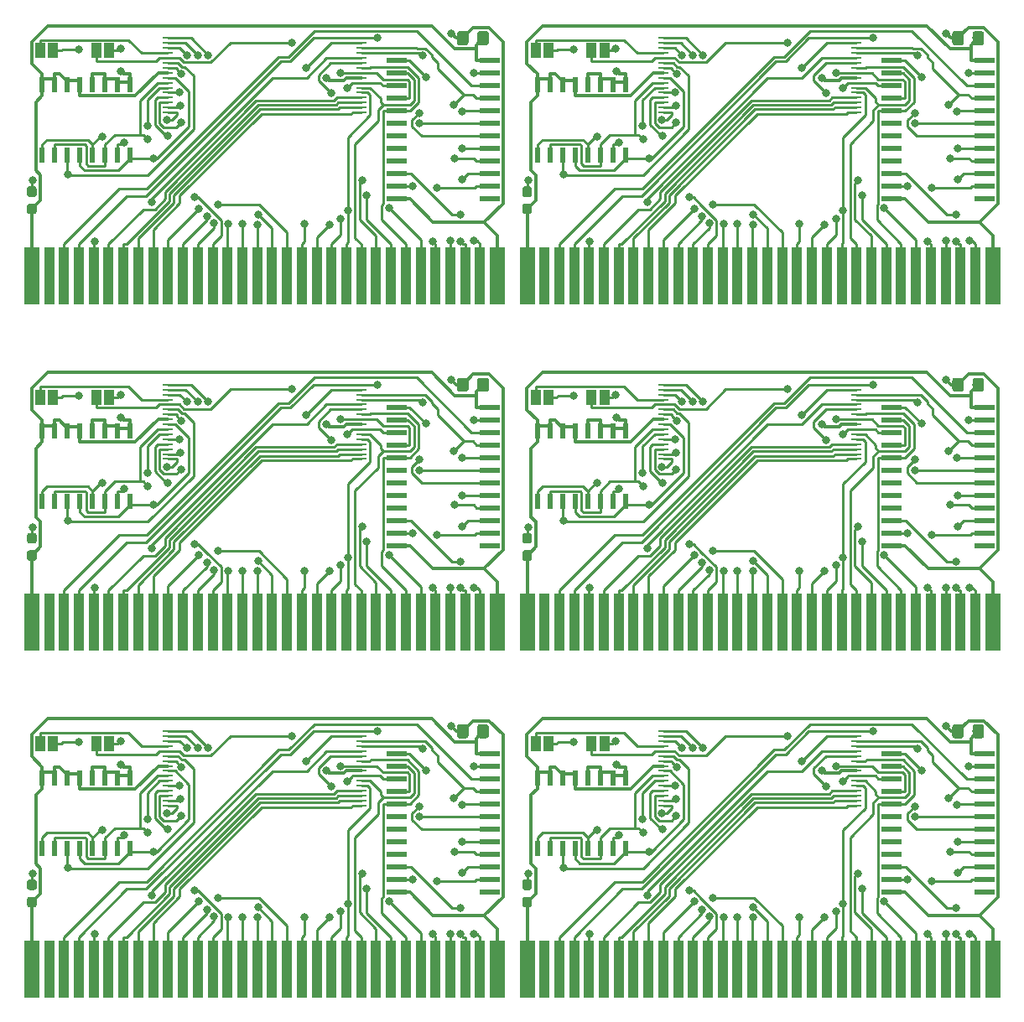
<source format=gbr>
G04 #@! TF.GenerationSoftware,KiCad,Pcbnew,(5.0.0)*
G04 #@! TF.CreationDate,2018-11-06T18:31:00+09:00*
G04 #@! TF.ProjectId,mbc1cartridge_test,6D6263316361727472696467655F7465,rev?*
G04 #@! TF.SameCoordinates,Original*
G04 #@! TF.FileFunction,Copper,L1,Top,Signal*
G04 #@! TF.FilePolarity,Positive*
%FSLAX46Y46*%
G04 Gerber Fmt 4.6, Leading zero omitted, Abs format (unit mm)*
G04 Created by KiCad (PCBNEW (5.0.0)) date 11/06/18 18:31:00*
%MOMM*%
%LPD*%
G01*
G04 APERTURE LIST*
G04 #@! TA.AperFunction,SMDPad,CuDef*
%ADD10R,2.000000X0.600000*%
G04 #@! TD*
G04 #@! TA.AperFunction,SMDPad,CuDef*
%ADD11R,1.100000X0.250000*%
G04 #@! TD*
G04 #@! TA.AperFunction,SMDPad,CuDef*
%ADD12R,0.600000X1.500000*%
G04 #@! TD*
G04 #@! TA.AperFunction,Conductor*
%ADD13C,0.100000*%
G04 #@! TD*
G04 #@! TA.AperFunction,SMDPad,CuDef*
%ADD14C,0.950000*%
G04 #@! TD*
G04 #@! TA.AperFunction,SMDPad,CuDef*
%ADD15R,1.000000X1.500000*%
G04 #@! TD*
G04 #@! TA.AperFunction,SMDPad,CuDef*
%ADD16R,1.500000X5.800000*%
G04 #@! TD*
G04 #@! TA.AperFunction,SMDPad,CuDef*
%ADD17R,1.000000X5.800000*%
G04 #@! TD*
G04 #@! TA.AperFunction,SMDPad,CuDef*
%ADD18C,1.150000*%
G04 #@! TD*
G04 #@! TA.AperFunction,ViaPad*
%ADD19C,0.800000*%
G04 #@! TD*
G04 #@! TA.AperFunction,Conductor*
%ADD20C,0.300000*%
G04 #@! TD*
G04 #@! TA.AperFunction,Conductor*
%ADD21C,0.250000*%
G04 #@! TD*
G04 APERTURE END LIST*
D10*
G04 #@! TO.P,U2,24*
G04 #@! TO.N,N/C*
X157700000Y-54015000D03*
G04 #@! TO.P,U2,23*
X157700000Y-55285000D03*
G04 #@! TO.P,U2,22*
X157700000Y-56555000D03*
G04 #@! TO.P,U2,21*
X157700000Y-57825000D03*
G04 #@! TO.P,U2,20*
X157700000Y-59095000D03*
G04 #@! TO.P,U2,19*
X157700000Y-60365000D03*
G04 #@! TO.P,U2,18*
X157700000Y-61635000D03*
G04 #@! TO.P,U2,17*
X157700000Y-62905000D03*
G04 #@! TO.P,U2,16*
X157700000Y-64175000D03*
G04 #@! TO.P,U2,15*
X157700000Y-65445000D03*
G04 #@! TO.P,U2,14*
X157700000Y-66715000D03*
G04 #@! TO.P,U2,13*
X157700000Y-67985000D03*
G04 #@! TO.P,U2,12*
X148300000Y-67985000D03*
G04 #@! TO.P,U2,11*
X148300000Y-66715000D03*
G04 #@! TO.P,U2,10*
X148300000Y-65445000D03*
G04 #@! TO.P,U2,9*
X148300000Y-64175000D03*
G04 #@! TO.P,U2,8*
X148300000Y-62905000D03*
G04 #@! TO.P,U2,7*
X148300000Y-61635000D03*
G04 #@! TO.P,U2,6*
X148300000Y-60365000D03*
G04 #@! TO.P,U2,5*
X148300000Y-59095000D03*
G04 #@! TO.P,U2,4*
X148300000Y-57825000D03*
G04 #@! TO.P,U2,3*
X148300000Y-56555000D03*
G04 #@! TO.P,U2,2*
X148300000Y-55285000D03*
G04 #@! TO.P,U2,1*
X148300000Y-54015000D03*
G04 #@! TD*
D11*
G04 #@! TO.P,U1,32*
G04 #@! TO.N,N/C*
X144750000Y-51750000D03*
G04 #@! TO.P,U1,31*
X144750000Y-52250000D03*
G04 #@! TO.P,U1,30*
X144750000Y-52750000D03*
G04 #@! TO.P,U1,29*
X144750000Y-53250000D03*
G04 #@! TO.P,U1,28*
X144750000Y-53750000D03*
G04 #@! TO.P,U1,27*
X144750000Y-54250000D03*
G04 #@! TO.P,U1,26*
X144750000Y-54750000D03*
G04 #@! TO.P,U1,25*
X144750000Y-55250000D03*
G04 #@! TO.P,U1,24*
X144750000Y-55750000D03*
G04 #@! TO.P,U1,23*
X144750000Y-56250000D03*
G04 #@! TO.P,U1,22*
X144750000Y-56750000D03*
G04 #@! TO.P,U1,21*
X144750000Y-57250000D03*
G04 #@! TO.P,U1,20*
X144750000Y-57750000D03*
G04 #@! TO.P,U1,19*
X144750000Y-58250000D03*
G04 #@! TO.P,U1,18*
X144750000Y-58750000D03*
G04 #@! TO.P,U1,16*
X125250000Y-59250000D03*
G04 #@! TO.P,U1,15*
X125250000Y-58750000D03*
G04 #@! TO.P,U1,14*
X125250000Y-58250000D03*
G04 #@! TO.P,U1,13*
X125250000Y-57750000D03*
G04 #@! TO.P,U1,12*
X125250000Y-57250000D03*
G04 #@! TO.P,U1,11*
X125250000Y-56750000D03*
G04 #@! TO.P,U1,10*
X125250000Y-56250000D03*
G04 #@! TO.P,U1,9*
X125250000Y-55750000D03*
G04 #@! TO.P,U1,8*
X125250000Y-55250000D03*
G04 #@! TO.P,U1,7*
X125250000Y-54750000D03*
G04 #@! TO.P,U1,6*
X125250000Y-54250000D03*
G04 #@! TO.P,U1,5*
X125250000Y-53750000D03*
G04 #@! TO.P,U1,4*
X125250000Y-53250000D03*
G04 #@! TO.P,U1,3*
X125250000Y-52750000D03*
G04 #@! TO.P,U1,2*
X125250000Y-52250000D03*
G04 #@! TO.P,U1,17*
X144750000Y-59250000D03*
G04 #@! TO.P,U1,1*
X125250000Y-51750000D03*
G04 #@! TD*
D12*
G04 #@! TO.P,SW1,16*
G04 #@! TO.N,N/C*
X112555000Y-56450000D03*
G04 #@! TO.P,SW1,15*
X113825000Y-56450000D03*
G04 #@! TO.P,SW1,14*
X115095000Y-56450000D03*
G04 #@! TO.P,SW1,13*
X116365000Y-56450000D03*
G04 #@! TO.P,SW1,12*
X117635000Y-56450000D03*
G04 #@! TO.P,SW1,11*
X118905000Y-56450000D03*
G04 #@! TO.P,SW1,10*
X120175000Y-56450000D03*
G04 #@! TO.P,SW1,9*
X121445000Y-56450000D03*
G04 #@! TO.P,SW1,8*
X121445000Y-63550000D03*
G04 #@! TO.P,SW1,7*
X120175000Y-63550000D03*
G04 #@! TO.P,SW1,6*
X118905000Y-63550000D03*
G04 #@! TO.P,SW1,5*
X117635000Y-63550000D03*
G04 #@! TO.P,SW1,4*
X116365000Y-63550000D03*
G04 #@! TO.P,SW1,3*
X115095000Y-63550000D03*
G04 #@! TO.P,SW1,2*
X113825000Y-63550000D03*
G04 #@! TO.P,SW1,1*
X112555000Y-63550000D03*
G04 #@! TD*
D13*
G04 #@! TO.N,N/C*
G04 #@! TO.C,R1*
G36*
X111760779Y-68476144D02*
X111783834Y-68479563D01*
X111806443Y-68485227D01*
X111828387Y-68493079D01*
X111849457Y-68503044D01*
X111869448Y-68515026D01*
X111888168Y-68528910D01*
X111905438Y-68544562D01*
X111921090Y-68561832D01*
X111934974Y-68580552D01*
X111946956Y-68600543D01*
X111956921Y-68621613D01*
X111964773Y-68643557D01*
X111970437Y-68666166D01*
X111973856Y-68689221D01*
X111975000Y-68712500D01*
X111975000Y-69287500D01*
X111973856Y-69310779D01*
X111970437Y-69333834D01*
X111964773Y-69356443D01*
X111956921Y-69378387D01*
X111946956Y-69399457D01*
X111934974Y-69419448D01*
X111921090Y-69438168D01*
X111905438Y-69455438D01*
X111888168Y-69471090D01*
X111869448Y-69484974D01*
X111849457Y-69496956D01*
X111828387Y-69506921D01*
X111806443Y-69514773D01*
X111783834Y-69520437D01*
X111760779Y-69523856D01*
X111737500Y-69525000D01*
X111262500Y-69525000D01*
X111239221Y-69523856D01*
X111216166Y-69520437D01*
X111193557Y-69514773D01*
X111171613Y-69506921D01*
X111150543Y-69496956D01*
X111130552Y-69484974D01*
X111111832Y-69471090D01*
X111094562Y-69455438D01*
X111078910Y-69438168D01*
X111065026Y-69419448D01*
X111053044Y-69399457D01*
X111043079Y-69378387D01*
X111035227Y-69356443D01*
X111029563Y-69333834D01*
X111026144Y-69310779D01*
X111025000Y-69287500D01*
X111025000Y-68712500D01*
X111026144Y-68689221D01*
X111029563Y-68666166D01*
X111035227Y-68643557D01*
X111043079Y-68621613D01*
X111053044Y-68600543D01*
X111065026Y-68580552D01*
X111078910Y-68561832D01*
X111094562Y-68544562D01*
X111111832Y-68528910D01*
X111130552Y-68515026D01*
X111150543Y-68503044D01*
X111171613Y-68493079D01*
X111193557Y-68485227D01*
X111216166Y-68479563D01*
X111239221Y-68476144D01*
X111262500Y-68475000D01*
X111737500Y-68475000D01*
X111760779Y-68476144D01*
X111760779Y-68476144D01*
G37*
D14*
G04 #@! TD*
G04 #@! TO.P,R1,2*
G04 #@! TO.N,N/C*
X111500000Y-69000000D03*
D13*
G04 #@! TO.N,N/C*
G04 #@! TO.C,R1*
G36*
X111760779Y-66726144D02*
X111783834Y-66729563D01*
X111806443Y-66735227D01*
X111828387Y-66743079D01*
X111849457Y-66753044D01*
X111869448Y-66765026D01*
X111888168Y-66778910D01*
X111905438Y-66794562D01*
X111921090Y-66811832D01*
X111934974Y-66830552D01*
X111946956Y-66850543D01*
X111956921Y-66871613D01*
X111964773Y-66893557D01*
X111970437Y-66916166D01*
X111973856Y-66939221D01*
X111975000Y-66962500D01*
X111975000Y-67537500D01*
X111973856Y-67560779D01*
X111970437Y-67583834D01*
X111964773Y-67606443D01*
X111956921Y-67628387D01*
X111946956Y-67649457D01*
X111934974Y-67669448D01*
X111921090Y-67688168D01*
X111905438Y-67705438D01*
X111888168Y-67721090D01*
X111869448Y-67734974D01*
X111849457Y-67746956D01*
X111828387Y-67756921D01*
X111806443Y-67764773D01*
X111783834Y-67770437D01*
X111760779Y-67773856D01*
X111737500Y-67775000D01*
X111262500Y-67775000D01*
X111239221Y-67773856D01*
X111216166Y-67770437D01*
X111193557Y-67764773D01*
X111171613Y-67756921D01*
X111150543Y-67746956D01*
X111130552Y-67734974D01*
X111111832Y-67721090D01*
X111094562Y-67705438D01*
X111078910Y-67688168D01*
X111065026Y-67669448D01*
X111053044Y-67649457D01*
X111043079Y-67628387D01*
X111035227Y-67606443D01*
X111029563Y-67583834D01*
X111026144Y-67560779D01*
X111025000Y-67537500D01*
X111025000Y-66962500D01*
X111026144Y-66939221D01*
X111029563Y-66916166D01*
X111035227Y-66893557D01*
X111043079Y-66871613D01*
X111053044Y-66850543D01*
X111065026Y-66830552D01*
X111078910Y-66811832D01*
X111094562Y-66794562D01*
X111111832Y-66778910D01*
X111130552Y-66765026D01*
X111150543Y-66753044D01*
X111171613Y-66743079D01*
X111193557Y-66735227D01*
X111216166Y-66729563D01*
X111239221Y-66726144D01*
X111262500Y-66725000D01*
X111737500Y-66725000D01*
X111760779Y-66726144D01*
X111760779Y-66726144D01*
G37*
D14*
G04 #@! TD*
G04 #@! TO.P,R1,1*
G04 #@! TO.N,N/C*
X111500000Y-67250000D03*
D15*
G04 #@! TO.P,JP1,1*
G04 #@! TO.N,N/C*
X112350000Y-53000000D03*
G04 #@! TO.P,JP1,2*
X113650000Y-53000000D03*
G04 #@! TD*
D16*
G04 #@! TO.P,J1,32*
G04 #@! TO.N,N/C*
X158500000Y-75750000D03*
D17*
G04 #@! TO.P,J1,31*
X156750000Y-75750000D03*
G04 #@! TO.P,J1,30*
X155250000Y-75750000D03*
G04 #@! TO.P,J1,29*
X153750000Y-75750000D03*
G04 #@! TO.P,J1,28*
X152250000Y-75750000D03*
G04 #@! TO.P,J1,27*
X150750000Y-75750000D03*
G04 #@! TO.P,J1,26*
X149250000Y-75750000D03*
G04 #@! TO.P,J1,25*
X147750000Y-75750000D03*
G04 #@! TO.P,J1,24*
X146250000Y-75750000D03*
G04 #@! TO.P,J1,23*
X144750000Y-75750000D03*
G04 #@! TO.P,J1,22*
X143250000Y-75750000D03*
G04 #@! TO.P,J1,21*
X141750000Y-75750000D03*
G04 #@! TO.P,J1,20*
X140250000Y-75750000D03*
G04 #@! TO.P,J1,19*
X138750000Y-75750000D03*
G04 #@! TO.P,J1,18*
X137250000Y-75750000D03*
G04 #@! TO.P,J1,17*
X135750000Y-75750000D03*
G04 #@! TO.P,J1,16*
X134250000Y-75750000D03*
G04 #@! TO.P,J1,15*
X132750000Y-75750000D03*
G04 #@! TO.P,J1,14*
X131250000Y-75750000D03*
G04 #@! TO.P,J1,13*
X129750000Y-75750000D03*
G04 #@! TO.P,J1,12*
X128250000Y-75750000D03*
G04 #@! TO.P,J1,11*
X126750000Y-75750000D03*
G04 #@! TO.P,J1,10*
X125250000Y-75750000D03*
G04 #@! TO.P,J1,9*
X123750000Y-75750000D03*
G04 #@! TO.P,J1,8*
X122250000Y-75750000D03*
G04 #@! TO.P,J1,7*
X120750000Y-75750000D03*
G04 #@! TO.P,J1,6*
X119250000Y-75750000D03*
G04 #@! TO.P,J1,5*
X117750000Y-75750000D03*
G04 #@! TO.P,J1,4*
X116250000Y-75750000D03*
G04 #@! TO.P,J1,3*
X114750000Y-75750000D03*
G04 #@! TO.P,J1,2*
X113250000Y-75750000D03*
D16*
G04 #@! TO.P,J1,1*
X111500000Y-75750000D03*
G04 #@! TD*
D13*
G04 #@! TO.N,N/C*
G04 #@! TO.C,C1*
G36*
X155349505Y-51051204D02*
X155373773Y-51054804D01*
X155397572Y-51060765D01*
X155420671Y-51069030D01*
X155442850Y-51079520D01*
X155463893Y-51092132D01*
X155483599Y-51106747D01*
X155501777Y-51123223D01*
X155518253Y-51141401D01*
X155532868Y-51161107D01*
X155545480Y-51182150D01*
X155555970Y-51204329D01*
X155564235Y-51227428D01*
X155570196Y-51251227D01*
X155573796Y-51275495D01*
X155575000Y-51299999D01*
X155575000Y-52200001D01*
X155573796Y-52224505D01*
X155570196Y-52248773D01*
X155564235Y-52272572D01*
X155555970Y-52295671D01*
X155545480Y-52317850D01*
X155532868Y-52338893D01*
X155518253Y-52358599D01*
X155501777Y-52376777D01*
X155483599Y-52393253D01*
X155463893Y-52407868D01*
X155442850Y-52420480D01*
X155420671Y-52430970D01*
X155397572Y-52439235D01*
X155373773Y-52445196D01*
X155349505Y-52448796D01*
X155325001Y-52450000D01*
X154674999Y-52450000D01*
X154650495Y-52448796D01*
X154626227Y-52445196D01*
X154602428Y-52439235D01*
X154579329Y-52430970D01*
X154557150Y-52420480D01*
X154536107Y-52407868D01*
X154516401Y-52393253D01*
X154498223Y-52376777D01*
X154481747Y-52358599D01*
X154467132Y-52338893D01*
X154454520Y-52317850D01*
X154444030Y-52295671D01*
X154435765Y-52272572D01*
X154429804Y-52248773D01*
X154426204Y-52224505D01*
X154425000Y-52200001D01*
X154425000Y-51299999D01*
X154426204Y-51275495D01*
X154429804Y-51251227D01*
X154435765Y-51227428D01*
X154444030Y-51204329D01*
X154454520Y-51182150D01*
X154467132Y-51161107D01*
X154481747Y-51141401D01*
X154498223Y-51123223D01*
X154516401Y-51106747D01*
X154536107Y-51092132D01*
X154557150Y-51079520D01*
X154579329Y-51069030D01*
X154602428Y-51060765D01*
X154626227Y-51054804D01*
X154650495Y-51051204D01*
X154674999Y-51050000D01*
X155325001Y-51050000D01*
X155349505Y-51051204D01*
X155349505Y-51051204D01*
G37*
D18*
G04 #@! TD*
G04 #@! TO.P,C1,2*
G04 #@! TO.N,N/C*
X155000000Y-51750000D03*
D13*
G04 #@! TO.N,N/C*
G04 #@! TO.C,C1*
G36*
X157399505Y-51051204D02*
X157423773Y-51054804D01*
X157447572Y-51060765D01*
X157470671Y-51069030D01*
X157492850Y-51079520D01*
X157513893Y-51092132D01*
X157533599Y-51106747D01*
X157551777Y-51123223D01*
X157568253Y-51141401D01*
X157582868Y-51161107D01*
X157595480Y-51182150D01*
X157605970Y-51204329D01*
X157614235Y-51227428D01*
X157620196Y-51251227D01*
X157623796Y-51275495D01*
X157625000Y-51299999D01*
X157625000Y-52200001D01*
X157623796Y-52224505D01*
X157620196Y-52248773D01*
X157614235Y-52272572D01*
X157605970Y-52295671D01*
X157595480Y-52317850D01*
X157582868Y-52338893D01*
X157568253Y-52358599D01*
X157551777Y-52376777D01*
X157533599Y-52393253D01*
X157513893Y-52407868D01*
X157492850Y-52420480D01*
X157470671Y-52430970D01*
X157447572Y-52439235D01*
X157423773Y-52445196D01*
X157399505Y-52448796D01*
X157375001Y-52450000D01*
X156724999Y-52450000D01*
X156700495Y-52448796D01*
X156676227Y-52445196D01*
X156652428Y-52439235D01*
X156629329Y-52430970D01*
X156607150Y-52420480D01*
X156586107Y-52407868D01*
X156566401Y-52393253D01*
X156548223Y-52376777D01*
X156531747Y-52358599D01*
X156517132Y-52338893D01*
X156504520Y-52317850D01*
X156494030Y-52295671D01*
X156485765Y-52272572D01*
X156479804Y-52248773D01*
X156476204Y-52224505D01*
X156475000Y-52200001D01*
X156475000Y-51299999D01*
X156476204Y-51275495D01*
X156479804Y-51251227D01*
X156485765Y-51227428D01*
X156494030Y-51204329D01*
X156504520Y-51182150D01*
X156517132Y-51161107D01*
X156531747Y-51141401D01*
X156548223Y-51123223D01*
X156566401Y-51106747D01*
X156586107Y-51092132D01*
X156607150Y-51079520D01*
X156629329Y-51069030D01*
X156652428Y-51060765D01*
X156676227Y-51054804D01*
X156700495Y-51051204D01*
X156724999Y-51050000D01*
X157375001Y-51050000D01*
X157399505Y-51051204D01*
X157399505Y-51051204D01*
G37*
D18*
G04 #@! TD*
G04 #@! TO.P,C1,1*
G04 #@! TO.N,N/C*
X157050000Y-51750000D03*
D15*
G04 #@! TO.P,JP2,2*
G04 #@! TO.N,N/C*
X119300000Y-53000000D03*
G04 #@! TO.P,JP2,1*
X118000000Y-53000000D03*
G04 #@! TD*
D10*
G04 #@! TO.P,U2,24*
G04 #@! TO.N,N/C*
X157700000Y-89015000D03*
G04 #@! TO.P,U2,23*
X157700000Y-90285000D03*
G04 #@! TO.P,U2,22*
X157700000Y-91555000D03*
G04 #@! TO.P,U2,21*
X157700000Y-92825000D03*
G04 #@! TO.P,U2,20*
X157700000Y-94095000D03*
G04 #@! TO.P,U2,19*
X157700000Y-95365000D03*
G04 #@! TO.P,U2,18*
X157700000Y-96635000D03*
G04 #@! TO.P,U2,17*
X157700000Y-97905000D03*
G04 #@! TO.P,U2,16*
X157700000Y-99175000D03*
G04 #@! TO.P,U2,15*
X157700000Y-100445000D03*
G04 #@! TO.P,U2,14*
X157700000Y-101715000D03*
G04 #@! TO.P,U2,13*
X157700000Y-102985000D03*
G04 #@! TO.P,U2,12*
X148300000Y-102985000D03*
G04 #@! TO.P,U2,11*
X148300000Y-101715000D03*
G04 #@! TO.P,U2,10*
X148300000Y-100445000D03*
G04 #@! TO.P,U2,9*
X148300000Y-99175000D03*
G04 #@! TO.P,U2,8*
X148300000Y-97905000D03*
G04 #@! TO.P,U2,7*
X148300000Y-96635000D03*
G04 #@! TO.P,U2,6*
X148300000Y-95365000D03*
G04 #@! TO.P,U2,5*
X148300000Y-94095000D03*
G04 #@! TO.P,U2,4*
X148300000Y-92825000D03*
G04 #@! TO.P,U2,3*
X148300000Y-91555000D03*
G04 #@! TO.P,U2,2*
X148300000Y-90285000D03*
G04 #@! TO.P,U2,1*
X148300000Y-89015000D03*
G04 #@! TD*
D11*
G04 #@! TO.P,U1,32*
G04 #@! TO.N,N/C*
X144750000Y-86750000D03*
G04 #@! TO.P,U1,31*
X144750000Y-87250000D03*
G04 #@! TO.P,U1,30*
X144750000Y-87750000D03*
G04 #@! TO.P,U1,29*
X144750000Y-88250000D03*
G04 #@! TO.P,U1,28*
X144750000Y-88750000D03*
G04 #@! TO.P,U1,27*
X144750000Y-89250000D03*
G04 #@! TO.P,U1,26*
X144750000Y-89750000D03*
G04 #@! TO.P,U1,25*
X144750000Y-90250000D03*
G04 #@! TO.P,U1,24*
X144750000Y-90750000D03*
G04 #@! TO.P,U1,23*
X144750000Y-91250000D03*
G04 #@! TO.P,U1,22*
X144750000Y-91750000D03*
G04 #@! TO.P,U1,21*
X144750000Y-92250000D03*
G04 #@! TO.P,U1,20*
X144750000Y-92750000D03*
G04 #@! TO.P,U1,19*
X144750000Y-93250000D03*
G04 #@! TO.P,U1,18*
X144750000Y-93750000D03*
G04 #@! TO.P,U1,16*
X125250000Y-94250000D03*
G04 #@! TO.P,U1,15*
X125250000Y-93750000D03*
G04 #@! TO.P,U1,14*
X125250000Y-93250000D03*
G04 #@! TO.P,U1,13*
X125250000Y-92750000D03*
G04 #@! TO.P,U1,12*
X125250000Y-92250000D03*
G04 #@! TO.P,U1,11*
X125250000Y-91750000D03*
G04 #@! TO.P,U1,10*
X125250000Y-91250000D03*
G04 #@! TO.P,U1,9*
X125250000Y-90750000D03*
G04 #@! TO.P,U1,8*
X125250000Y-90250000D03*
G04 #@! TO.P,U1,7*
X125250000Y-89750000D03*
G04 #@! TO.P,U1,6*
X125250000Y-89250000D03*
G04 #@! TO.P,U1,5*
X125250000Y-88750000D03*
G04 #@! TO.P,U1,4*
X125250000Y-88250000D03*
G04 #@! TO.P,U1,3*
X125250000Y-87750000D03*
G04 #@! TO.P,U1,2*
X125250000Y-87250000D03*
G04 #@! TO.P,U1,17*
X144750000Y-94250000D03*
G04 #@! TO.P,U1,1*
X125250000Y-86750000D03*
G04 #@! TD*
D12*
G04 #@! TO.P,SW1,16*
G04 #@! TO.N,N/C*
X112555000Y-91450000D03*
G04 #@! TO.P,SW1,15*
X113825000Y-91450000D03*
G04 #@! TO.P,SW1,14*
X115095000Y-91450000D03*
G04 #@! TO.P,SW1,13*
X116365000Y-91450000D03*
G04 #@! TO.P,SW1,12*
X117635000Y-91450000D03*
G04 #@! TO.P,SW1,11*
X118905000Y-91450000D03*
G04 #@! TO.P,SW1,10*
X120175000Y-91450000D03*
G04 #@! TO.P,SW1,9*
X121445000Y-91450000D03*
G04 #@! TO.P,SW1,8*
X121445000Y-98550000D03*
G04 #@! TO.P,SW1,7*
X120175000Y-98550000D03*
G04 #@! TO.P,SW1,6*
X118905000Y-98550000D03*
G04 #@! TO.P,SW1,5*
X117635000Y-98550000D03*
G04 #@! TO.P,SW1,4*
X116365000Y-98550000D03*
G04 #@! TO.P,SW1,3*
X115095000Y-98550000D03*
G04 #@! TO.P,SW1,2*
X113825000Y-98550000D03*
G04 #@! TO.P,SW1,1*
X112555000Y-98550000D03*
G04 #@! TD*
D13*
G04 #@! TO.N,N/C*
G04 #@! TO.C,R1*
G36*
X111760779Y-103476144D02*
X111783834Y-103479563D01*
X111806443Y-103485227D01*
X111828387Y-103493079D01*
X111849457Y-103503044D01*
X111869448Y-103515026D01*
X111888168Y-103528910D01*
X111905438Y-103544562D01*
X111921090Y-103561832D01*
X111934974Y-103580552D01*
X111946956Y-103600543D01*
X111956921Y-103621613D01*
X111964773Y-103643557D01*
X111970437Y-103666166D01*
X111973856Y-103689221D01*
X111975000Y-103712500D01*
X111975000Y-104287500D01*
X111973856Y-104310779D01*
X111970437Y-104333834D01*
X111964773Y-104356443D01*
X111956921Y-104378387D01*
X111946956Y-104399457D01*
X111934974Y-104419448D01*
X111921090Y-104438168D01*
X111905438Y-104455438D01*
X111888168Y-104471090D01*
X111869448Y-104484974D01*
X111849457Y-104496956D01*
X111828387Y-104506921D01*
X111806443Y-104514773D01*
X111783834Y-104520437D01*
X111760779Y-104523856D01*
X111737500Y-104525000D01*
X111262500Y-104525000D01*
X111239221Y-104523856D01*
X111216166Y-104520437D01*
X111193557Y-104514773D01*
X111171613Y-104506921D01*
X111150543Y-104496956D01*
X111130552Y-104484974D01*
X111111832Y-104471090D01*
X111094562Y-104455438D01*
X111078910Y-104438168D01*
X111065026Y-104419448D01*
X111053044Y-104399457D01*
X111043079Y-104378387D01*
X111035227Y-104356443D01*
X111029563Y-104333834D01*
X111026144Y-104310779D01*
X111025000Y-104287500D01*
X111025000Y-103712500D01*
X111026144Y-103689221D01*
X111029563Y-103666166D01*
X111035227Y-103643557D01*
X111043079Y-103621613D01*
X111053044Y-103600543D01*
X111065026Y-103580552D01*
X111078910Y-103561832D01*
X111094562Y-103544562D01*
X111111832Y-103528910D01*
X111130552Y-103515026D01*
X111150543Y-103503044D01*
X111171613Y-103493079D01*
X111193557Y-103485227D01*
X111216166Y-103479563D01*
X111239221Y-103476144D01*
X111262500Y-103475000D01*
X111737500Y-103475000D01*
X111760779Y-103476144D01*
X111760779Y-103476144D01*
G37*
D14*
G04 #@! TD*
G04 #@! TO.P,R1,2*
G04 #@! TO.N,N/C*
X111500000Y-104000000D03*
D13*
G04 #@! TO.N,N/C*
G04 #@! TO.C,R1*
G36*
X111760779Y-101726144D02*
X111783834Y-101729563D01*
X111806443Y-101735227D01*
X111828387Y-101743079D01*
X111849457Y-101753044D01*
X111869448Y-101765026D01*
X111888168Y-101778910D01*
X111905438Y-101794562D01*
X111921090Y-101811832D01*
X111934974Y-101830552D01*
X111946956Y-101850543D01*
X111956921Y-101871613D01*
X111964773Y-101893557D01*
X111970437Y-101916166D01*
X111973856Y-101939221D01*
X111975000Y-101962500D01*
X111975000Y-102537500D01*
X111973856Y-102560779D01*
X111970437Y-102583834D01*
X111964773Y-102606443D01*
X111956921Y-102628387D01*
X111946956Y-102649457D01*
X111934974Y-102669448D01*
X111921090Y-102688168D01*
X111905438Y-102705438D01*
X111888168Y-102721090D01*
X111869448Y-102734974D01*
X111849457Y-102746956D01*
X111828387Y-102756921D01*
X111806443Y-102764773D01*
X111783834Y-102770437D01*
X111760779Y-102773856D01*
X111737500Y-102775000D01*
X111262500Y-102775000D01*
X111239221Y-102773856D01*
X111216166Y-102770437D01*
X111193557Y-102764773D01*
X111171613Y-102756921D01*
X111150543Y-102746956D01*
X111130552Y-102734974D01*
X111111832Y-102721090D01*
X111094562Y-102705438D01*
X111078910Y-102688168D01*
X111065026Y-102669448D01*
X111053044Y-102649457D01*
X111043079Y-102628387D01*
X111035227Y-102606443D01*
X111029563Y-102583834D01*
X111026144Y-102560779D01*
X111025000Y-102537500D01*
X111025000Y-101962500D01*
X111026144Y-101939221D01*
X111029563Y-101916166D01*
X111035227Y-101893557D01*
X111043079Y-101871613D01*
X111053044Y-101850543D01*
X111065026Y-101830552D01*
X111078910Y-101811832D01*
X111094562Y-101794562D01*
X111111832Y-101778910D01*
X111130552Y-101765026D01*
X111150543Y-101753044D01*
X111171613Y-101743079D01*
X111193557Y-101735227D01*
X111216166Y-101729563D01*
X111239221Y-101726144D01*
X111262500Y-101725000D01*
X111737500Y-101725000D01*
X111760779Y-101726144D01*
X111760779Y-101726144D01*
G37*
D14*
G04 #@! TD*
G04 #@! TO.P,R1,1*
G04 #@! TO.N,N/C*
X111500000Y-102250000D03*
D15*
G04 #@! TO.P,JP1,1*
G04 #@! TO.N,N/C*
X112350000Y-88000000D03*
G04 #@! TO.P,JP1,2*
X113650000Y-88000000D03*
G04 #@! TD*
D16*
G04 #@! TO.P,J1,32*
G04 #@! TO.N,N/C*
X158500000Y-110750000D03*
D17*
G04 #@! TO.P,J1,31*
X156750000Y-110750000D03*
G04 #@! TO.P,J1,30*
X155250000Y-110750000D03*
G04 #@! TO.P,J1,29*
X153750000Y-110750000D03*
G04 #@! TO.P,J1,28*
X152250000Y-110750000D03*
G04 #@! TO.P,J1,27*
X150750000Y-110750000D03*
G04 #@! TO.P,J1,26*
X149250000Y-110750000D03*
G04 #@! TO.P,J1,25*
X147750000Y-110750000D03*
G04 #@! TO.P,J1,24*
X146250000Y-110750000D03*
G04 #@! TO.P,J1,23*
X144750000Y-110750000D03*
G04 #@! TO.P,J1,22*
X143250000Y-110750000D03*
G04 #@! TO.P,J1,21*
X141750000Y-110750000D03*
G04 #@! TO.P,J1,20*
X140250000Y-110750000D03*
G04 #@! TO.P,J1,19*
X138750000Y-110750000D03*
G04 #@! TO.P,J1,18*
X137250000Y-110750000D03*
G04 #@! TO.P,J1,17*
X135750000Y-110750000D03*
G04 #@! TO.P,J1,16*
X134250000Y-110750000D03*
G04 #@! TO.P,J1,15*
X132750000Y-110750000D03*
G04 #@! TO.P,J1,14*
X131250000Y-110750000D03*
G04 #@! TO.P,J1,13*
X129750000Y-110750000D03*
G04 #@! TO.P,J1,12*
X128250000Y-110750000D03*
G04 #@! TO.P,J1,11*
X126750000Y-110750000D03*
G04 #@! TO.P,J1,10*
X125250000Y-110750000D03*
G04 #@! TO.P,J1,9*
X123750000Y-110750000D03*
G04 #@! TO.P,J1,8*
X122250000Y-110750000D03*
G04 #@! TO.P,J1,7*
X120750000Y-110750000D03*
G04 #@! TO.P,J1,6*
X119250000Y-110750000D03*
G04 #@! TO.P,J1,5*
X117750000Y-110750000D03*
G04 #@! TO.P,J1,4*
X116250000Y-110750000D03*
G04 #@! TO.P,J1,3*
X114750000Y-110750000D03*
G04 #@! TO.P,J1,2*
X113250000Y-110750000D03*
D16*
G04 #@! TO.P,J1,1*
X111500000Y-110750000D03*
G04 #@! TD*
D13*
G04 #@! TO.N,N/C*
G04 #@! TO.C,C1*
G36*
X155349505Y-86051204D02*
X155373773Y-86054804D01*
X155397572Y-86060765D01*
X155420671Y-86069030D01*
X155442850Y-86079520D01*
X155463893Y-86092132D01*
X155483599Y-86106747D01*
X155501777Y-86123223D01*
X155518253Y-86141401D01*
X155532868Y-86161107D01*
X155545480Y-86182150D01*
X155555970Y-86204329D01*
X155564235Y-86227428D01*
X155570196Y-86251227D01*
X155573796Y-86275495D01*
X155575000Y-86299999D01*
X155575000Y-87200001D01*
X155573796Y-87224505D01*
X155570196Y-87248773D01*
X155564235Y-87272572D01*
X155555970Y-87295671D01*
X155545480Y-87317850D01*
X155532868Y-87338893D01*
X155518253Y-87358599D01*
X155501777Y-87376777D01*
X155483599Y-87393253D01*
X155463893Y-87407868D01*
X155442850Y-87420480D01*
X155420671Y-87430970D01*
X155397572Y-87439235D01*
X155373773Y-87445196D01*
X155349505Y-87448796D01*
X155325001Y-87450000D01*
X154674999Y-87450000D01*
X154650495Y-87448796D01*
X154626227Y-87445196D01*
X154602428Y-87439235D01*
X154579329Y-87430970D01*
X154557150Y-87420480D01*
X154536107Y-87407868D01*
X154516401Y-87393253D01*
X154498223Y-87376777D01*
X154481747Y-87358599D01*
X154467132Y-87338893D01*
X154454520Y-87317850D01*
X154444030Y-87295671D01*
X154435765Y-87272572D01*
X154429804Y-87248773D01*
X154426204Y-87224505D01*
X154425000Y-87200001D01*
X154425000Y-86299999D01*
X154426204Y-86275495D01*
X154429804Y-86251227D01*
X154435765Y-86227428D01*
X154444030Y-86204329D01*
X154454520Y-86182150D01*
X154467132Y-86161107D01*
X154481747Y-86141401D01*
X154498223Y-86123223D01*
X154516401Y-86106747D01*
X154536107Y-86092132D01*
X154557150Y-86079520D01*
X154579329Y-86069030D01*
X154602428Y-86060765D01*
X154626227Y-86054804D01*
X154650495Y-86051204D01*
X154674999Y-86050000D01*
X155325001Y-86050000D01*
X155349505Y-86051204D01*
X155349505Y-86051204D01*
G37*
D18*
G04 #@! TD*
G04 #@! TO.P,C1,2*
G04 #@! TO.N,N/C*
X155000000Y-86750000D03*
D13*
G04 #@! TO.N,N/C*
G04 #@! TO.C,C1*
G36*
X157399505Y-86051204D02*
X157423773Y-86054804D01*
X157447572Y-86060765D01*
X157470671Y-86069030D01*
X157492850Y-86079520D01*
X157513893Y-86092132D01*
X157533599Y-86106747D01*
X157551777Y-86123223D01*
X157568253Y-86141401D01*
X157582868Y-86161107D01*
X157595480Y-86182150D01*
X157605970Y-86204329D01*
X157614235Y-86227428D01*
X157620196Y-86251227D01*
X157623796Y-86275495D01*
X157625000Y-86299999D01*
X157625000Y-87200001D01*
X157623796Y-87224505D01*
X157620196Y-87248773D01*
X157614235Y-87272572D01*
X157605970Y-87295671D01*
X157595480Y-87317850D01*
X157582868Y-87338893D01*
X157568253Y-87358599D01*
X157551777Y-87376777D01*
X157533599Y-87393253D01*
X157513893Y-87407868D01*
X157492850Y-87420480D01*
X157470671Y-87430970D01*
X157447572Y-87439235D01*
X157423773Y-87445196D01*
X157399505Y-87448796D01*
X157375001Y-87450000D01*
X156724999Y-87450000D01*
X156700495Y-87448796D01*
X156676227Y-87445196D01*
X156652428Y-87439235D01*
X156629329Y-87430970D01*
X156607150Y-87420480D01*
X156586107Y-87407868D01*
X156566401Y-87393253D01*
X156548223Y-87376777D01*
X156531747Y-87358599D01*
X156517132Y-87338893D01*
X156504520Y-87317850D01*
X156494030Y-87295671D01*
X156485765Y-87272572D01*
X156479804Y-87248773D01*
X156476204Y-87224505D01*
X156475000Y-87200001D01*
X156475000Y-86299999D01*
X156476204Y-86275495D01*
X156479804Y-86251227D01*
X156485765Y-86227428D01*
X156494030Y-86204329D01*
X156504520Y-86182150D01*
X156517132Y-86161107D01*
X156531747Y-86141401D01*
X156548223Y-86123223D01*
X156566401Y-86106747D01*
X156586107Y-86092132D01*
X156607150Y-86079520D01*
X156629329Y-86069030D01*
X156652428Y-86060765D01*
X156676227Y-86054804D01*
X156700495Y-86051204D01*
X156724999Y-86050000D01*
X157375001Y-86050000D01*
X157399505Y-86051204D01*
X157399505Y-86051204D01*
G37*
D18*
G04 #@! TD*
G04 #@! TO.P,C1,1*
G04 #@! TO.N,N/C*
X157050000Y-86750000D03*
D15*
G04 #@! TO.P,JP2,2*
G04 #@! TO.N,N/C*
X119300000Y-88000000D03*
G04 #@! TO.P,JP2,1*
X118000000Y-88000000D03*
G04 #@! TD*
D10*
G04 #@! TO.P,U2,24*
G04 #@! TO.N,N/C*
X157700000Y-124015000D03*
G04 #@! TO.P,U2,23*
X157700000Y-125285000D03*
G04 #@! TO.P,U2,22*
X157700000Y-126555000D03*
G04 #@! TO.P,U2,21*
X157700000Y-127825000D03*
G04 #@! TO.P,U2,20*
X157700000Y-129095000D03*
G04 #@! TO.P,U2,19*
X157700000Y-130365000D03*
G04 #@! TO.P,U2,18*
X157700000Y-131635000D03*
G04 #@! TO.P,U2,17*
X157700000Y-132905000D03*
G04 #@! TO.P,U2,16*
X157700000Y-134175000D03*
G04 #@! TO.P,U2,15*
X157700000Y-135445000D03*
G04 #@! TO.P,U2,14*
X157700000Y-136715000D03*
G04 #@! TO.P,U2,13*
X157700000Y-137985000D03*
G04 #@! TO.P,U2,12*
X148300000Y-137985000D03*
G04 #@! TO.P,U2,11*
X148300000Y-136715000D03*
G04 #@! TO.P,U2,10*
X148300000Y-135445000D03*
G04 #@! TO.P,U2,9*
X148300000Y-134175000D03*
G04 #@! TO.P,U2,8*
X148300000Y-132905000D03*
G04 #@! TO.P,U2,7*
X148300000Y-131635000D03*
G04 #@! TO.P,U2,6*
X148300000Y-130365000D03*
G04 #@! TO.P,U2,5*
X148300000Y-129095000D03*
G04 #@! TO.P,U2,4*
X148300000Y-127825000D03*
G04 #@! TO.P,U2,3*
X148300000Y-126555000D03*
G04 #@! TO.P,U2,2*
X148300000Y-125285000D03*
G04 #@! TO.P,U2,1*
X148300000Y-124015000D03*
G04 #@! TD*
D11*
G04 #@! TO.P,U1,32*
G04 #@! TO.N,N/C*
X144750000Y-121750000D03*
G04 #@! TO.P,U1,31*
X144750000Y-122250000D03*
G04 #@! TO.P,U1,30*
X144750000Y-122750000D03*
G04 #@! TO.P,U1,29*
X144750000Y-123250000D03*
G04 #@! TO.P,U1,28*
X144750000Y-123750000D03*
G04 #@! TO.P,U1,27*
X144750000Y-124250000D03*
G04 #@! TO.P,U1,26*
X144750000Y-124750000D03*
G04 #@! TO.P,U1,25*
X144750000Y-125250000D03*
G04 #@! TO.P,U1,24*
X144750000Y-125750000D03*
G04 #@! TO.P,U1,23*
X144750000Y-126250000D03*
G04 #@! TO.P,U1,22*
X144750000Y-126750000D03*
G04 #@! TO.P,U1,21*
X144750000Y-127250000D03*
G04 #@! TO.P,U1,20*
X144750000Y-127750000D03*
G04 #@! TO.P,U1,19*
X144750000Y-128250000D03*
G04 #@! TO.P,U1,18*
X144750000Y-128750000D03*
G04 #@! TO.P,U1,16*
X125250000Y-129250000D03*
G04 #@! TO.P,U1,15*
X125250000Y-128750000D03*
G04 #@! TO.P,U1,14*
X125250000Y-128250000D03*
G04 #@! TO.P,U1,13*
X125250000Y-127750000D03*
G04 #@! TO.P,U1,12*
X125250000Y-127250000D03*
G04 #@! TO.P,U1,11*
X125250000Y-126750000D03*
G04 #@! TO.P,U1,10*
X125250000Y-126250000D03*
G04 #@! TO.P,U1,9*
X125250000Y-125750000D03*
G04 #@! TO.P,U1,8*
X125250000Y-125250000D03*
G04 #@! TO.P,U1,7*
X125250000Y-124750000D03*
G04 #@! TO.P,U1,6*
X125250000Y-124250000D03*
G04 #@! TO.P,U1,5*
X125250000Y-123750000D03*
G04 #@! TO.P,U1,4*
X125250000Y-123250000D03*
G04 #@! TO.P,U1,3*
X125250000Y-122750000D03*
G04 #@! TO.P,U1,2*
X125250000Y-122250000D03*
G04 #@! TO.P,U1,17*
X144750000Y-129250000D03*
G04 #@! TO.P,U1,1*
X125250000Y-121750000D03*
G04 #@! TD*
D12*
G04 #@! TO.P,SW1,16*
G04 #@! TO.N,N/C*
X112555000Y-126450000D03*
G04 #@! TO.P,SW1,15*
X113825000Y-126450000D03*
G04 #@! TO.P,SW1,14*
X115095000Y-126450000D03*
G04 #@! TO.P,SW1,13*
X116365000Y-126450000D03*
G04 #@! TO.P,SW1,12*
X117635000Y-126450000D03*
G04 #@! TO.P,SW1,11*
X118905000Y-126450000D03*
G04 #@! TO.P,SW1,10*
X120175000Y-126450000D03*
G04 #@! TO.P,SW1,9*
X121445000Y-126450000D03*
G04 #@! TO.P,SW1,8*
X121445000Y-133550000D03*
G04 #@! TO.P,SW1,7*
X120175000Y-133550000D03*
G04 #@! TO.P,SW1,6*
X118905000Y-133550000D03*
G04 #@! TO.P,SW1,5*
X117635000Y-133550000D03*
G04 #@! TO.P,SW1,4*
X116365000Y-133550000D03*
G04 #@! TO.P,SW1,3*
X115095000Y-133550000D03*
G04 #@! TO.P,SW1,2*
X113825000Y-133550000D03*
G04 #@! TO.P,SW1,1*
X112555000Y-133550000D03*
G04 #@! TD*
D13*
G04 #@! TO.N,N/C*
G04 #@! TO.C,R1*
G36*
X111760779Y-138476144D02*
X111783834Y-138479563D01*
X111806443Y-138485227D01*
X111828387Y-138493079D01*
X111849457Y-138503044D01*
X111869448Y-138515026D01*
X111888168Y-138528910D01*
X111905438Y-138544562D01*
X111921090Y-138561832D01*
X111934974Y-138580552D01*
X111946956Y-138600543D01*
X111956921Y-138621613D01*
X111964773Y-138643557D01*
X111970437Y-138666166D01*
X111973856Y-138689221D01*
X111975000Y-138712500D01*
X111975000Y-139287500D01*
X111973856Y-139310779D01*
X111970437Y-139333834D01*
X111964773Y-139356443D01*
X111956921Y-139378387D01*
X111946956Y-139399457D01*
X111934974Y-139419448D01*
X111921090Y-139438168D01*
X111905438Y-139455438D01*
X111888168Y-139471090D01*
X111869448Y-139484974D01*
X111849457Y-139496956D01*
X111828387Y-139506921D01*
X111806443Y-139514773D01*
X111783834Y-139520437D01*
X111760779Y-139523856D01*
X111737500Y-139525000D01*
X111262500Y-139525000D01*
X111239221Y-139523856D01*
X111216166Y-139520437D01*
X111193557Y-139514773D01*
X111171613Y-139506921D01*
X111150543Y-139496956D01*
X111130552Y-139484974D01*
X111111832Y-139471090D01*
X111094562Y-139455438D01*
X111078910Y-139438168D01*
X111065026Y-139419448D01*
X111053044Y-139399457D01*
X111043079Y-139378387D01*
X111035227Y-139356443D01*
X111029563Y-139333834D01*
X111026144Y-139310779D01*
X111025000Y-139287500D01*
X111025000Y-138712500D01*
X111026144Y-138689221D01*
X111029563Y-138666166D01*
X111035227Y-138643557D01*
X111043079Y-138621613D01*
X111053044Y-138600543D01*
X111065026Y-138580552D01*
X111078910Y-138561832D01*
X111094562Y-138544562D01*
X111111832Y-138528910D01*
X111130552Y-138515026D01*
X111150543Y-138503044D01*
X111171613Y-138493079D01*
X111193557Y-138485227D01*
X111216166Y-138479563D01*
X111239221Y-138476144D01*
X111262500Y-138475000D01*
X111737500Y-138475000D01*
X111760779Y-138476144D01*
X111760779Y-138476144D01*
G37*
D14*
G04 #@! TD*
G04 #@! TO.P,R1,2*
G04 #@! TO.N,N/C*
X111500000Y-139000000D03*
D13*
G04 #@! TO.N,N/C*
G04 #@! TO.C,R1*
G36*
X111760779Y-136726144D02*
X111783834Y-136729563D01*
X111806443Y-136735227D01*
X111828387Y-136743079D01*
X111849457Y-136753044D01*
X111869448Y-136765026D01*
X111888168Y-136778910D01*
X111905438Y-136794562D01*
X111921090Y-136811832D01*
X111934974Y-136830552D01*
X111946956Y-136850543D01*
X111956921Y-136871613D01*
X111964773Y-136893557D01*
X111970437Y-136916166D01*
X111973856Y-136939221D01*
X111975000Y-136962500D01*
X111975000Y-137537500D01*
X111973856Y-137560779D01*
X111970437Y-137583834D01*
X111964773Y-137606443D01*
X111956921Y-137628387D01*
X111946956Y-137649457D01*
X111934974Y-137669448D01*
X111921090Y-137688168D01*
X111905438Y-137705438D01*
X111888168Y-137721090D01*
X111869448Y-137734974D01*
X111849457Y-137746956D01*
X111828387Y-137756921D01*
X111806443Y-137764773D01*
X111783834Y-137770437D01*
X111760779Y-137773856D01*
X111737500Y-137775000D01*
X111262500Y-137775000D01*
X111239221Y-137773856D01*
X111216166Y-137770437D01*
X111193557Y-137764773D01*
X111171613Y-137756921D01*
X111150543Y-137746956D01*
X111130552Y-137734974D01*
X111111832Y-137721090D01*
X111094562Y-137705438D01*
X111078910Y-137688168D01*
X111065026Y-137669448D01*
X111053044Y-137649457D01*
X111043079Y-137628387D01*
X111035227Y-137606443D01*
X111029563Y-137583834D01*
X111026144Y-137560779D01*
X111025000Y-137537500D01*
X111025000Y-136962500D01*
X111026144Y-136939221D01*
X111029563Y-136916166D01*
X111035227Y-136893557D01*
X111043079Y-136871613D01*
X111053044Y-136850543D01*
X111065026Y-136830552D01*
X111078910Y-136811832D01*
X111094562Y-136794562D01*
X111111832Y-136778910D01*
X111130552Y-136765026D01*
X111150543Y-136753044D01*
X111171613Y-136743079D01*
X111193557Y-136735227D01*
X111216166Y-136729563D01*
X111239221Y-136726144D01*
X111262500Y-136725000D01*
X111737500Y-136725000D01*
X111760779Y-136726144D01*
X111760779Y-136726144D01*
G37*
D14*
G04 #@! TD*
G04 #@! TO.P,R1,1*
G04 #@! TO.N,N/C*
X111500000Y-137250000D03*
D15*
G04 #@! TO.P,JP1,1*
G04 #@! TO.N,N/C*
X112350000Y-123000000D03*
G04 #@! TO.P,JP1,2*
X113650000Y-123000000D03*
G04 #@! TD*
D16*
G04 #@! TO.P,J1,32*
G04 #@! TO.N,N/C*
X158500000Y-145750000D03*
D17*
G04 #@! TO.P,J1,31*
X156750000Y-145750000D03*
G04 #@! TO.P,J1,30*
X155250000Y-145750000D03*
G04 #@! TO.P,J1,29*
X153750000Y-145750000D03*
G04 #@! TO.P,J1,28*
X152250000Y-145750000D03*
G04 #@! TO.P,J1,27*
X150750000Y-145750000D03*
G04 #@! TO.P,J1,26*
X149250000Y-145750000D03*
G04 #@! TO.P,J1,25*
X147750000Y-145750000D03*
G04 #@! TO.P,J1,24*
X146250000Y-145750000D03*
G04 #@! TO.P,J1,23*
X144750000Y-145750000D03*
G04 #@! TO.P,J1,22*
X143250000Y-145750000D03*
G04 #@! TO.P,J1,21*
X141750000Y-145750000D03*
G04 #@! TO.P,J1,20*
X140250000Y-145750000D03*
G04 #@! TO.P,J1,19*
X138750000Y-145750000D03*
G04 #@! TO.P,J1,18*
X137250000Y-145750000D03*
G04 #@! TO.P,J1,17*
X135750000Y-145750000D03*
G04 #@! TO.P,J1,16*
X134250000Y-145750000D03*
G04 #@! TO.P,J1,15*
X132750000Y-145750000D03*
G04 #@! TO.P,J1,14*
X131250000Y-145750000D03*
G04 #@! TO.P,J1,13*
X129750000Y-145750000D03*
G04 #@! TO.P,J1,12*
X128250000Y-145750000D03*
G04 #@! TO.P,J1,11*
X126750000Y-145750000D03*
G04 #@! TO.P,J1,10*
X125250000Y-145750000D03*
G04 #@! TO.P,J1,9*
X123750000Y-145750000D03*
G04 #@! TO.P,J1,8*
X122250000Y-145750000D03*
G04 #@! TO.P,J1,7*
X120750000Y-145750000D03*
G04 #@! TO.P,J1,6*
X119250000Y-145750000D03*
G04 #@! TO.P,J1,5*
X117750000Y-145750000D03*
G04 #@! TO.P,J1,4*
X116250000Y-145750000D03*
G04 #@! TO.P,J1,3*
X114750000Y-145750000D03*
G04 #@! TO.P,J1,2*
X113250000Y-145750000D03*
D16*
G04 #@! TO.P,J1,1*
X111500000Y-145750000D03*
G04 #@! TD*
D13*
G04 #@! TO.N,N/C*
G04 #@! TO.C,C1*
G36*
X155349505Y-121051204D02*
X155373773Y-121054804D01*
X155397572Y-121060765D01*
X155420671Y-121069030D01*
X155442850Y-121079520D01*
X155463893Y-121092132D01*
X155483599Y-121106747D01*
X155501777Y-121123223D01*
X155518253Y-121141401D01*
X155532868Y-121161107D01*
X155545480Y-121182150D01*
X155555970Y-121204329D01*
X155564235Y-121227428D01*
X155570196Y-121251227D01*
X155573796Y-121275495D01*
X155575000Y-121299999D01*
X155575000Y-122200001D01*
X155573796Y-122224505D01*
X155570196Y-122248773D01*
X155564235Y-122272572D01*
X155555970Y-122295671D01*
X155545480Y-122317850D01*
X155532868Y-122338893D01*
X155518253Y-122358599D01*
X155501777Y-122376777D01*
X155483599Y-122393253D01*
X155463893Y-122407868D01*
X155442850Y-122420480D01*
X155420671Y-122430970D01*
X155397572Y-122439235D01*
X155373773Y-122445196D01*
X155349505Y-122448796D01*
X155325001Y-122450000D01*
X154674999Y-122450000D01*
X154650495Y-122448796D01*
X154626227Y-122445196D01*
X154602428Y-122439235D01*
X154579329Y-122430970D01*
X154557150Y-122420480D01*
X154536107Y-122407868D01*
X154516401Y-122393253D01*
X154498223Y-122376777D01*
X154481747Y-122358599D01*
X154467132Y-122338893D01*
X154454520Y-122317850D01*
X154444030Y-122295671D01*
X154435765Y-122272572D01*
X154429804Y-122248773D01*
X154426204Y-122224505D01*
X154425000Y-122200001D01*
X154425000Y-121299999D01*
X154426204Y-121275495D01*
X154429804Y-121251227D01*
X154435765Y-121227428D01*
X154444030Y-121204329D01*
X154454520Y-121182150D01*
X154467132Y-121161107D01*
X154481747Y-121141401D01*
X154498223Y-121123223D01*
X154516401Y-121106747D01*
X154536107Y-121092132D01*
X154557150Y-121079520D01*
X154579329Y-121069030D01*
X154602428Y-121060765D01*
X154626227Y-121054804D01*
X154650495Y-121051204D01*
X154674999Y-121050000D01*
X155325001Y-121050000D01*
X155349505Y-121051204D01*
X155349505Y-121051204D01*
G37*
D18*
G04 #@! TD*
G04 #@! TO.P,C1,2*
G04 #@! TO.N,N/C*
X155000000Y-121750000D03*
D13*
G04 #@! TO.N,N/C*
G04 #@! TO.C,C1*
G36*
X157399505Y-121051204D02*
X157423773Y-121054804D01*
X157447572Y-121060765D01*
X157470671Y-121069030D01*
X157492850Y-121079520D01*
X157513893Y-121092132D01*
X157533599Y-121106747D01*
X157551777Y-121123223D01*
X157568253Y-121141401D01*
X157582868Y-121161107D01*
X157595480Y-121182150D01*
X157605970Y-121204329D01*
X157614235Y-121227428D01*
X157620196Y-121251227D01*
X157623796Y-121275495D01*
X157625000Y-121299999D01*
X157625000Y-122200001D01*
X157623796Y-122224505D01*
X157620196Y-122248773D01*
X157614235Y-122272572D01*
X157605970Y-122295671D01*
X157595480Y-122317850D01*
X157582868Y-122338893D01*
X157568253Y-122358599D01*
X157551777Y-122376777D01*
X157533599Y-122393253D01*
X157513893Y-122407868D01*
X157492850Y-122420480D01*
X157470671Y-122430970D01*
X157447572Y-122439235D01*
X157423773Y-122445196D01*
X157399505Y-122448796D01*
X157375001Y-122450000D01*
X156724999Y-122450000D01*
X156700495Y-122448796D01*
X156676227Y-122445196D01*
X156652428Y-122439235D01*
X156629329Y-122430970D01*
X156607150Y-122420480D01*
X156586107Y-122407868D01*
X156566401Y-122393253D01*
X156548223Y-122376777D01*
X156531747Y-122358599D01*
X156517132Y-122338893D01*
X156504520Y-122317850D01*
X156494030Y-122295671D01*
X156485765Y-122272572D01*
X156479804Y-122248773D01*
X156476204Y-122224505D01*
X156475000Y-122200001D01*
X156475000Y-121299999D01*
X156476204Y-121275495D01*
X156479804Y-121251227D01*
X156485765Y-121227428D01*
X156494030Y-121204329D01*
X156504520Y-121182150D01*
X156517132Y-121161107D01*
X156531747Y-121141401D01*
X156548223Y-121123223D01*
X156566401Y-121106747D01*
X156586107Y-121092132D01*
X156607150Y-121079520D01*
X156629329Y-121069030D01*
X156652428Y-121060765D01*
X156676227Y-121054804D01*
X156700495Y-121051204D01*
X156724999Y-121050000D01*
X157375001Y-121050000D01*
X157399505Y-121051204D01*
X157399505Y-121051204D01*
G37*
D18*
G04 #@! TD*
G04 #@! TO.P,C1,1*
G04 #@! TO.N,N/C*
X157050000Y-121750000D03*
D15*
G04 #@! TO.P,JP2,2*
G04 #@! TO.N,N/C*
X119300000Y-123000000D03*
G04 #@! TO.P,JP2,1*
X118000000Y-123000000D03*
G04 #@! TD*
D10*
G04 #@! TO.P,U2,24*
G04 #@! TO.N,N/C*
X107700000Y-54015000D03*
G04 #@! TO.P,U2,23*
X107700000Y-55285000D03*
G04 #@! TO.P,U2,22*
X107700000Y-56555000D03*
G04 #@! TO.P,U2,21*
X107700000Y-57825000D03*
G04 #@! TO.P,U2,20*
X107700000Y-59095000D03*
G04 #@! TO.P,U2,19*
X107700000Y-60365000D03*
G04 #@! TO.P,U2,18*
X107700000Y-61635000D03*
G04 #@! TO.P,U2,17*
X107700000Y-62905000D03*
G04 #@! TO.P,U2,16*
X107700000Y-64175000D03*
G04 #@! TO.P,U2,15*
X107700000Y-65445000D03*
G04 #@! TO.P,U2,14*
X107700000Y-66715000D03*
G04 #@! TO.P,U2,13*
X107700000Y-67985000D03*
G04 #@! TO.P,U2,12*
X98300000Y-67985000D03*
G04 #@! TO.P,U2,11*
X98300000Y-66715000D03*
G04 #@! TO.P,U2,10*
X98300000Y-65445000D03*
G04 #@! TO.P,U2,9*
X98300000Y-64175000D03*
G04 #@! TO.P,U2,8*
X98300000Y-62905000D03*
G04 #@! TO.P,U2,7*
X98300000Y-61635000D03*
G04 #@! TO.P,U2,6*
X98300000Y-60365000D03*
G04 #@! TO.P,U2,5*
X98300000Y-59095000D03*
G04 #@! TO.P,U2,4*
X98300000Y-57825000D03*
G04 #@! TO.P,U2,3*
X98300000Y-56555000D03*
G04 #@! TO.P,U2,2*
X98300000Y-55285000D03*
G04 #@! TO.P,U2,1*
X98300000Y-54015000D03*
G04 #@! TD*
D11*
G04 #@! TO.P,U1,32*
G04 #@! TO.N,N/C*
X94750000Y-51750000D03*
G04 #@! TO.P,U1,31*
X94750000Y-52250000D03*
G04 #@! TO.P,U1,30*
X94750000Y-52750000D03*
G04 #@! TO.P,U1,29*
X94750000Y-53250000D03*
G04 #@! TO.P,U1,28*
X94750000Y-53750000D03*
G04 #@! TO.P,U1,27*
X94750000Y-54250000D03*
G04 #@! TO.P,U1,26*
X94750000Y-54750000D03*
G04 #@! TO.P,U1,25*
X94750000Y-55250000D03*
G04 #@! TO.P,U1,24*
X94750000Y-55750000D03*
G04 #@! TO.P,U1,23*
X94750000Y-56250000D03*
G04 #@! TO.P,U1,22*
X94750000Y-56750000D03*
G04 #@! TO.P,U1,21*
X94750000Y-57250000D03*
G04 #@! TO.P,U1,20*
X94750000Y-57750000D03*
G04 #@! TO.P,U1,19*
X94750000Y-58250000D03*
G04 #@! TO.P,U1,18*
X94750000Y-58750000D03*
G04 #@! TO.P,U1,16*
X75250000Y-59250000D03*
G04 #@! TO.P,U1,15*
X75250000Y-58750000D03*
G04 #@! TO.P,U1,14*
X75250000Y-58250000D03*
G04 #@! TO.P,U1,13*
X75250000Y-57750000D03*
G04 #@! TO.P,U1,12*
X75250000Y-57250000D03*
G04 #@! TO.P,U1,11*
X75250000Y-56750000D03*
G04 #@! TO.P,U1,10*
X75250000Y-56250000D03*
G04 #@! TO.P,U1,9*
X75250000Y-55750000D03*
G04 #@! TO.P,U1,8*
X75250000Y-55250000D03*
G04 #@! TO.P,U1,7*
X75250000Y-54750000D03*
G04 #@! TO.P,U1,6*
X75250000Y-54250000D03*
G04 #@! TO.P,U1,5*
X75250000Y-53750000D03*
G04 #@! TO.P,U1,4*
X75250000Y-53250000D03*
G04 #@! TO.P,U1,3*
X75250000Y-52750000D03*
G04 #@! TO.P,U1,2*
X75250000Y-52250000D03*
G04 #@! TO.P,U1,17*
X94750000Y-59250000D03*
G04 #@! TO.P,U1,1*
X75250000Y-51750000D03*
G04 #@! TD*
D12*
G04 #@! TO.P,SW1,16*
G04 #@! TO.N,N/C*
X62555000Y-56450000D03*
G04 #@! TO.P,SW1,15*
X63825000Y-56450000D03*
G04 #@! TO.P,SW1,14*
X65095000Y-56450000D03*
G04 #@! TO.P,SW1,13*
X66365000Y-56450000D03*
G04 #@! TO.P,SW1,12*
X67635000Y-56450000D03*
G04 #@! TO.P,SW1,11*
X68905000Y-56450000D03*
G04 #@! TO.P,SW1,10*
X70175000Y-56450000D03*
G04 #@! TO.P,SW1,9*
X71445000Y-56450000D03*
G04 #@! TO.P,SW1,8*
X71445000Y-63550000D03*
G04 #@! TO.P,SW1,7*
X70175000Y-63550000D03*
G04 #@! TO.P,SW1,6*
X68905000Y-63550000D03*
G04 #@! TO.P,SW1,5*
X67635000Y-63550000D03*
G04 #@! TO.P,SW1,4*
X66365000Y-63550000D03*
G04 #@! TO.P,SW1,3*
X65095000Y-63550000D03*
G04 #@! TO.P,SW1,2*
X63825000Y-63550000D03*
G04 #@! TO.P,SW1,1*
X62555000Y-63550000D03*
G04 #@! TD*
D13*
G04 #@! TO.N,N/C*
G04 #@! TO.C,R1*
G36*
X61760779Y-68476144D02*
X61783834Y-68479563D01*
X61806443Y-68485227D01*
X61828387Y-68493079D01*
X61849457Y-68503044D01*
X61869448Y-68515026D01*
X61888168Y-68528910D01*
X61905438Y-68544562D01*
X61921090Y-68561832D01*
X61934974Y-68580552D01*
X61946956Y-68600543D01*
X61956921Y-68621613D01*
X61964773Y-68643557D01*
X61970437Y-68666166D01*
X61973856Y-68689221D01*
X61975000Y-68712500D01*
X61975000Y-69287500D01*
X61973856Y-69310779D01*
X61970437Y-69333834D01*
X61964773Y-69356443D01*
X61956921Y-69378387D01*
X61946956Y-69399457D01*
X61934974Y-69419448D01*
X61921090Y-69438168D01*
X61905438Y-69455438D01*
X61888168Y-69471090D01*
X61869448Y-69484974D01*
X61849457Y-69496956D01*
X61828387Y-69506921D01*
X61806443Y-69514773D01*
X61783834Y-69520437D01*
X61760779Y-69523856D01*
X61737500Y-69525000D01*
X61262500Y-69525000D01*
X61239221Y-69523856D01*
X61216166Y-69520437D01*
X61193557Y-69514773D01*
X61171613Y-69506921D01*
X61150543Y-69496956D01*
X61130552Y-69484974D01*
X61111832Y-69471090D01*
X61094562Y-69455438D01*
X61078910Y-69438168D01*
X61065026Y-69419448D01*
X61053044Y-69399457D01*
X61043079Y-69378387D01*
X61035227Y-69356443D01*
X61029563Y-69333834D01*
X61026144Y-69310779D01*
X61025000Y-69287500D01*
X61025000Y-68712500D01*
X61026144Y-68689221D01*
X61029563Y-68666166D01*
X61035227Y-68643557D01*
X61043079Y-68621613D01*
X61053044Y-68600543D01*
X61065026Y-68580552D01*
X61078910Y-68561832D01*
X61094562Y-68544562D01*
X61111832Y-68528910D01*
X61130552Y-68515026D01*
X61150543Y-68503044D01*
X61171613Y-68493079D01*
X61193557Y-68485227D01*
X61216166Y-68479563D01*
X61239221Y-68476144D01*
X61262500Y-68475000D01*
X61737500Y-68475000D01*
X61760779Y-68476144D01*
X61760779Y-68476144D01*
G37*
D14*
G04 #@! TD*
G04 #@! TO.P,R1,2*
G04 #@! TO.N,N/C*
X61500000Y-69000000D03*
D13*
G04 #@! TO.N,N/C*
G04 #@! TO.C,R1*
G36*
X61760779Y-66726144D02*
X61783834Y-66729563D01*
X61806443Y-66735227D01*
X61828387Y-66743079D01*
X61849457Y-66753044D01*
X61869448Y-66765026D01*
X61888168Y-66778910D01*
X61905438Y-66794562D01*
X61921090Y-66811832D01*
X61934974Y-66830552D01*
X61946956Y-66850543D01*
X61956921Y-66871613D01*
X61964773Y-66893557D01*
X61970437Y-66916166D01*
X61973856Y-66939221D01*
X61975000Y-66962500D01*
X61975000Y-67537500D01*
X61973856Y-67560779D01*
X61970437Y-67583834D01*
X61964773Y-67606443D01*
X61956921Y-67628387D01*
X61946956Y-67649457D01*
X61934974Y-67669448D01*
X61921090Y-67688168D01*
X61905438Y-67705438D01*
X61888168Y-67721090D01*
X61869448Y-67734974D01*
X61849457Y-67746956D01*
X61828387Y-67756921D01*
X61806443Y-67764773D01*
X61783834Y-67770437D01*
X61760779Y-67773856D01*
X61737500Y-67775000D01*
X61262500Y-67775000D01*
X61239221Y-67773856D01*
X61216166Y-67770437D01*
X61193557Y-67764773D01*
X61171613Y-67756921D01*
X61150543Y-67746956D01*
X61130552Y-67734974D01*
X61111832Y-67721090D01*
X61094562Y-67705438D01*
X61078910Y-67688168D01*
X61065026Y-67669448D01*
X61053044Y-67649457D01*
X61043079Y-67628387D01*
X61035227Y-67606443D01*
X61029563Y-67583834D01*
X61026144Y-67560779D01*
X61025000Y-67537500D01*
X61025000Y-66962500D01*
X61026144Y-66939221D01*
X61029563Y-66916166D01*
X61035227Y-66893557D01*
X61043079Y-66871613D01*
X61053044Y-66850543D01*
X61065026Y-66830552D01*
X61078910Y-66811832D01*
X61094562Y-66794562D01*
X61111832Y-66778910D01*
X61130552Y-66765026D01*
X61150543Y-66753044D01*
X61171613Y-66743079D01*
X61193557Y-66735227D01*
X61216166Y-66729563D01*
X61239221Y-66726144D01*
X61262500Y-66725000D01*
X61737500Y-66725000D01*
X61760779Y-66726144D01*
X61760779Y-66726144D01*
G37*
D14*
G04 #@! TD*
G04 #@! TO.P,R1,1*
G04 #@! TO.N,N/C*
X61500000Y-67250000D03*
D15*
G04 #@! TO.P,JP1,1*
G04 #@! TO.N,N/C*
X62350000Y-53000000D03*
G04 #@! TO.P,JP1,2*
X63650000Y-53000000D03*
G04 #@! TD*
D16*
G04 #@! TO.P,J1,32*
G04 #@! TO.N,N/C*
X108500000Y-75750000D03*
D17*
G04 #@! TO.P,J1,31*
X106750000Y-75750000D03*
G04 #@! TO.P,J1,30*
X105250000Y-75750000D03*
G04 #@! TO.P,J1,29*
X103750000Y-75750000D03*
G04 #@! TO.P,J1,28*
X102250000Y-75750000D03*
G04 #@! TO.P,J1,27*
X100750000Y-75750000D03*
G04 #@! TO.P,J1,26*
X99250000Y-75750000D03*
G04 #@! TO.P,J1,25*
X97750000Y-75750000D03*
G04 #@! TO.P,J1,24*
X96250000Y-75750000D03*
G04 #@! TO.P,J1,23*
X94750000Y-75750000D03*
G04 #@! TO.P,J1,22*
X93250000Y-75750000D03*
G04 #@! TO.P,J1,21*
X91750000Y-75750000D03*
G04 #@! TO.P,J1,20*
X90250000Y-75750000D03*
G04 #@! TO.P,J1,19*
X88750000Y-75750000D03*
G04 #@! TO.P,J1,18*
X87250000Y-75750000D03*
G04 #@! TO.P,J1,17*
X85750000Y-75750000D03*
G04 #@! TO.P,J1,16*
X84250000Y-75750000D03*
G04 #@! TO.P,J1,15*
X82750000Y-75750000D03*
G04 #@! TO.P,J1,14*
X81250000Y-75750000D03*
G04 #@! TO.P,J1,13*
X79750000Y-75750000D03*
G04 #@! TO.P,J1,12*
X78250000Y-75750000D03*
G04 #@! TO.P,J1,11*
X76750000Y-75750000D03*
G04 #@! TO.P,J1,10*
X75250000Y-75750000D03*
G04 #@! TO.P,J1,9*
X73750000Y-75750000D03*
G04 #@! TO.P,J1,8*
X72250000Y-75750000D03*
G04 #@! TO.P,J1,7*
X70750000Y-75750000D03*
G04 #@! TO.P,J1,6*
X69250000Y-75750000D03*
G04 #@! TO.P,J1,5*
X67750000Y-75750000D03*
G04 #@! TO.P,J1,4*
X66250000Y-75750000D03*
G04 #@! TO.P,J1,3*
X64750000Y-75750000D03*
G04 #@! TO.P,J1,2*
X63250000Y-75750000D03*
D16*
G04 #@! TO.P,J1,1*
X61500000Y-75750000D03*
G04 #@! TD*
D13*
G04 #@! TO.N,N/C*
G04 #@! TO.C,C1*
G36*
X105349505Y-51051204D02*
X105373773Y-51054804D01*
X105397572Y-51060765D01*
X105420671Y-51069030D01*
X105442850Y-51079520D01*
X105463893Y-51092132D01*
X105483599Y-51106747D01*
X105501777Y-51123223D01*
X105518253Y-51141401D01*
X105532868Y-51161107D01*
X105545480Y-51182150D01*
X105555970Y-51204329D01*
X105564235Y-51227428D01*
X105570196Y-51251227D01*
X105573796Y-51275495D01*
X105575000Y-51299999D01*
X105575000Y-52200001D01*
X105573796Y-52224505D01*
X105570196Y-52248773D01*
X105564235Y-52272572D01*
X105555970Y-52295671D01*
X105545480Y-52317850D01*
X105532868Y-52338893D01*
X105518253Y-52358599D01*
X105501777Y-52376777D01*
X105483599Y-52393253D01*
X105463893Y-52407868D01*
X105442850Y-52420480D01*
X105420671Y-52430970D01*
X105397572Y-52439235D01*
X105373773Y-52445196D01*
X105349505Y-52448796D01*
X105325001Y-52450000D01*
X104674999Y-52450000D01*
X104650495Y-52448796D01*
X104626227Y-52445196D01*
X104602428Y-52439235D01*
X104579329Y-52430970D01*
X104557150Y-52420480D01*
X104536107Y-52407868D01*
X104516401Y-52393253D01*
X104498223Y-52376777D01*
X104481747Y-52358599D01*
X104467132Y-52338893D01*
X104454520Y-52317850D01*
X104444030Y-52295671D01*
X104435765Y-52272572D01*
X104429804Y-52248773D01*
X104426204Y-52224505D01*
X104425000Y-52200001D01*
X104425000Y-51299999D01*
X104426204Y-51275495D01*
X104429804Y-51251227D01*
X104435765Y-51227428D01*
X104444030Y-51204329D01*
X104454520Y-51182150D01*
X104467132Y-51161107D01*
X104481747Y-51141401D01*
X104498223Y-51123223D01*
X104516401Y-51106747D01*
X104536107Y-51092132D01*
X104557150Y-51079520D01*
X104579329Y-51069030D01*
X104602428Y-51060765D01*
X104626227Y-51054804D01*
X104650495Y-51051204D01*
X104674999Y-51050000D01*
X105325001Y-51050000D01*
X105349505Y-51051204D01*
X105349505Y-51051204D01*
G37*
D18*
G04 #@! TD*
G04 #@! TO.P,C1,2*
G04 #@! TO.N,N/C*
X105000000Y-51750000D03*
D13*
G04 #@! TO.N,N/C*
G04 #@! TO.C,C1*
G36*
X107399505Y-51051204D02*
X107423773Y-51054804D01*
X107447572Y-51060765D01*
X107470671Y-51069030D01*
X107492850Y-51079520D01*
X107513893Y-51092132D01*
X107533599Y-51106747D01*
X107551777Y-51123223D01*
X107568253Y-51141401D01*
X107582868Y-51161107D01*
X107595480Y-51182150D01*
X107605970Y-51204329D01*
X107614235Y-51227428D01*
X107620196Y-51251227D01*
X107623796Y-51275495D01*
X107625000Y-51299999D01*
X107625000Y-52200001D01*
X107623796Y-52224505D01*
X107620196Y-52248773D01*
X107614235Y-52272572D01*
X107605970Y-52295671D01*
X107595480Y-52317850D01*
X107582868Y-52338893D01*
X107568253Y-52358599D01*
X107551777Y-52376777D01*
X107533599Y-52393253D01*
X107513893Y-52407868D01*
X107492850Y-52420480D01*
X107470671Y-52430970D01*
X107447572Y-52439235D01*
X107423773Y-52445196D01*
X107399505Y-52448796D01*
X107375001Y-52450000D01*
X106724999Y-52450000D01*
X106700495Y-52448796D01*
X106676227Y-52445196D01*
X106652428Y-52439235D01*
X106629329Y-52430970D01*
X106607150Y-52420480D01*
X106586107Y-52407868D01*
X106566401Y-52393253D01*
X106548223Y-52376777D01*
X106531747Y-52358599D01*
X106517132Y-52338893D01*
X106504520Y-52317850D01*
X106494030Y-52295671D01*
X106485765Y-52272572D01*
X106479804Y-52248773D01*
X106476204Y-52224505D01*
X106475000Y-52200001D01*
X106475000Y-51299999D01*
X106476204Y-51275495D01*
X106479804Y-51251227D01*
X106485765Y-51227428D01*
X106494030Y-51204329D01*
X106504520Y-51182150D01*
X106517132Y-51161107D01*
X106531747Y-51141401D01*
X106548223Y-51123223D01*
X106566401Y-51106747D01*
X106586107Y-51092132D01*
X106607150Y-51079520D01*
X106629329Y-51069030D01*
X106652428Y-51060765D01*
X106676227Y-51054804D01*
X106700495Y-51051204D01*
X106724999Y-51050000D01*
X107375001Y-51050000D01*
X107399505Y-51051204D01*
X107399505Y-51051204D01*
G37*
D18*
G04 #@! TD*
G04 #@! TO.P,C1,1*
G04 #@! TO.N,N/C*
X107050000Y-51750000D03*
D15*
G04 #@! TO.P,JP2,2*
G04 #@! TO.N,N/C*
X69300000Y-53000000D03*
G04 #@! TO.P,JP2,1*
X68000000Y-53000000D03*
G04 #@! TD*
D10*
G04 #@! TO.P,U2,24*
G04 #@! TO.N,N/C*
X107700000Y-89015000D03*
G04 #@! TO.P,U2,23*
X107700000Y-90285000D03*
G04 #@! TO.P,U2,22*
X107700000Y-91555000D03*
G04 #@! TO.P,U2,21*
X107700000Y-92825000D03*
G04 #@! TO.P,U2,20*
X107700000Y-94095000D03*
G04 #@! TO.P,U2,19*
X107700000Y-95365000D03*
G04 #@! TO.P,U2,18*
X107700000Y-96635000D03*
G04 #@! TO.P,U2,17*
X107700000Y-97905000D03*
G04 #@! TO.P,U2,16*
X107700000Y-99175000D03*
G04 #@! TO.P,U2,15*
X107700000Y-100445000D03*
G04 #@! TO.P,U2,14*
X107700000Y-101715000D03*
G04 #@! TO.P,U2,13*
X107700000Y-102985000D03*
G04 #@! TO.P,U2,12*
X98300000Y-102985000D03*
G04 #@! TO.P,U2,11*
X98300000Y-101715000D03*
G04 #@! TO.P,U2,10*
X98300000Y-100445000D03*
G04 #@! TO.P,U2,9*
X98300000Y-99175000D03*
G04 #@! TO.P,U2,8*
X98300000Y-97905000D03*
G04 #@! TO.P,U2,7*
X98300000Y-96635000D03*
G04 #@! TO.P,U2,6*
X98300000Y-95365000D03*
G04 #@! TO.P,U2,5*
X98300000Y-94095000D03*
G04 #@! TO.P,U2,4*
X98300000Y-92825000D03*
G04 #@! TO.P,U2,3*
X98300000Y-91555000D03*
G04 #@! TO.P,U2,2*
X98300000Y-90285000D03*
G04 #@! TO.P,U2,1*
X98300000Y-89015000D03*
G04 #@! TD*
D11*
G04 #@! TO.P,U1,32*
G04 #@! TO.N,N/C*
X94750000Y-86750000D03*
G04 #@! TO.P,U1,31*
X94750000Y-87250000D03*
G04 #@! TO.P,U1,30*
X94750000Y-87750000D03*
G04 #@! TO.P,U1,29*
X94750000Y-88250000D03*
G04 #@! TO.P,U1,28*
X94750000Y-88750000D03*
G04 #@! TO.P,U1,27*
X94750000Y-89250000D03*
G04 #@! TO.P,U1,26*
X94750000Y-89750000D03*
G04 #@! TO.P,U1,25*
X94750000Y-90250000D03*
G04 #@! TO.P,U1,24*
X94750000Y-90750000D03*
G04 #@! TO.P,U1,23*
X94750000Y-91250000D03*
G04 #@! TO.P,U1,22*
X94750000Y-91750000D03*
G04 #@! TO.P,U1,21*
X94750000Y-92250000D03*
G04 #@! TO.P,U1,20*
X94750000Y-92750000D03*
G04 #@! TO.P,U1,19*
X94750000Y-93250000D03*
G04 #@! TO.P,U1,18*
X94750000Y-93750000D03*
G04 #@! TO.P,U1,16*
X75250000Y-94250000D03*
G04 #@! TO.P,U1,15*
X75250000Y-93750000D03*
G04 #@! TO.P,U1,14*
X75250000Y-93250000D03*
G04 #@! TO.P,U1,13*
X75250000Y-92750000D03*
G04 #@! TO.P,U1,12*
X75250000Y-92250000D03*
G04 #@! TO.P,U1,11*
X75250000Y-91750000D03*
G04 #@! TO.P,U1,10*
X75250000Y-91250000D03*
G04 #@! TO.P,U1,9*
X75250000Y-90750000D03*
G04 #@! TO.P,U1,8*
X75250000Y-90250000D03*
G04 #@! TO.P,U1,7*
X75250000Y-89750000D03*
G04 #@! TO.P,U1,6*
X75250000Y-89250000D03*
G04 #@! TO.P,U1,5*
X75250000Y-88750000D03*
G04 #@! TO.P,U1,4*
X75250000Y-88250000D03*
G04 #@! TO.P,U1,3*
X75250000Y-87750000D03*
G04 #@! TO.P,U1,2*
X75250000Y-87250000D03*
G04 #@! TO.P,U1,17*
X94750000Y-94250000D03*
G04 #@! TO.P,U1,1*
X75250000Y-86750000D03*
G04 #@! TD*
D12*
G04 #@! TO.P,SW1,16*
G04 #@! TO.N,N/C*
X62555000Y-91450000D03*
G04 #@! TO.P,SW1,15*
X63825000Y-91450000D03*
G04 #@! TO.P,SW1,14*
X65095000Y-91450000D03*
G04 #@! TO.P,SW1,13*
X66365000Y-91450000D03*
G04 #@! TO.P,SW1,12*
X67635000Y-91450000D03*
G04 #@! TO.P,SW1,11*
X68905000Y-91450000D03*
G04 #@! TO.P,SW1,10*
X70175000Y-91450000D03*
G04 #@! TO.P,SW1,9*
X71445000Y-91450000D03*
G04 #@! TO.P,SW1,8*
X71445000Y-98550000D03*
G04 #@! TO.P,SW1,7*
X70175000Y-98550000D03*
G04 #@! TO.P,SW1,6*
X68905000Y-98550000D03*
G04 #@! TO.P,SW1,5*
X67635000Y-98550000D03*
G04 #@! TO.P,SW1,4*
X66365000Y-98550000D03*
G04 #@! TO.P,SW1,3*
X65095000Y-98550000D03*
G04 #@! TO.P,SW1,2*
X63825000Y-98550000D03*
G04 #@! TO.P,SW1,1*
X62555000Y-98550000D03*
G04 #@! TD*
D13*
G04 #@! TO.N,N/C*
G04 #@! TO.C,R1*
G36*
X61760779Y-103476144D02*
X61783834Y-103479563D01*
X61806443Y-103485227D01*
X61828387Y-103493079D01*
X61849457Y-103503044D01*
X61869448Y-103515026D01*
X61888168Y-103528910D01*
X61905438Y-103544562D01*
X61921090Y-103561832D01*
X61934974Y-103580552D01*
X61946956Y-103600543D01*
X61956921Y-103621613D01*
X61964773Y-103643557D01*
X61970437Y-103666166D01*
X61973856Y-103689221D01*
X61975000Y-103712500D01*
X61975000Y-104287500D01*
X61973856Y-104310779D01*
X61970437Y-104333834D01*
X61964773Y-104356443D01*
X61956921Y-104378387D01*
X61946956Y-104399457D01*
X61934974Y-104419448D01*
X61921090Y-104438168D01*
X61905438Y-104455438D01*
X61888168Y-104471090D01*
X61869448Y-104484974D01*
X61849457Y-104496956D01*
X61828387Y-104506921D01*
X61806443Y-104514773D01*
X61783834Y-104520437D01*
X61760779Y-104523856D01*
X61737500Y-104525000D01*
X61262500Y-104525000D01*
X61239221Y-104523856D01*
X61216166Y-104520437D01*
X61193557Y-104514773D01*
X61171613Y-104506921D01*
X61150543Y-104496956D01*
X61130552Y-104484974D01*
X61111832Y-104471090D01*
X61094562Y-104455438D01*
X61078910Y-104438168D01*
X61065026Y-104419448D01*
X61053044Y-104399457D01*
X61043079Y-104378387D01*
X61035227Y-104356443D01*
X61029563Y-104333834D01*
X61026144Y-104310779D01*
X61025000Y-104287500D01*
X61025000Y-103712500D01*
X61026144Y-103689221D01*
X61029563Y-103666166D01*
X61035227Y-103643557D01*
X61043079Y-103621613D01*
X61053044Y-103600543D01*
X61065026Y-103580552D01*
X61078910Y-103561832D01*
X61094562Y-103544562D01*
X61111832Y-103528910D01*
X61130552Y-103515026D01*
X61150543Y-103503044D01*
X61171613Y-103493079D01*
X61193557Y-103485227D01*
X61216166Y-103479563D01*
X61239221Y-103476144D01*
X61262500Y-103475000D01*
X61737500Y-103475000D01*
X61760779Y-103476144D01*
X61760779Y-103476144D01*
G37*
D14*
G04 #@! TD*
G04 #@! TO.P,R1,2*
G04 #@! TO.N,N/C*
X61500000Y-104000000D03*
D13*
G04 #@! TO.N,N/C*
G04 #@! TO.C,R1*
G36*
X61760779Y-101726144D02*
X61783834Y-101729563D01*
X61806443Y-101735227D01*
X61828387Y-101743079D01*
X61849457Y-101753044D01*
X61869448Y-101765026D01*
X61888168Y-101778910D01*
X61905438Y-101794562D01*
X61921090Y-101811832D01*
X61934974Y-101830552D01*
X61946956Y-101850543D01*
X61956921Y-101871613D01*
X61964773Y-101893557D01*
X61970437Y-101916166D01*
X61973856Y-101939221D01*
X61975000Y-101962500D01*
X61975000Y-102537500D01*
X61973856Y-102560779D01*
X61970437Y-102583834D01*
X61964773Y-102606443D01*
X61956921Y-102628387D01*
X61946956Y-102649457D01*
X61934974Y-102669448D01*
X61921090Y-102688168D01*
X61905438Y-102705438D01*
X61888168Y-102721090D01*
X61869448Y-102734974D01*
X61849457Y-102746956D01*
X61828387Y-102756921D01*
X61806443Y-102764773D01*
X61783834Y-102770437D01*
X61760779Y-102773856D01*
X61737500Y-102775000D01*
X61262500Y-102775000D01*
X61239221Y-102773856D01*
X61216166Y-102770437D01*
X61193557Y-102764773D01*
X61171613Y-102756921D01*
X61150543Y-102746956D01*
X61130552Y-102734974D01*
X61111832Y-102721090D01*
X61094562Y-102705438D01*
X61078910Y-102688168D01*
X61065026Y-102669448D01*
X61053044Y-102649457D01*
X61043079Y-102628387D01*
X61035227Y-102606443D01*
X61029563Y-102583834D01*
X61026144Y-102560779D01*
X61025000Y-102537500D01*
X61025000Y-101962500D01*
X61026144Y-101939221D01*
X61029563Y-101916166D01*
X61035227Y-101893557D01*
X61043079Y-101871613D01*
X61053044Y-101850543D01*
X61065026Y-101830552D01*
X61078910Y-101811832D01*
X61094562Y-101794562D01*
X61111832Y-101778910D01*
X61130552Y-101765026D01*
X61150543Y-101753044D01*
X61171613Y-101743079D01*
X61193557Y-101735227D01*
X61216166Y-101729563D01*
X61239221Y-101726144D01*
X61262500Y-101725000D01*
X61737500Y-101725000D01*
X61760779Y-101726144D01*
X61760779Y-101726144D01*
G37*
D14*
G04 #@! TD*
G04 #@! TO.P,R1,1*
G04 #@! TO.N,N/C*
X61500000Y-102250000D03*
D15*
G04 #@! TO.P,JP1,1*
G04 #@! TO.N,N/C*
X62350000Y-88000000D03*
G04 #@! TO.P,JP1,2*
X63650000Y-88000000D03*
G04 #@! TD*
D16*
G04 #@! TO.P,J1,32*
G04 #@! TO.N,N/C*
X108500000Y-110750000D03*
D17*
G04 #@! TO.P,J1,31*
X106750000Y-110750000D03*
G04 #@! TO.P,J1,30*
X105250000Y-110750000D03*
G04 #@! TO.P,J1,29*
X103750000Y-110750000D03*
G04 #@! TO.P,J1,28*
X102250000Y-110750000D03*
G04 #@! TO.P,J1,27*
X100750000Y-110750000D03*
G04 #@! TO.P,J1,26*
X99250000Y-110750000D03*
G04 #@! TO.P,J1,25*
X97750000Y-110750000D03*
G04 #@! TO.P,J1,24*
X96250000Y-110750000D03*
G04 #@! TO.P,J1,23*
X94750000Y-110750000D03*
G04 #@! TO.P,J1,22*
X93250000Y-110750000D03*
G04 #@! TO.P,J1,21*
X91750000Y-110750000D03*
G04 #@! TO.P,J1,20*
X90250000Y-110750000D03*
G04 #@! TO.P,J1,19*
X88750000Y-110750000D03*
G04 #@! TO.P,J1,18*
X87250000Y-110750000D03*
G04 #@! TO.P,J1,17*
X85750000Y-110750000D03*
G04 #@! TO.P,J1,16*
X84250000Y-110750000D03*
G04 #@! TO.P,J1,15*
X82750000Y-110750000D03*
G04 #@! TO.P,J1,14*
X81250000Y-110750000D03*
G04 #@! TO.P,J1,13*
X79750000Y-110750000D03*
G04 #@! TO.P,J1,12*
X78250000Y-110750000D03*
G04 #@! TO.P,J1,11*
X76750000Y-110750000D03*
G04 #@! TO.P,J1,10*
X75250000Y-110750000D03*
G04 #@! TO.P,J1,9*
X73750000Y-110750000D03*
G04 #@! TO.P,J1,8*
X72250000Y-110750000D03*
G04 #@! TO.P,J1,7*
X70750000Y-110750000D03*
G04 #@! TO.P,J1,6*
X69250000Y-110750000D03*
G04 #@! TO.P,J1,5*
X67750000Y-110750000D03*
G04 #@! TO.P,J1,4*
X66250000Y-110750000D03*
G04 #@! TO.P,J1,3*
X64750000Y-110750000D03*
G04 #@! TO.P,J1,2*
X63250000Y-110750000D03*
D16*
G04 #@! TO.P,J1,1*
X61500000Y-110750000D03*
G04 #@! TD*
D13*
G04 #@! TO.N,N/C*
G04 #@! TO.C,C1*
G36*
X105349505Y-86051204D02*
X105373773Y-86054804D01*
X105397572Y-86060765D01*
X105420671Y-86069030D01*
X105442850Y-86079520D01*
X105463893Y-86092132D01*
X105483599Y-86106747D01*
X105501777Y-86123223D01*
X105518253Y-86141401D01*
X105532868Y-86161107D01*
X105545480Y-86182150D01*
X105555970Y-86204329D01*
X105564235Y-86227428D01*
X105570196Y-86251227D01*
X105573796Y-86275495D01*
X105575000Y-86299999D01*
X105575000Y-87200001D01*
X105573796Y-87224505D01*
X105570196Y-87248773D01*
X105564235Y-87272572D01*
X105555970Y-87295671D01*
X105545480Y-87317850D01*
X105532868Y-87338893D01*
X105518253Y-87358599D01*
X105501777Y-87376777D01*
X105483599Y-87393253D01*
X105463893Y-87407868D01*
X105442850Y-87420480D01*
X105420671Y-87430970D01*
X105397572Y-87439235D01*
X105373773Y-87445196D01*
X105349505Y-87448796D01*
X105325001Y-87450000D01*
X104674999Y-87450000D01*
X104650495Y-87448796D01*
X104626227Y-87445196D01*
X104602428Y-87439235D01*
X104579329Y-87430970D01*
X104557150Y-87420480D01*
X104536107Y-87407868D01*
X104516401Y-87393253D01*
X104498223Y-87376777D01*
X104481747Y-87358599D01*
X104467132Y-87338893D01*
X104454520Y-87317850D01*
X104444030Y-87295671D01*
X104435765Y-87272572D01*
X104429804Y-87248773D01*
X104426204Y-87224505D01*
X104425000Y-87200001D01*
X104425000Y-86299999D01*
X104426204Y-86275495D01*
X104429804Y-86251227D01*
X104435765Y-86227428D01*
X104444030Y-86204329D01*
X104454520Y-86182150D01*
X104467132Y-86161107D01*
X104481747Y-86141401D01*
X104498223Y-86123223D01*
X104516401Y-86106747D01*
X104536107Y-86092132D01*
X104557150Y-86079520D01*
X104579329Y-86069030D01*
X104602428Y-86060765D01*
X104626227Y-86054804D01*
X104650495Y-86051204D01*
X104674999Y-86050000D01*
X105325001Y-86050000D01*
X105349505Y-86051204D01*
X105349505Y-86051204D01*
G37*
D18*
G04 #@! TD*
G04 #@! TO.P,C1,2*
G04 #@! TO.N,N/C*
X105000000Y-86750000D03*
D13*
G04 #@! TO.N,N/C*
G04 #@! TO.C,C1*
G36*
X107399505Y-86051204D02*
X107423773Y-86054804D01*
X107447572Y-86060765D01*
X107470671Y-86069030D01*
X107492850Y-86079520D01*
X107513893Y-86092132D01*
X107533599Y-86106747D01*
X107551777Y-86123223D01*
X107568253Y-86141401D01*
X107582868Y-86161107D01*
X107595480Y-86182150D01*
X107605970Y-86204329D01*
X107614235Y-86227428D01*
X107620196Y-86251227D01*
X107623796Y-86275495D01*
X107625000Y-86299999D01*
X107625000Y-87200001D01*
X107623796Y-87224505D01*
X107620196Y-87248773D01*
X107614235Y-87272572D01*
X107605970Y-87295671D01*
X107595480Y-87317850D01*
X107582868Y-87338893D01*
X107568253Y-87358599D01*
X107551777Y-87376777D01*
X107533599Y-87393253D01*
X107513893Y-87407868D01*
X107492850Y-87420480D01*
X107470671Y-87430970D01*
X107447572Y-87439235D01*
X107423773Y-87445196D01*
X107399505Y-87448796D01*
X107375001Y-87450000D01*
X106724999Y-87450000D01*
X106700495Y-87448796D01*
X106676227Y-87445196D01*
X106652428Y-87439235D01*
X106629329Y-87430970D01*
X106607150Y-87420480D01*
X106586107Y-87407868D01*
X106566401Y-87393253D01*
X106548223Y-87376777D01*
X106531747Y-87358599D01*
X106517132Y-87338893D01*
X106504520Y-87317850D01*
X106494030Y-87295671D01*
X106485765Y-87272572D01*
X106479804Y-87248773D01*
X106476204Y-87224505D01*
X106475000Y-87200001D01*
X106475000Y-86299999D01*
X106476204Y-86275495D01*
X106479804Y-86251227D01*
X106485765Y-86227428D01*
X106494030Y-86204329D01*
X106504520Y-86182150D01*
X106517132Y-86161107D01*
X106531747Y-86141401D01*
X106548223Y-86123223D01*
X106566401Y-86106747D01*
X106586107Y-86092132D01*
X106607150Y-86079520D01*
X106629329Y-86069030D01*
X106652428Y-86060765D01*
X106676227Y-86054804D01*
X106700495Y-86051204D01*
X106724999Y-86050000D01*
X107375001Y-86050000D01*
X107399505Y-86051204D01*
X107399505Y-86051204D01*
G37*
D18*
G04 #@! TD*
G04 #@! TO.P,C1,1*
G04 #@! TO.N,N/C*
X107050000Y-86750000D03*
D15*
G04 #@! TO.P,JP2,2*
G04 #@! TO.N,N/C*
X69300000Y-88000000D03*
G04 #@! TO.P,JP2,1*
X68000000Y-88000000D03*
G04 #@! TD*
G04 #@! TO.P,JP2,1*
G04 #@! TO.N,A14*
X68000000Y-123000000D03*
G04 #@! TO.P,JP2,2*
G04 #@! TO.N,(A14*
X69300000Y-123000000D03*
G04 #@! TD*
D13*
G04 #@! TO.N,VCC*
G04 #@! TO.C,C1*
G36*
X107399505Y-121051204D02*
X107423773Y-121054804D01*
X107447572Y-121060765D01*
X107470671Y-121069030D01*
X107492850Y-121079520D01*
X107513893Y-121092132D01*
X107533599Y-121106747D01*
X107551777Y-121123223D01*
X107568253Y-121141401D01*
X107582868Y-121161107D01*
X107595480Y-121182150D01*
X107605970Y-121204329D01*
X107614235Y-121227428D01*
X107620196Y-121251227D01*
X107623796Y-121275495D01*
X107625000Y-121299999D01*
X107625000Y-122200001D01*
X107623796Y-122224505D01*
X107620196Y-122248773D01*
X107614235Y-122272572D01*
X107605970Y-122295671D01*
X107595480Y-122317850D01*
X107582868Y-122338893D01*
X107568253Y-122358599D01*
X107551777Y-122376777D01*
X107533599Y-122393253D01*
X107513893Y-122407868D01*
X107492850Y-122420480D01*
X107470671Y-122430970D01*
X107447572Y-122439235D01*
X107423773Y-122445196D01*
X107399505Y-122448796D01*
X107375001Y-122450000D01*
X106724999Y-122450000D01*
X106700495Y-122448796D01*
X106676227Y-122445196D01*
X106652428Y-122439235D01*
X106629329Y-122430970D01*
X106607150Y-122420480D01*
X106586107Y-122407868D01*
X106566401Y-122393253D01*
X106548223Y-122376777D01*
X106531747Y-122358599D01*
X106517132Y-122338893D01*
X106504520Y-122317850D01*
X106494030Y-122295671D01*
X106485765Y-122272572D01*
X106479804Y-122248773D01*
X106476204Y-122224505D01*
X106475000Y-122200001D01*
X106475000Y-121299999D01*
X106476204Y-121275495D01*
X106479804Y-121251227D01*
X106485765Y-121227428D01*
X106494030Y-121204329D01*
X106504520Y-121182150D01*
X106517132Y-121161107D01*
X106531747Y-121141401D01*
X106548223Y-121123223D01*
X106566401Y-121106747D01*
X106586107Y-121092132D01*
X106607150Y-121079520D01*
X106629329Y-121069030D01*
X106652428Y-121060765D01*
X106676227Y-121054804D01*
X106700495Y-121051204D01*
X106724999Y-121050000D01*
X107375001Y-121050000D01*
X107399505Y-121051204D01*
X107399505Y-121051204D01*
G37*
D18*
G04 #@! TD*
G04 #@! TO.P,C1,1*
G04 #@! TO.N,VCC*
X107050000Y-121750000D03*
D13*
G04 #@! TO.N,GND*
G04 #@! TO.C,C1*
G36*
X105349505Y-121051204D02*
X105373773Y-121054804D01*
X105397572Y-121060765D01*
X105420671Y-121069030D01*
X105442850Y-121079520D01*
X105463893Y-121092132D01*
X105483599Y-121106747D01*
X105501777Y-121123223D01*
X105518253Y-121141401D01*
X105532868Y-121161107D01*
X105545480Y-121182150D01*
X105555970Y-121204329D01*
X105564235Y-121227428D01*
X105570196Y-121251227D01*
X105573796Y-121275495D01*
X105575000Y-121299999D01*
X105575000Y-122200001D01*
X105573796Y-122224505D01*
X105570196Y-122248773D01*
X105564235Y-122272572D01*
X105555970Y-122295671D01*
X105545480Y-122317850D01*
X105532868Y-122338893D01*
X105518253Y-122358599D01*
X105501777Y-122376777D01*
X105483599Y-122393253D01*
X105463893Y-122407868D01*
X105442850Y-122420480D01*
X105420671Y-122430970D01*
X105397572Y-122439235D01*
X105373773Y-122445196D01*
X105349505Y-122448796D01*
X105325001Y-122450000D01*
X104674999Y-122450000D01*
X104650495Y-122448796D01*
X104626227Y-122445196D01*
X104602428Y-122439235D01*
X104579329Y-122430970D01*
X104557150Y-122420480D01*
X104536107Y-122407868D01*
X104516401Y-122393253D01*
X104498223Y-122376777D01*
X104481747Y-122358599D01*
X104467132Y-122338893D01*
X104454520Y-122317850D01*
X104444030Y-122295671D01*
X104435765Y-122272572D01*
X104429804Y-122248773D01*
X104426204Y-122224505D01*
X104425000Y-122200001D01*
X104425000Y-121299999D01*
X104426204Y-121275495D01*
X104429804Y-121251227D01*
X104435765Y-121227428D01*
X104444030Y-121204329D01*
X104454520Y-121182150D01*
X104467132Y-121161107D01*
X104481747Y-121141401D01*
X104498223Y-121123223D01*
X104516401Y-121106747D01*
X104536107Y-121092132D01*
X104557150Y-121079520D01*
X104579329Y-121069030D01*
X104602428Y-121060765D01*
X104626227Y-121054804D01*
X104650495Y-121051204D01*
X104674999Y-121050000D01*
X105325001Y-121050000D01*
X105349505Y-121051204D01*
X105349505Y-121051204D01*
G37*
D18*
G04 #@! TD*
G04 #@! TO.P,C1,2*
G04 #@! TO.N,GND*
X105000000Y-121750000D03*
D16*
G04 #@! TO.P,J1,1*
G04 #@! TO.N,VCC*
X61500000Y-145750000D03*
D17*
G04 #@! TO.P,J1,2*
G04 #@! TO.N,N/C*
X63250000Y-145750000D03*
G04 #@! TO.P,J1,3*
G04 #@! TO.N,#WR*
X64750000Y-145750000D03*
G04 #@! TO.P,J1,4*
G04 #@! TO.N,#RD*
X66250000Y-145750000D03*
G04 #@! TO.P,J1,5*
G04 #@! TO.N,#RCS*
X67750000Y-145750000D03*
G04 #@! TO.P,J1,6*
G04 #@! TO.N,A0*
X69250000Y-145750000D03*
G04 #@! TO.P,J1,7*
G04 #@! TO.N,A1*
X70750000Y-145750000D03*
G04 #@! TO.P,J1,8*
G04 #@! TO.N,A2*
X72250000Y-145750000D03*
G04 #@! TO.P,J1,9*
G04 #@! TO.N,A3*
X73750000Y-145750000D03*
G04 #@! TO.P,J1,10*
G04 #@! TO.N,A4*
X75250000Y-145750000D03*
G04 #@! TO.P,J1,11*
G04 #@! TO.N,A5*
X76750000Y-145750000D03*
G04 #@! TO.P,J1,12*
G04 #@! TO.N,A6*
X78250000Y-145750000D03*
G04 #@! TO.P,J1,13*
G04 #@! TO.N,A7*
X79750000Y-145750000D03*
G04 #@! TO.P,J1,14*
G04 #@! TO.N,A8*
X81250000Y-145750000D03*
G04 #@! TO.P,J1,15*
G04 #@! TO.N,A9*
X82750000Y-145750000D03*
G04 #@! TO.P,J1,16*
G04 #@! TO.N,A10*
X84250000Y-145750000D03*
G04 #@! TO.P,J1,17*
G04 #@! TO.N,A11*
X85750000Y-145750000D03*
G04 #@! TO.P,J1,18*
G04 #@! TO.N,A12*
X87250000Y-145750000D03*
G04 #@! TO.P,J1,19*
G04 #@! TO.N,(A13*
X88750000Y-145750000D03*
G04 #@! TO.P,J1,20*
G04 #@! TO.N,(A14*
X90250000Y-145750000D03*
G04 #@! TO.P,J1,21*
G04 #@! TO.N,(A15*
X91750000Y-145750000D03*
G04 #@! TO.P,J1,22*
G04 #@! TO.N,D0*
X93250000Y-145750000D03*
G04 #@! TO.P,J1,23*
G04 #@! TO.N,D1*
X94750000Y-145750000D03*
G04 #@! TO.P,J1,24*
G04 #@! TO.N,D2*
X96250000Y-145750000D03*
G04 #@! TO.P,J1,25*
G04 #@! TO.N,D3*
X97750000Y-145750000D03*
G04 #@! TO.P,J1,26*
G04 #@! TO.N,D4*
X99250000Y-145750000D03*
G04 #@! TO.P,J1,27*
G04 #@! TO.N,D5*
X100750000Y-145750000D03*
G04 #@! TO.P,J1,28*
G04 #@! TO.N,D6*
X102250000Y-145750000D03*
G04 #@! TO.P,J1,29*
G04 #@! TO.N,D7*
X103750000Y-145750000D03*
G04 #@! TO.P,J1,30*
G04 #@! TO.N,#RS*
X105250000Y-145750000D03*
G04 #@! TO.P,J1,31*
G04 #@! TO.N,VIN*
X106750000Y-145750000D03*
D16*
G04 #@! TO.P,J1,32*
G04 #@! TO.N,GND*
X108500000Y-145750000D03*
G04 #@! TD*
D15*
G04 #@! TO.P,JP1,2*
G04 #@! TO.N,(A13*
X63650000Y-123000000D03*
G04 #@! TO.P,JP1,1*
G04 #@! TO.N,A13*
X62350000Y-123000000D03*
G04 #@! TD*
D13*
G04 #@! TO.N,VIN*
G04 #@! TO.C,R1*
G36*
X61760779Y-136726144D02*
X61783834Y-136729563D01*
X61806443Y-136735227D01*
X61828387Y-136743079D01*
X61849457Y-136753044D01*
X61869448Y-136765026D01*
X61888168Y-136778910D01*
X61905438Y-136794562D01*
X61921090Y-136811832D01*
X61934974Y-136830552D01*
X61946956Y-136850543D01*
X61956921Y-136871613D01*
X61964773Y-136893557D01*
X61970437Y-136916166D01*
X61973856Y-136939221D01*
X61975000Y-136962500D01*
X61975000Y-137537500D01*
X61973856Y-137560779D01*
X61970437Y-137583834D01*
X61964773Y-137606443D01*
X61956921Y-137628387D01*
X61946956Y-137649457D01*
X61934974Y-137669448D01*
X61921090Y-137688168D01*
X61905438Y-137705438D01*
X61888168Y-137721090D01*
X61869448Y-137734974D01*
X61849457Y-137746956D01*
X61828387Y-137756921D01*
X61806443Y-137764773D01*
X61783834Y-137770437D01*
X61760779Y-137773856D01*
X61737500Y-137775000D01*
X61262500Y-137775000D01*
X61239221Y-137773856D01*
X61216166Y-137770437D01*
X61193557Y-137764773D01*
X61171613Y-137756921D01*
X61150543Y-137746956D01*
X61130552Y-137734974D01*
X61111832Y-137721090D01*
X61094562Y-137705438D01*
X61078910Y-137688168D01*
X61065026Y-137669448D01*
X61053044Y-137649457D01*
X61043079Y-137628387D01*
X61035227Y-137606443D01*
X61029563Y-137583834D01*
X61026144Y-137560779D01*
X61025000Y-137537500D01*
X61025000Y-136962500D01*
X61026144Y-136939221D01*
X61029563Y-136916166D01*
X61035227Y-136893557D01*
X61043079Y-136871613D01*
X61053044Y-136850543D01*
X61065026Y-136830552D01*
X61078910Y-136811832D01*
X61094562Y-136794562D01*
X61111832Y-136778910D01*
X61130552Y-136765026D01*
X61150543Y-136753044D01*
X61171613Y-136743079D01*
X61193557Y-136735227D01*
X61216166Y-136729563D01*
X61239221Y-136726144D01*
X61262500Y-136725000D01*
X61737500Y-136725000D01*
X61760779Y-136726144D01*
X61760779Y-136726144D01*
G37*
D14*
G04 #@! TD*
G04 #@! TO.P,R1,1*
G04 #@! TO.N,VIN*
X61500000Y-137250000D03*
D13*
G04 #@! TO.N,VCC*
G04 #@! TO.C,R1*
G36*
X61760779Y-138476144D02*
X61783834Y-138479563D01*
X61806443Y-138485227D01*
X61828387Y-138493079D01*
X61849457Y-138503044D01*
X61869448Y-138515026D01*
X61888168Y-138528910D01*
X61905438Y-138544562D01*
X61921090Y-138561832D01*
X61934974Y-138580552D01*
X61946956Y-138600543D01*
X61956921Y-138621613D01*
X61964773Y-138643557D01*
X61970437Y-138666166D01*
X61973856Y-138689221D01*
X61975000Y-138712500D01*
X61975000Y-139287500D01*
X61973856Y-139310779D01*
X61970437Y-139333834D01*
X61964773Y-139356443D01*
X61956921Y-139378387D01*
X61946956Y-139399457D01*
X61934974Y-139419448D01*
X61921090Y-139438168D01*
X61905438Y-139455438D01*
X61888168Y-139471090D01*
X61869448Y-139484974D01*
X61849457Y-139496956D01*
X61828387Y-139506921D01*
X61806443Y-139514773D01*
X61783834Y-139520437D01*
X61760779Y-139523856D01*
X61737500Y-139525000D01*
X61262500Y-139525000D01*
X61239221Y-139523856D01*
X61216166Y-139520437D01*
X61193557Y-139514773D01*
X61171613Y-139506921D01*
X61150543Y-139496956D01*
X61130552Y-139484974D01*
X61111832Y-139471090D01*
X61094562Y-139455438D01*
X61078910Y-139438168D01*
X61065026Y-139419448D01*
X61053044Y-139399457D01*
X61043079Y-139378387D01*
X61035227Y-139356443D01*
X61029563Y-139333834D01*
X61026144Y-139310779D01*
X61025000Y-139287500D01*
X61025000Y-138712500D01*
X61026144Y-138689221D01*
X61029563Y-138666166D01*
X61035227Y-138643557D01*
X61043079Y-138621613D01*
X61053044Y-138600543D01*
X61065026Y-138580552D01*
X61078910Y-138561832D01*
X61094562Y-138544562D01*
X61111832Y-138528910D01*
X61130552Y-138515026D01*
X61150543Y-138503044D01*
X61171613Y-138493079D01*
X61193557Y-138485227D01*
X61216166Y-138479563D01*
X61239221Y-138476144D01*
X61262500Y-138475000D01*
X61737500Y-138475000D01*
X61760779Y-138476144D01*
X61760779Y-138476144D01*
G37*
D14*
G04 #@! TD*
G04 #@! TO.P,R1,2*
G04 #@! TO.N,VCC*
X61500000Y-139000000D03*
D12*
G04 #@! TO.P,SW1,1*
G04 #@! TO.N,A15*
X62555000Y-133550000D03*
G04 #@! TO.P,SW1,2*
G04 #@! TO.N,A16*
X63825000Y-133550000D03*
G04 #@! TO.P,SW1,3*
G04 #@! TO.N,A17*
X65095000Y-133550000D03*
G04 #@! TO.P,SW1,4*
G04 #@! TO.N,A18*
X66365000Y-133550000D03*
G04 #@! TO.P,SW1,5*
G04 #@! TO.N,A15*
X67635000Y-133550000D03*
G04 #@! TO.P,SW1,6*
G04 #@! TO.N,A16*
X68905000Y-133550000D03*
G04 #@! TO.P,SW1,7*
G04 #@! TO.N,A17*
X70175000Y-133550000D03*
G04 #@! TO.P,SW1,8*
G04 #@! TO.N,A18*
X71445000Y-133550000D03*
G04 #@! TO.P,SW1,9*
G04 #@! TO.N,GND*
X71445000Y-126450000D03*
G04 #@! TO.P,SW1,10*
X70175000Y-126450000D03*
G04 #@! TO.P,SW1,11*
X68905000Y-126450000D03*
G04 #@! TO.P,SW1,12*
X67635000Y-126450000D03*
G04 #@! TO.P,SW1,13*
G04 #@! TO.N,VCC*
X66365000Y-126450000D03*
G04 #@! TO.P,SW1,14*
X65095000Y-126450000D03*
G04 #@! TO.P,SW1,15*
X63825000Y-126450000D03*
G04 #@! TO.P,SW1,16*
X62555000Y-126450000D03*
G04 #@! TD*
D11*
G04 #@! TO.P,U1,1*
G04 #@! TO.N,A11*
X75250000Y-121750000D03*
G04 #@! TO.P,U1,17*
G04 #@! TO.N,A3*
X94750000Y-129250000D03*
G04 #@! TO.P,U1,2*
G04 #@! TO.N,A9*
X75250000Y-122250000D03*
G04 #@! TO.P,U1,3*
G04 #@! TO.N,A8*
X75250000Y-122750000D03*
G04 #@! TO.P,U1,4*
G04 #@! TO.N,A13*
X75250000Y-123250000D03*
G04 #@! TO.P,U1,5*
G04 #@! TO.N,A14*
X75250000Y-123750000D03*
G04 #@! TO.P,U1,6*
G04 #@! TO.N,A17*
X75250000Y-124250000D03*
G04 #@! TO.P,U1,7*
G04 #@! TO.N,VIN*
X75250000Y-124750000D03*
G04 #@! TO.P,U1,8*
G04 #@! TO.N,VCC*
X75250000Y-125250000D03*
G04 #@! TO.P,U1,9*
G04 #@! TO.N,A18*
X75250000Y-125750000D03*
G04 #@! TO.P,U1,10*
G04 #@! TO.N,A16*
X75250000Y-126250000D03*
G04 #@! TO.P,U1,11*
G04 #@! TO.N,A15*
X75250000Y-126750000D03*
G04 #@! TO.P,U1,12*
G04 #@! TO.N,A12*
X75250000Y-127250000D03*
G04 #@! TO.P,U1,13*
G04 #@! TO.N,A7*
X75250000Y-127750000D03*
G04 #@! TO.P,U1,14*
G04 #@! TO.N,A6*
X75250000Y-128250000D03*
G04 #@! TO.P,U1,15*
G04 #@! TO.N,A5*
X75250000Y-128750000D03*
G04 #@! TO.P,U1,16*
G04 #@! TO.N,A4*
X75250000Y-129250000D03*
G04 #@! TO.P,U1,18*
G04 #@! TO.N,A2*
X94750000Y-128750000D03*
G04 #@! TO.P,U1,19*
G04 #@! TO.N,A1*
X94750000Y-128250000D03*
G04 #@! TO.P,U1,20*
G04 #@! TO.N,A0*
X94750000Y-127750000D03*
G04 #@! TO.P,U1,21*
G04 #@! TO.N,D0*
X94750000Y-127250000D03*
G04 #@! TO.P,U1,22*
G04 #@! TO.N,D1*
X94750000Y-126750000D03*
G04 #@! TO.P,U1,23*
G04 #@! TO.N,D2*
X94750000Y-126250000D03*
G04 #@! TO.P,U1,24*
G04 #@! TO.N,GND*
X94750000Y-125750000D03*
G04 #@! TO.P,U1,25*
G04 #@! TO.N,D3*
X94750000Y-125250000D03*
G04 #@! TO.P,U1,26*
G04 #@! TO.N,D4*
X94750000Y-124750000D03*
G04 #@! TO.P,U1,27*
G04 #@! TO.N,D5*
X94750000Y-124250000D03*
G04 #@! TO.P,U1,28*
G04 #@! TO.N,D6*
X94750000Y-123750000D03*
G04 #@! TO.P,U1,29*
G04 #@! TO.N,D7*
X94750000Y-123250000D03*
G04 #@! TO.P,U1,30*
G04 #@! TO.N,(A15*
X94750000Y-122750000D03*
G04 #@! TO.P,U1,31*
G04 #@! TO.N,A10*
X94750000Y-122250000D03*
G04 #@! TO.P,U1,32*
G04 #@! TO.N,#RD*
X94750000Y-121750000D03*
G04 #@! TD*
D10*
G04 #@! TO.P,U2,1*
G04 #@! TO.N,D0*
X98300000Y-124015000D03*
G04 #@! TO.P,U2,2*
G04 #@! TO.N,D1*
X98300000Y-125285000D03*
G04 #@! TO.P,U2,3*
G04 #@! TO.N,D2*
X98300000Y-126555000D03*
G04 #@! TO.P,U2,4*
G04 #@! TO.N,D3*
X98300000Y-127825000D03*
G04 #@! TO.P,U2,5*
G04 #@! TO.N,D4*
X98300000Y-129095000D03*
G04 #@! TO.P,U2,6*
G04 #@! TO.N,N/C*
X98300000Y-130365000D03*
G04 #@! TO.P,U2,7*
X98300000Y-131635000D03*
G04 #@! TO.P,U2,8*
X98300000Y-132905000D03*
G04 #@! TO.P,U2,9*
X98300000Y-134175000D03*
G04 #@! TO.P,U2,10*
G04 #@! TO.N,#RS*
X98300000Y-135445000D03*
G04 #@! TO.P,U2,11*
G04 #@! TO.N,#RD*
X98300000Y-136715000D03*
G04 #@! TO.P,U2,12*
G04 #@! TO.N,GND*
X98300000Y-137985000D03*
G04 #@! TO.P,U2,13*
G04 #@! TO.N,N/C*
X107700000Y-137985000D03*
G04 #@! TO.P,U2,14*
G04 #@! TO.N,A18*
X107700000Y-136715000D03*
G04 #@! TO.P,U2,15*
G04 #@! TO.N,A17*
X107700000Y-135445000D03*
G04 #@! TO.P,U2,16*
G04 #@! TO.N,A16*
X107700000Y-134175000D03*
G04 #@! TO.P,U2,17*
G04 #@! TO.N,A15*
X107700000Y-132905000D03*
G04 #@! TO.P,U2,18*
G04 #@! TO.N,A14*
X107700000Y-131635000D03*
G04 #@! TO.P,U2,19*
G04 #@! TO.N,(A13*
X107700000Y-130365000D03*
G04 #@! TO.P,U2,20*
G04 #@! TO.N,(A14*
X107700000Y-129095000D03*
G04 #@! TO.P,U2,21*
G04 #@! TO.N,(A15*
X107700000Y-127825000D03*
G04 #@! TO.P,U2,22*
G04 #@! TO.N,#WR*
X107700000Y-126555000D03*
G04 #@! TO.P,U2,23*
G04 #@! TO.N,#RCS*
X107700000Y-125285000D03*
G04 #@! TO.P,U2,24*
G04 #@! TO.N,VCC*
X107700000Y-124015000D03*
G04 #@! TD*
D19*
G04 #@! TO.N,*
X103820300Y-86258700D03*
X91220800Y-90748400D03*
X70482300Y-90087500D03*
X96386900Y-86750000D03*
X99909200Y-101715000D03*
X67833400Y-107249300D03*
X106084100Y-90285000D03*
X78373500Y-103954500D03*
X75111500Y-95041400D03*
X79160400Y-104741400D03*
X76491500Y-93588600D03*
X76562200Y-95288800D03*
X79881100Y-105462100D03*
X77894200Y-102838400D03*
X75208200Y-96642700D03*
X81331800Y-105543900D03*
X77140000Y-88464200D03*
X82750000Y-105543300D03*
X78232800Y-88464200D03*
X89193200Y-89785200D03*
X84296600Y-105560400D03*
X84333400Y-104544200D03*
X79265900Y-88464200D03*
X80274500Y-103555400D03*
X76417100Y-92250000D03*
X100621800Y-95365000D03*
X66226100Y-87867600D03*
X89000000Y-105522900D03*
X91529200Y-105556900D03*
X70470800Y-87768700D03*
X104909900Y-94141000D03*
X92681100Y-104966400D03*
X104049800Y-93467600D03*
X93406400Y-104187200D03*
X101301600Y-90691300D03*
X94880900Y-101101400D03*
X93353900Y-91796100D03*
X95307400Y-102605600D03*
X92686500Y-90250000D03*
X91717700Y-92316100D03*
X97536200Y-103918600D03*
X101969200Y-107243900D03*
X73611900Y-103299700D03*
X103750000Y-107209200D03*
X100936900Y-88505300D03*
X104786600Y-104591600D03*
X104776300Y-107241500D03*
X76603600Y-90365200D03*
X61622000Y-101120800D03*
X106153400Y-107212900D03*
X87770500Y-87208200D03*
X100617100Y-94310300D03*
X104948000Y-97905000D03*
X73170100Y-95623400D03*
X68599600Y-96691300D03*
X104217800Y-98902400D03*
X73203500Y-96983500D03*
X70810000Y-97263800D03*
X104941000Y-101055500D03*
X65162300Y-100497900D03*
X102375100Y-101878800D03*
X73817900Y-98890300D03*
X103820300Y-51258700D03*
X91220800Y-55748400D03*
X70482300Y-55087500D03*
X96386900Y-51750000D03*
X99909200Y-66715000D03*
X67833400Y-72249300D03*
X106084100Y-55285000D03*
X78373500Y-68954500D03*
X75111500Y-60041400D03*
X79160400Y-69741400D03*
X76491500Y-58588600D03*
X76562200Y-60288800D03*
X79881100Y-70462100D03*
X77894200Y-67838400D03*
X75208200Y-61642700D03*
X81331800Y-70543900D03*
X77140000Y-53464200D03*
X82750000Y-70543300D03*
X78232800Y-53464200D03*
X89193200Y-54785200D03*
X84296600Y-70560400D03*
X84333400Y-69544200D03*
X79265900Y-53464200D03*
X80274500Y-68555400D03*
X76417100Y-57250000D03*
X100621800Y-60365000D03*
X66226100Y-52867600D03*
X89000000Y-70522900D03*
X91529200Y-70556900D03*
X70470800Y-52768700D03*
X104909900Y-59141000D03*
X92681100Y-69966400D03*
X104049800Y-58467600D03*
X93406400Y-69187200D03*
X101301600Y-55691300D03*
X94880900Y-66101400D03*
X93353900Y-56796100D03*
X95307400Y-67605600D03*
X92686500Y-55250000D03*
X91717700Y-57316100D03*
X97536200Y-68918600D03*
X101969200Y-72243900D03*
X73611900Y-68299700D03*
X103750000Y-72209200D03*
X100936900Y-53505300D03*
X104786600Y-69591600D03*
X104776300Y-72241500D03*
X76603600Y-55365200D03*
X61622000Y-66120800D03*
X106153400Y-72212900D03*
X87770500Y-52208200D03*
X100617100Y-59310300D03*
X104948000Y-62905000D03*
X73170100Y-60623400D03*
X68599600Y-61691300D03*
X104217800Y-63902400D03*
X73203500Y-61983500D03*
X70810000Y-62263800D03*
X104941000Y-66055500D03*
X65162300Y-65497900D03*
X102375100Y-66878800D03*
X73817900Y-63890300D03*
X153820300Y-121258700D03*
X141220800Y-125748400D03*
X120482300Y-125087500D03*
X146386900Y-121750000D03*
X149909200Y-136715000D03*
X117833400Y-142249300D03*
X156084100Y-125285000D03*
X128373500Y-138954500D03*
X125111500Y-130041400D03*
X129160400Y-139741400D03*
X126491500Y-128588600D03*
X126562200Y-130288800D03*
X129881100Y-140462100D03*
X127894200Y-137838400D03*
X125208200Y-131642700D03*
X131331800Y-140543900D03*
X127140000Y-123464200D03*
X132750000Y-140543300D03*
X128232800Y-123464200D03*
X139193200Y-124785200D03*
X134296600Y-140560400D03*
X134333400Y-139544200D03*
X129265900Y-123464200D03*
X130274500Y-138555400D03*
X126417100Y-127250000D03*
X150621800Y-130365000D03*
X116226100Y-122867600D03*
X139000000Y-140522900D03*
X141529200Y-140556900D03*
X120470800Y-122768700D03*
X154909900Y-129141000D03*
X142681100Y-139966400D03*
X154049800Y-128467600D03*
X143406400Y-139187200D03*
X151301600Y-125691300D03*
X144880900Y-136101400D03*
X143353900Y-126796100D03*
X145307400Y-137605600D03*
X142686500Y-125250000D03*
X141717700Y-127316100D03*
X147536200Y-138918600D03*
X151969200Y-142243900D03*
X123611900Y-138299700D03*
X153750000Y-142209200D03*
X150936900Y-123505300D03*
X154786600Y-139591600D03*
X154776300Y-142241500D03*
X126603600Y-125365200D03*
X111622000Y-136120800D03*
X156153400Y-142212900D03*
X137770500Y-122208200D03*
X150617100Y-129310300D03*
X154948000Y-132905000D03*
X123170100Y-130623400D03*
X118599600Y-131691300D03*
X154217800Y-133902400D03*
X123203500Y-131983500D03*
X120810000Y-132263800D03*
X154941000Y-136055500D03*
X115162300Y-135497900D03*
X152375100Y-136878800D03*
X123817900Y-133890300D03*
X153820300Y-86258700D03*
X141220800Y-90748400D03*
X120482300Y-90087500D03*
X146386900Y-86750000D03*
X149909200Y-101715000D03*
X117833400Y-107249300D03*
X156084100Y-90285000D03*
X128373500Y-103954500D03*
X125111500Y-95041400D03*
X129160400Y-104741400D03*
X126491500Y-93588600D03*
X126562200Y-95288800D03*
X129881100Y-105462100D03*
X127894200Y-102838400D03*
X125208200Y-96642700D03*
X131331800Y-105543900D03*
X127140000Y-88464200D03*
X132750000Y-105543300D03*
X128232800Y-88464200D03*
X139193200Y-89785200D03*
X134296600Y-105560400D03*
X134333400Y-104544200D03*
X129265900Y-88464200D03*
X130274500Y-103555400D03*
X126417100Y-92250000D03*
X150621800Y-95365000D03*
X116226100Y-87867600D03*
X139000000Y-105522900D03*
X141529200Y-105556900D03*
X120470800Y-87768700D03*
X154909900Y-94141000D03*
X142681100Y-104966400D03*
X154049800Y-93467600D03*
X143406400Y-104187200D03*
X151301600Y-90691300D03*
X144880900Y-101101400D03*
X143353900Y-91796100D03*
X145307400Y-102605600D03*
X142686500Y-90250000D03*
X141717700Y-92316100D03*
X147536200Y-103918600D03*
X151969200Y-107243900D03*
X123611900Y-103299700D03*
X153750000Y-107209200D03*
X150936900Y-88505300D03*
X154786600Y-104591600D03*
X154776300Y-107241500D03*
X126603600Y-90365200D03*
X111622000Y-101120800D03*
X156153400Y-107212900D03*
X137770500Y-87208200D03*
X150617100Y-94310300D03*
X154948000Y-97905000D03*
X123170100Y-95623400D03*
X118599600Y-96691300D03*
X154217800Y-98902400D03*
X123203500Y-96983500D03*
X120810000Y-97263800D03*
X154941000Y-101055500D03*
X115162300Y-100497900D03*
X152375100Y-101878800D03*
X123817900Y-98890300D03*
X153820300Y-51258700D03*
X141220800Y-55748400D03*
X120482300Y-55087500D03*
X146386900Y-51750000D03*
X149909200Y-66715000D03*
X117833400Y-72249300D03*
X156084100Y-55285000D03*
X128373500Y-68954500D03*
X125111500Y-60041400D03*
X129160400Y-69741400D03*
X126491500Y-58588600D03*
X126562200Y-60288800D03*
X129881100Y-70462100D03*
X127894200Y-67838400D03*
X125208200Y-61642700D03*
X131331800Y-70543900D03*
X127140000Y-53464200D03*
X132750000Y-70543300D03*
X128232800Y-53464200D03*
X139193200Y-54785200D03*
X134296600Y-70560400D03*
X134333400Y-69544200D03*
X129265900Y-53464200D03*
X130274500Y-68555400D03*
X126417100Y-57250000D03*
X150621800Y-60365000D03*
X116226100Y-52867600D03*
X139000000Y-70522900D03*
X141529200Y-70556900D03*
X120470800Y-52768700D03*
X154909900Y-59141000D03*
X142681100Y-69966400D03*
X154049800Y-58467600D03*
X143406400Y-69187200D03*
X151301600Y-55691300D03*
X144880900Y-66101400D03*
X143353900Y-56796100D03*
X145307400Y-67605600D03*
X142686500Y-55250000D03*
X141717700Y-57316100D03*
X147536200Y-68918600D03*
X151969200Y-72243900D03*
X123611900Y-68299700D03*
X153750000Y-72209200D03*
X150936900Y-53505300D03*
X154786600Y-69591600D03*
X154776300Y-72241500D03*
X126603600Y-55365200D03*
X111622000Y-66120800D03*
X156153400Y-72212900D03*
X137770500Y-52208200D03*
X150617100Y-59310300D03*
X154948000Y-62905000D03*
X123170100Y-60623400D03*
X118599600Y-61691300D03*
X154217800Y-63902400D03*
X123203500Y-61983500D03*
X120810000Y-62263800D03*
X154941000Y-66055500D03*
X115162300Y-65497900D03*
X152375100Y-66878800D03*
X123817900Y-63890300D03*
G04 #@! TO.N,GND*
X91220800Y-125748400D03*
X70482300Y-125087500D03*
X103820300Y-121258700D03*
G04 #@! TO.N,#RD*
X96386900Y-121750000D03*
X99909200Y-136715000D03*
G04 #@! TO.N,#RCS*
X67833400Y-142249300D03*
X106084100Y-125285000D03*
G04 #@! TO.N,A4*
X78373500Y-138954500D03*
X75111500Y-130041400D03*
G04 #@! TO.N,A5*
X79160400Y-139741400D03*
X76491500Y-128588600D03*
G04 #@! TO.N,A6*
X79881100Y-140462100D03*
X76562200Y-130288800D03*
G04 #@! TO.N,A7*
X77894200Y-137838400D03*
X75208200Y-131642700D03*
G04 #@! TO.N,A8*
X81331800Y-140543900D03*
X77140000Y-123464200D03*
G04 #@! TO.N,A9*
X82750000Y-140543300D03*
X78232800Y-123464200D03*
G04 #@! TO.N,A10*
X84296600Y-140560400D03*
X89193200Y-124785200D03*
G04 #@! TO.N,A11*
X84333400Y-139544200D03*
X79265900Y-123464200D03*
G04 #@! TO.N,A12*
X80274500Y-138555400D03*
X76417100Y-127250000D03*
G04 #@! TO.N,(A13*
X66226100Y-122867600D03*
X89000000Y-140522900D03*
X100621800Y-130365000D03*
G04 #@! TO.N,(A14*
X91529200Y-140556900D03*
X70470800Y-122768700D03*
X104909900Y-129141000D03*
G04 #@! TO.N,(A15*
X92681100Y-139966400D03*
X104049800Y-128467600D03*
G04 #@! TO.N,D0*
X93406400Y-139187200D03*
X101301600Y-125691300D03*
G04 #@! TO.N,D2*
X94880900Y-136101400D03*
X93353900Y-126796100D03*
G04 #@! TO.N,D3*
X95307400Y-137605600D03*
X92686500Y-125250000D03*
G04 #@! TO.N,D5*
X97536200Y-138918600D03*
X91717700Y-127316100D03*
G04 #@! TO.N,D6*
X101969200Y-142243900D03*
X73611900Y-138299700D03*
G04 #@! TO.N,D7*
X103750000Y-142209200D03*
X100936900Y-123505300D03*
G04 #@! TO.N,#RS*
X104776300Y-142241500D03*
X104786600Y-139591600D03*
G04 #@! TO.N,VIN*
X106153400Y-142212900D03*
X76603600Y-125365200D03*
X61622000Y-136120800D03*
G04 #@! TO.N,A14*
X87770500Y-122208200D03*
X100617100Y-129310300D03*
G04 #@! TO.N,A15*
X73170100Y-130623400D03*
X104948000Y-132905000D03*
X68599600Y-131691300D03*
G04 #@! TO.N,A16*
X73203500Y-131983500D03*
X104217800Y-133902400D03*
G04 #@! TO.N,A17*
X104941000Y-136055500D03*
X65162300Y-135497900D03*
X70810000Y-132263800D03*
G04 #@! TO.N,A18*
X73817900Y-133890300D03*
X102375100Y-136878800D03*
G04 #@! TD*
D20*
G04 #@! TO.N,*
X66365000Y-91318600D02*
X66365000Y-91450000D01*
X63825000Y-91450000D02*
X63825000Y-90899800D01*
X65095000Y-91450000D02*
X65095000Y-91234000D01*
X63825000Y-90899800D02*
X63825000Y-90349700D01*
X61499600Y-87093800D02*
X61499600Y-89294300D01*
X65095000Y-91123300D02*
X64321400Y-90349700D01*
X62555000Y-90899800D02*
X63825000Y-90899800D01*
X101864700Y-85496500D02*
X63096900Y-85496500D01*
X63096900Y-85496500D02*
X61499600Y-87093800D01*
X65095000Y-91234000D02*
X65095000Y-91018000D01*
X61499600Y-89294300D02*
X62555000Y-90349700D01*
X61904700Y-100104400D02*
X62373700Y-100573400D01*
X62373700Y-103126300D02*
X61500000Y-104000000D01*
X107700000Y-89015000D02*
X106349700Y-89015000D01*
X66365000Y-91450000D02*
X66365000Y-92550300D01*
X71956000Y-92550300D02*
X74256300Y-90250000D01*
X61500000Y-104000000D02*
X61500000Y-110750000D01*
X64321400Y-90349700D02*
X63825000Y-90349700D01*
X106349700Y-87450300D02*
X107050000Y-86750000D01*
X104209600Y-87841400D02*
X101864700Y-85496500D01*
X66365000Y-92550300D02*
X71956000Y-92550300D01*
X106349700Y-87841400D02*
X104209600Y-87841400D01*
X66195700Y-91018000D02*
X66365000Y-91187300D01*
X65095000Y-91018000D02*
X66195700Y-91018000D01*
X62555000Y-90899800D02*
X62555000Y-90349700D01*
X106349700Y-89015000D02*
X106349700Y-87841400D01*
X65095000Y-91234000D02*
X65095000Y-91123300D01*
X62555000Y-91450000D02*
X62555000Y-92550300D01*
X106349700Y-87841400D02*
X106349700Y-87450300D01*
X66365000Y-91318600D02*
X66365000Y-91187300D01*
X62555000Y-92550300D02*
X61904700Y-93200600D01*
X62555000Y-91450000D02*
X62555000Y-90899800D01*
X62373700Y-100573400D02*
X62373700Y-103126300D01*
X74256300Y-90250000D02*
X75250000Y-90250000D01*
X61904700Y-93200600D02*
X61904700Y-100104400D01*
X91220800Y-90748400D02*
X91472800Y-91000400D01*
X92997400Y-91000400D02*
X93247800Y-90750000D01*
X93247800Y-90750000D02*
X94750000Y-90750000D01*
X91472800Y-91000400D02*
X92997400Y-91000400D01*
X108500000Y-106677600D02*
X108500000Y-110750000D01*
X68905000Y-90899800D02*
X70175000Y-90899800D01*
X70175000Y-91174900D02*
X70175000Y-90899800D01*
X107164300Y-105341900D02*
X108500000Y-106677600D01*
X107626300Y-85678900D02*
X106071100Y-85678900D01*
X109050400Y-87103000D02*
X107626300Y-85678900D01*
X99650300Y-102985000D02*
X102007200Y-105341900D01*
X68905000Y-91450000D02*
X68905000Y-90899800D01*
X107164300Y-105341900D02*
X109050400Y-103455800D01*
X102007200Y-105341900D02*
X107164300Y-105341900D01*
X67635000Y-91450000D02*
X67635000Y-90349700D01*
X98300000Y-102985000D02*
X99650300Y-102985000D01*
X70175000Y-91174900D02*
X71445000Y-91174900D01*
X104311600Y-86750000D02*
X103820300Y-86258700D01*
X109050400Y-103455800D02*
X109050400Y-87103000D01*
X106071100Y-85678900D02*
X105000000Y-86750000D01*
X105000000Y-86750000D02*
X104311600Y-86750000D01*
X68905000Y-90899800D02*
X68905000Y-90349700D01*
X67635000Y-90349700D02*
X68905000Y-90349700D01*
X71445000Y-91450000D02*
X71445000Y-91174900D01*
X70482300Y-90087500D02*
X70744500Y-90349700D01*
X70744500Y-90349700D02*
X71445000Y-90349700D01*
X70175000Y-91450000D02*
X70175000Y-91174900D01*
X71445000Y-91174900D02*
X71445000Y-90349700D01*
D21*
X86429000Y-88630900D02*
X87425400Y-88630900D01*
X105885100Y-91555000D02*
X106374700Y-91555000D01*
X90040900Y-86015400D02*
X100345500Y-86015400D01*
X107700000Y-91555000D02*
X106374700Y-91555000D01*
X100345500Y-86015400D02*
X105885100Y-91555000D01*
X70325800Y-101948900D02*
X73111000Y-101948900D01*
X87425400Y-88630900D02*
X90040900Y-86015400D01*
X64750000Y-107524700D02*
X70325800Y-101948900D01*
X73111000Y-101948900D02*
X86429000Y-88630900D01*
X64750000Y-110750000D02*
X64750000Y-107524700D01*
X73022600Y-102674300D02*
X71100400Y-102674300D01*
X89943300Y-86750000D02*
X87612100Y-89081200D01*
X95625300Y-86750000D02*
X96386900Y-86750000D01*
X99625300Y-101715000D02*
X99909200Y-101715000D01*
X93874700Y-86750000D02*
X89943300Y-86750000D01*
X94750000Y-86750000D02*
X95625300Y-86750000D01*
X86615700Y-89081200D02*
X73022600Y-102674300D01*
X71100400Y-102674300D02*
X66250000Y-107524700D01*
X87612100Y-89081200D02*
X86615700Y-89081200D01*
X94750000Y-86750000D02*
X93874700Y-86750000D01*
X66250000Y-110750000D02*
X66250000Y-107524700D01*
X98300000Y-101715000D02*
X99625300Y-101715000D01*
X67750000Y-107332700D02*
X67750000Y-110750000D01*
X107700000Y-90285000D02*
X106084100Y-90285000D01*
X67833400Y-107249300D02*
X67750000Y-107332700D01*
X72749700Y-104025000D02*
X73912400Y-104025000D01*
X94750000Y-92750000D02*
X93874700Y-92750000D01*
X69250000Y-110750000D02*
X69250000Y-107524700D01*
X92309500Y-92750100D02*
X93874700Y-92750100D01*
X69250000Y-107524700D02*
X72749700Y-104025000D01*
X74935600Y-102257400D02*
X84151600Y-93041400D01*
X93874700Y-92750100D02*
X93874700Y-92750000D01*
X74935600Y-103001800D02*
X74935600Y-102257400D01*
X92018200Y-93041400D02*
X92309500Y-92750100D01*
X84151600Y-93041400D02*
X92018200Y-93041400D01*
X73912400Y-104025000D02*
X74935600Y-103001800D01*
X94750000Y-93250000D02*
X93874700Y-93250000D01*
X75385900Y-102444000D02*
X84338200Y-93491700D01*
X92446500Y-93250000D02*
X93874700Y-93250000D01*
X71049600Y-107524700D02*
X75385900Y-103188400D01*
X70750000Y-110750000D02*
X70750000Y-107524700D01*
X70750000Y-107524700D02*
X71049600Y-107524700D01*
X92204800Y-93491700D02*
X92446500Y-93250000D01*
X75385900Y-103188400D02*
X75385900Y-102444000D01*
X84338200Y-93491700D02*
X92204800Y-93491700D01*
X75836200Y-102630600D02*
X84524800Y-93942000D01*
X92583400Y-93750000D02*
X93874700Y-93750000D01*
X72250000Y-106961200D02*
X75836200Y-103375000D01*
X92391400Y-93942000D02*
X92583400Y-93750000D01*
X72250000Y-110750000D02*
X72250000Y-107524700D01*
X84524800Y-93942000D02*
X92391400Y-93942000D01*
X94750000Y-93750000D02*
X93874700Y-93750000D01*
X72250000Y-107524700D02*
X72250000Y-106961200D01*
X75836200Y-103375000D02*
X75836200Y-102630600D01*
X76445800Y-102657900D02*
X84711400Y-94392300D01*
X73750000Y-106098100D02*
X76445800Y-103402300D01*
X84711400Y-94392300D02*
X93732400Y-94392300D01*
X73750000Y-110750000D02*
X73750000Y-106098100D01*
X76445800Y-103402300D02*
X76445800Y-102657900D01*
X94750000Y-94250000D02*
X93874700Y-94250000D01*
X93732400Y-94392300D02*
X93874700Y-94250000D01*
X75250000Y-94250000D02*
X76125300Y-94250000D01*
X75622700Y-95041400D02*
X75111500Y-95041400D01*
X76125300Y-94538800D02*
X75622700Y-95041400D01*
X75250000Y-110750000D02*
X75250000Y-107078000D01*
X76125300Y-94250000D02*
X76125300Y-94538800D01*
X75250000Y-107078000D02*
X78373500Y-103954500D01*
X79160400Y-105114300D02*
X79160400Y-104741400D01*
X76750000Y-107524700D02*
X79160400Y-105114300D01*
X76330100Y-93750000D02*
X76491500Y-93588600D01*
X75250000Y-93750000D02*
X76330100Y-93750000D01*
X76750000Y-110750000D02*
X76750000Y-107524700D01*
X79881100Y-105893600D02*
X79881100Y-105462100D01*
X78250000Y-107524700D02*
X79881100Y-105893600D01*
X76562200Y-95288800D02*
X76084300Y-95766700D01*
X74811100Y-95766700D02*
X74374700Y-95330300D01*
X76084300Y-95766700D02*
X74811100Y-95766700D01*
X78250000Y-110750000D02*
X78250000Y-107524700D01*
X75250000Y-93250000D02*
X74374700Y-93250000D01*
X74374700Y-95330300D02*
X74374700Y-93250000D01*
X80606400Y-106668300D02*
X80606400Y-105161600D01*
X78283200Y-102838400D02*
X77894200Y-102838400D01*
X79098900Y-103654100D02*
X79098800Y-103654100D01*
X74172900Y-92750000D02*
X73913500Y-93009400D01*
X79098800Y-103654100D02*
X79098800Y-103654000D01*
X79750000Y-107524700D02*
X80606400Y-106668300D01*
X79750000Y-110750000D02*
X79750000Y-107524700D01*
X80606400Y-105161600D02*
X79098900Y-103654100D01*
X79098800Y-103654000D02*
X78283200Y-102838400D01*
X73913500Y-95506000D02*
X75050200Y-96642700D01*
X75250000Y-92750000D02*
X74172900Y-92750000D01*
X73913500Y-93009400D02*
X73913500Y-95506000D01*
X75050200Y-96642700D02*
X75208200Y-96642700D01*
X81250000Y-110750000D02*
X81250000Y-105625700D01*
X75250000Y-87750000D02*
X76425800Y-87750000D01*
X76425800Y-87750000D02*
X77140000Y-88464200D01*
X81250000Y-105625700D02*
X81331800Y-105543900D01*
X77018600Y-87250000D02*
X78232800Y-88464200D01*
X75250000Y-87250000D02*
X77018600Y-87250000D01*
X82750000Y-110750000D02*
X82750000Y-105543300D01*
X94750000Y-87250000D02*
X91728400Y-87250000D01*
X84250000Y-110750000D02*
X84250000Y-105607000D01*
X84250000Y-105607000D02*
X84296600Y-105560400D01*
X91728400Y-87250000D02*
X89193200Y-89785200D01*
X85750000Y-107524700D02*
X85750000Y-105960800D01*
X85750000Y-105960800D02*
X84333400Y-104544200D01*
X85750000Y-110750000D02*
X85750000Y-107524700D01*
X75250000Y-86750000D02*
X77551700Y-86750000D01*
X77551700Y-86750000D02*
X79265900Y-88464200D01*
X87250000Y-110750000D02*
X87250000Y-106380200D01*
X84425200Y-103555400D02*
X80274500Y-103555400D01*
X87250000Y-106380200D02*
X84425200Y-103555400D01*
X75250000Y-92250000D02*
X76417100Y-92250000D01*
X88750000Y-107524700D02*
X89000000Y-107274700D01*
X88750000Y-110750000D02*
X88750000Y-107524700D01*
X66226100Y-87867600D02*
X64607700Y-87867600D01*
X107700000Y-95365000D02*
X100621800Y-95365000D01*
X64607700Y-87867600D02*
X64475300Y-88000000D01*
X63650000Y-88000000D02*
X64475300Y-88000000D01*
X89000000Y-107274700D02*
X89000000Y-105522900D01*
X90250000Y-110750000D02*
X90250000Y-106836100D01*
X104955900Y-94095000D02*
X104909900Y-94141000D01*
X69300000Y-88000000D02*
X70125300Y-88000000D01*
X70470800Y-87768700D02*
X70356600Y-87768700D01*
X70356600Y-87768700D02*
X70125300Y-88000000D01*
X107700000Y-94095000D02*
X106374700Y-94095000D01*
X106374700Y-94095000D02*
X104955900Y-94095000D01*
X90250000Y-106836100D02*
X91529200Y-105556900D01*
X101894500Y-88643700D02*
X101894500Y-88421700D01*
X105065700Y-92451700D02*
X105090400Y-92476500D01*
X105090400Y-92476500D02*
X106026200Y-92476500D01*
X106026200Y-92476500D02*
X106374700Y-92825000D01*
X91750000Y-110750000D02*
X91750000Y-107524700D01*
X91750000Y-107524700D02*
X92681100Y-106593600D01*
X101247700Y-87774900D02*
X100388800Y-87774900D01*
X105065700Y-92451700D02*
X102465300Y-89851400D01*
X101894500Y-88421700D02*
X101247700Y-87774900D01*
X100388800Y-87774900D02*
X100363900Y-87750000D01*
X100363900Y-87750000D02*
X95625300Y-87750000D01*
X92681100Y-106593600D02*
X92681100Y-104966400D01*
X102465300Y-89214500D02*
X101894500Y-88643700D01*
X105065700Y-92451700D02*
X104049800Y-93467600D01*
X102465300Y-89851400D02*
X102465300Y-89214500D01*
X107700000Y-92825000D02*
X106374700Y-92825000D01*
X94750000Y-87750000D02*
X95625300Y-87750000D01*
X95396100Y-92250000D02*
X94750000Y-92250000D01*
X93406400Y-104187200D02*
X93406400Y-96761700D01*
X93406400Y-96761700D02*
X95639500Y-94528600D01*
X95639500Y-92493400D02*
X95396100Y-92250000D01*
X95639500Y-94528600D02*
X95639500Y-92493400D01*
X93406400Y-107368300D02*
X93406400Y-104187200D01*
X98300000Y-89015000D02*
X99625300Y-89015000D01*
X99625300Y-89015000D02*
X101301600Y-90691300D01*
X93250000Y-110750000D02*
X93250000Y-107524700D01*
X93250000Y-107524700D02*
X93406400Y-107368300D01*
X98300000Y-90285000D02*
X99447800Y-90285000D01*
X94750000Y-91750000D02*
X95625300Y-91750000D01*
X96466500Y-93966300D02*
X96466500Y-95130100D01*
X99447800Y-90285000D02*
X100097100Y-90934300D01*
X100097100Y-93027100D02*
X99670100Y-93454100D01*
X96714000Y-92838700D02*
X95625300Y-91750000D01*
X94131700Y-97464900D02*
X94131700Y-106906400D01*
X99670100Y-93454100D02*
X96978700Y-93454100D01*
X96978700Y-93454100D02*
X96466500Y-93966300D01*
X94131700Y-106906400D02*
X94750000Y-107524700D01*
X100097100Y-90934300D02*
X100097100Y-93027100D01*
X94750000Y-110750000D02*
X94750000Y-107524700D01*
X96978700Y-93454100D02*
X96714000Y-93189400D01*
X96466500Y-95130100D02*
X94131700Y-97464900D01*
X96714000Y-93189400D02*
X96714000Y-92838700D01*
X96250000Y-106711000D02*
X94582000Y-105043000D01*
X94582000Y-105043000D02*
X94582000Y-101400300D01*
X93874700Y-91250000D02*
X93874700Y-91275300D01*
X93874700Y-91275300D02*
X93353900Y-91796100D01*
X96669700Y-91250000D02*
X94750000Y-91250000D01*
X98300000Y-91555000D02*
X96974700Y-91555000D01*
X96250000Y-110750000D02*
X96250000Y-106711000D01*
X94750000Y-91250000D02*
X93874700Y-91250000D01*
X96974700Y-91555000D02*
X96669700Y-91250000D01*
X94582000Y-101400300D02*
X94880900Y-101101400D01*
X98300000Y-92825000D02*
X99625300Y-92825000D01*
X97750000Y-107524700D02*
X95307400Y-105082100D01*
X94750000Y-90250000D02*
X92686500Y-90250000D01*
X95307400Y-105082100D02*
X95307400Y-102605600D01*
X97750000Y-110750000D02*
X97750000Y-107524700D01*
X99625300Y-92825000D02*
X99625300Y-91112100D01*
X99625300Y-91112100D02*
X99423600Y-90910400D01*
X99423600Y-90910400D02*
X96967000Y-90910400D01*
X96967000Y-90910400D02*
X96306600Y-90250000D01*
X96306600Y-90250000D02*
X94750000Y-90250000D01*
X96974700Y-103454400D02*
X96810900Y-103618200D01*
X96810900Y-103618200D02*
X96810900Y-105085600D01*
X96810900Y-105085600D02*
X99250000Y-107524700D01*
X95625300Y-89750000D02*
X95735000Y-89640300D01*
X96974700Y-94095000D02*
X96974700Y-103454400D01*
X95735000Y-89640300D02*
X99440000Y-89640300D01*
X100571400Y-90771700D02*
X100571400Y-93198300D01*
X94750000Y-89750000D02*
X95625300Y-89750000D01*
X99250000Y-110750000D02*
X99250000Y-107524700D01*
X99674700Y-94095000D02*
X98300000Y-94095000D01*
X97637400Y-94095000D02*
X96974700Y-94095000D01*
X100571400Y-93198300D02*
X99674700Y-94095000D01*
X99440000Y-89640300D02*
X100571400Y-90771700D01*
X97637400Y-94095000D02*
X98300000Y-94095000D01*
X100750000Y-107132400D02*
X97536200Y-103918600D01*
X91717700Y-92316100D02*
X90439500Y-91037900D01*
X90439500Y-91037900D02*
X90439500Y-90491100D01*
X90439500Y-90491100D02*
X91680600Y-89250000D01*
X91680600Y-89250000D02*
X94750000Y-89250000D01*
X100750000Y-110750000D02*
X100750000Y-107132400D01*
X91254100Y-88750100D02*
X93874700Y-88750100D01*
X89246900Y-90757300D02*
X91254100Y-88750100D01*
X94750000Y-88750000D02*
X93874700Y-88750000D01*
X73611900Y-103299700D02*
X73611900Y-102940500D01*
X102250000Y-110750000D02*
X102250000Y-107524700D01*
X85795100Y-90757300D02*
X89246900Y-90757300D01*
X102250000Y-107524700D02*
X101969200Y-107243900D01*
X73611900Y-102940500D02*
X85795100Y-90757300D01*
X93874700Y-88750100D02*
X93874700Y-88750000D01*
X94750000Y-88250000D02*
X100681600Y-88250000D01*
X100681600Y-88250000D02*
X100936900Y-88505300D01*
X103750000Y-110750000D02*
X103750000Y-107209200D01*
X105059500Y-107524700D02*
X104776300Y-107241500D01*
X103893700Y-104591600D02*
X104786600Y-104591600D01*
X98300000Y-100445000D02*
X99747100Y-100445000D01*
X105250000Y-110750000D02*
X105250000Y-107524700D01*
X105250000Y-107524700D02*
X105059500Y-107524700D01*
X99747100Y-100445000D02*
X103893700Y-104591600D01*
X106438200Y-107212900D02*
X106153400Y-107212900D01*
X61500000Y-102250000D02*
X61500000Y-101242800D01*
X106750000Y-107524700D02*
X106438200Y-107212900D01*
X76125300Y-89750000D02*
X76125300Y-89886900D01*
X76125300Y-89886900D02*
X76603600Y-90365200D01*
X106750000Y-110750000D02*
X106750000Y-107524700D01*
X75250000Y-89750000D02*
X76125300Y-89750000D01*
X61500000Y-101242800D02*
X61622000Y-101120800D01*
X75250000Y-88250000D02*
X72591800Y-88250000D01*
X72591800Y-88250000D02*
X71266500Y-86924700D01*
X62350000Y-88000000D02*
X62350000Y-86924700D01*
X71266500Y-86924700D02*
X62350000Y-86924700D01*
X74049400Y-89075300D02*
X68000000Y-89075300D01*
X76400100Y-88750000D02*
X76839600Y-89189500D01*
X100617100Y-94310300D02*
X99885000Y-95042400D01*
X75250000Y-88750000D02*
X74374700Y-88750000D01*
X76839600Y-89189500D02*
X79566400Y-89189500D01*
X99885000Y-95042400D02*
X99885000Y-95666300D01*
X76125300Y-88750000D02*
X76400100Y-88750000D01*
X81547700Y-87208200D02*
X87770500Y-87208200D01*
X99885000Y-95666300D02*
X100853700Y-96635000D01*
X100853700Y-96635000D02*
X107700000Y-96635000D01*
X75250000Y-88750000D02*
X76125300Y-88750000D01*
X74374700Y-88750000D02*
X74049400Y-89075300D01*
X79566400Y-89189500D02*
X81547700Y-87208200D01*
X68000000Y-88000000D02*
X68000000Y-89075300D01*
X67635000Y-97474700D02*
X67160400Y-97000100D01*
X63029600Y-97000100D02*
X62555000Y-97474700D01*
X67635000Y-98550000D02*
X67635000Y-97474700D01*
X75250000Y-91750000D02*
X74374700Y-91750000D01*
X68599600Y-96691300D02*
X68418400Y-96691300D01*
X67160400Y-97000100D02*
X63029600Y-97000100D01*
X107700000Y-97905000D02*
X104948000Y-97905000D01*
X62555000Y-98550000D02*
X62555000Y-97474700D01*
X73170100Y-95623400D02*
X73170100Y-92954600D01*
X68418400Y-96691300D02*
X67635000Y-97474700D01*
X73170100Y-92954600D02*
X74374700Y-91750000D01*
X69863600Y-96516100D02*
X72418600Y-96516100D01*
X106374700Y-99175000D02*
X106102100Y-98902400D01*
X106102100Y-98902400D02*
X104217800Y-98902400D01*
X68905000Y-98550000D02*
X68905000Y-97474700D01*
X67000000Y-97596600D02*
X66878100Y-97474700D01*
X66878100Y-97474700D02*
X63825000Y-97474700D01*
X72418600Y-93023700D02*
X74192300Y-91250000D01*
X68905000Y-99625300D02*
X67200200Y-99625300D01*
X73203500Y-96983500D02*
X72736100Y-96516100D01*
X72736100Y-96516100D02*
X72418600Y-96516100D01*
X74192300Y-91250000D02*
X75250000Y-91250000D01*
X68905000Y-97474700D02*
X69863600Y-96516100D01*
X68905000Y-98550000D02*
X68905000Y-99625300D01*
X63825000Y-98550000D02*
X63825000Y-97474700D01*
X67200200Y-99625300D02*
X67000000Y-99425100D01*
X67000000Y-99425100D02*
X67000000Y-97596600D01*
X107700000Y-99175000D02*
X106374700Y-99175000D01*
X72418600Y-96516100D02*
X72418600Y-93023700D01*
X76904300Y-89639800D02*
X76653000Y-89639800D01*
X76263200Y-89250000D02*
X76125300Y-89250000D01*
X65162300Y-100497900D02*
X65095000Y-100430600D01*
X77811200Y-90546700D02*
X76904300Y-89639800D01*
X75250000Y-89250000D02*
X76125300Y-89250000D01*
X76653000Y-89639800D02*
X76263200Y-89250000D01*
X70175000Y-98550000D02*
X70175000Y-97474700D01*
X77811200Y-95975000D02*
X77811200Y-90546700D01*
X65095000Y-100430600D02*
X65095000Y-98550000D01*
X70810000Y-97263800D02*
X70599100Y-97474700D01*
X70599100Y-97474700D02*
X70175000Y-97474700D01*
X73198500Y-100587700D02*
X77811200Y-95975000D01*
X65252100Y-100587700D02*
X73198500Y-100587700D01*
X65162300Y-100497900D02*
X65252100Y-100587700D01*
X105551500Y-100445000D02*
X104941000Y-101055500D01*
X107700000Y-100445000D02*
X105551500Y-100445000D01*
X75953200Y-90750000D02*
X75250000Y-90750000D01*
X71445000Y-98890300D02*
X73817900Y-98890300D01*
X107700000Y-101715000D02*
X106374700Y-101715000D01*
X66365000Y-99625300D02*
X66825800Y-100086100D01*
X66365000Y-98550000D02*
X66365000Y-99625300D01*
X66825800Y-100086100D02*
X70249200Y-100086100D01*
X77322800Y-95654900D02*
X77322800Y-92119600D01*
X70249200Y-100086100D02*
X71445000Y-98890300D01*
X106374700Y-101715000D02*
X106210900Y-101878800D01*
X106210900Y-101878800D02*
X102375100Y-101878800D01*
X73817900Y-98890300D02*
X74087400Y-98890300D01*
X71445000Y-98890300D02*
X71445000Y-98550000D01*
X74087400Y-98890300D02*
X77322800Y-95654900D01*
X77322800Y-92119600D02*
X75953200Y-90750000D01*
D20*
X66365000Y-56318600D02*
X66365000Y-56450000D01*
X63825000Y-56450000D02*
X63825000Y-55899800D01*
X65095000Y-56450000D02*
X65095000Y-56234000D01*
X63825000Y-55899800D02*
X63825000Y-55349700D01*
X61499600Y-52093800D02*
X61499600Y-54294300D01*
X65095000Y-56123300D02*
X64321400Y-55349700D01*
X62555000Y-55899800D02*
X63825000Y-55899800D01*
X101864700Y-50496500D02*
X63096900Y-50496500D01*
X63096900Y-50496500D02*
X61499600Y-52093800D01*
X65095000Y-56234000D02*
X65095000Y-56018000D01*
X61499600Y-54294300D02*
X62555000Y-55349700D01*
X61904700Y-65104400D02*
X62373700Y-65573400D01*
X62373700Y-68126300D02*
X61500000Y-69000000D01*
X107700000Y-54015000D02*
X106349700Y-54015000D01*
X66365000Y-56450000D02*
X66365000Y-57550300D01*
X71956000Y-57550300D02*
X74256300Y-55250000D01*
X61500000Y-69000000D02*
X61500000Y-75750000D01*
X64321400Y-55349700D02*
X63825000Y-55349700D01*
X106349700Y-52450300D02*
X107050000Y-51750000D01*
X104209600Y-52841400D02*
X101864700Y-50496500D01*
X66365000Y-57550300D02*
X71956000Y-57550300D01*
X106349700Y-52841400D02*
X104209600Y-52841400D01*
X66195700Y-56018000D02*
X66365000Y-56187300D01*
X65095000Y-56018000D02*
X66195700Y-56018000D01*
X62555000Y-55899800D02*
X62555000Y-55349700D01*
X106349700Y-54015000D02*
X106349700Y-52841400D01*
X65095000Y-56234000D02*
X65095000Y-56123300D01*
X62555000Y-56450000D02*
X62555000Y-57550300D01*
X106349700Y-52841400D02*
X106349700Y-52450300D01*
X66365000Y-56318600D02*
X66365000Y-56187300D01*
X62555000Y-57550300D02*
X61904700Y-58200600D01*
X62555000Y-56450000D02*
X62555000Y-55899800D01*
X62373700Y-65573400D02*
X62373700Y-68126300D01*
X74256300Y-55250000D02*
X75250000Y-55250000D01*
X61904700Y-58200600D02*
X61904700Y-65104400D01*
X91220800Y-55748400D02*
X91472800Y-56000400D01*
X92997400Y-56000400D02*
X93247800Y-55750000D01*
X93247800Y-55750000D02*
X94750000Y-55750000D01*
X91472800Y-56000400D02*
X92997400Y-56000400D01*
X108500000Y-71677600D02*
X108500000Y-75750000D01*
X68905000Y-55899800D02*
X70175000Y-55899800D01*
X70175000Y-56174900D02*
X70175000Y-55899800D01*
X107164300Y-70341900D02*
X108500000Y-71677600D01*
X107626300Y-50678900D02*
X106071100Y-50678900D01*
X109050400Y-52103000D02*
X107626300Y-50678900D01*
X99650300Y-67985000D02*
X102007200Y-70341900D01*
X68905000Y-56450000D02*
X68905000Y-55899800D01*
X107164300Y-70341900D02*
X109050400Y-68455800D01*
X102007200Y-70341900D02*
X107164300Y-70341900D01*
X67635000Y-56450000D02*
X67635000Y-55349700D01*
X98300000Y-67985000D02*
X99650300Y-67985000D01*
X70175000Y-56174900D02*
X71445000Y-56174900D01*
X104311600Y-51750000D02*
X103820300Y-51258700D01*
X109050400Y-68455800D02*
X109050400Y-52103000D01*
X106071100Y-50678900D02*
X105000000Y-51750000D01*
X105000000Y-51750000D02*
X104311600Y-51750000D01*
X68905000Y-55899800D02*
X68905000Y-55349700D01*
X67635000Y-55349700D02*
X68905000Y-55349700D01*
X71445000Y-56450000D02*
X71445000Y-56174900D01*
X70482300Y-55087500D02*
X70744500Y-55349700D01*
X70744500Y-55349700D02*
X71445000Y-55349700D01*
X70175000Y-56450000D02*
X70175000Y-56174900D01*
X71445000Y-56174900D02*
X71445000Y-55349700D01*
D21*
X86429000Y-53630900D02*
X87425400Y-53630900D01*
X105885100Y-56555000D02*
X106374700Y-56555000D01*
X90040900Y-51015400D02*
X100345500Y-51015400D01*
X107700000Y-56555000D02*
X106374700Y-56555000D01*
X100345500Y-51015400D02*
X105885100Y-56555000D01*
X70325800Y-66948900D02*
X73111000Y-66948900D01*
X87425400Y-53630900D02*
X90040900Y-51015400D01*
X64750000Y-72524700D02*
X70325800Y-66948900D01*
X73111000Y-66948900D02*
X86429000Y-53630900D01*
X64750000Y-75750000D02*
X64750000Y-72524700D01*
X73022600Y-67674300D02*
X71100400Y-67674300D01*
X89943300Y-51750000D02*
X87612100Y-54081200D01*
X95625300Y-51750000D02*
X96386900Y-51750000D01*
X99625300Y-66715000D02*
X99909200Y-66715000D01*
X93874700Y-51750000D02*
X89943300Y-51750000D01*
X94750000Y-51750000D02*
X95625300Y-51750000D01*
X86615700Y-54081200D02*
X73022600Y-67674300D01*
X71100400Y-67674300D02*
X66250000Y-72524700D01*
X87612100Y-54081200D02*
X86615700Y-54081200D01*
X94750000Y-51750000D02*
X93874700Y-51750000D01*
X66250000Y-75750000D02*
X66250000Y-72524700D01*
X98300000Y-66715000D02*
X99625300Y-66715000D01*
X67750000Y-72332700D02*
X67750000Y-75750000D01*
X107700000Y-55285000D02*
X106084100Y-55285000D01*
X67833400Y-72249300D02*
X67750000Y-72332700D01*
X72749700Y-69025000D02*
X73912400Y-69025000D01*
X94750000Y-57750000D02*
X93874700Y-57750000D01*
X69250000Y-75750000D02*
X69250000Y-72524700D01*
X92309500Y-57750100D02*
X93874700Y-57750100D01*
X69250000Y-72524700D02*
X72749700Y-69025000D01*
X74935600Y-67257400D02*
X84151600Y-58041400D01*
X93874700Y-57750100D02*
X93874700Y-57750000D01*
X74935600Y-68001800D02*
X74935600Y-67257400D01*
X92018200Y-58041400D02*
X92309500Y-57750100D01*
X84151600Y-58041400D02*
X92018200Y-58041400D01*
X73912400Y-69025000D02*
X74935600Y-68001800D01*
X94750000Y-58250000D02*
X93874700Y-58250000D01*
X75385900Y-67444000D02*
X84338200Y-58491700D01*
X92446500Y-58250000D02*
X93874700Y-58250000D01*
X71049600Y-72524700D02*
X75385900Y-68188400D01*
X70750000Y-75750000D02*
X70750000Y-72524700D01*
X70750000Y-72524700D02*
X71049600Y-72524700D01*
X92204800Y-58491700D02*
X92446500Y-58250000D01*
X75385900Y-68188400D02*
X75385900Y-67444000D01*
X84338200Y-58491700D02*
X92204800Y-58491700D01*
X75836200Y-67630600D02*
X84524800Y-58942000D01*
X92583400Y-58750000D02*
X93874700Y-58750000D01*
X72250000Y-71961200D02*
X75836200Y-68375000D01*
X92391400Y-58942000D02*
X92583400Y-58750000D01*
X72250000Y-75750000D02*
X72250000Y-72524700D01*
X84524800Y-58942000D02*
X92391400Y-58942000D01*
X94750000Y-58750000D02*
X93874700Y-58750000D01*
X72250000Y-72524700D02*
X72250000Y-71961200D01*
X75836200Y-68375000D02*
X75836200Y-67630600D01*
X76445800Y-67657900D02*
X84711400Y-59392300D01*
X73750000Y-71098100D02*
X76445800Y-68402300D01*
X84711400Y-59392300D02*
X93732400Y-59392300D01*
X73750000Y-75750000D02*
X73750000Y-71098100D01*
X76445800Y-68402300D02*
X76445800Y-67657900D01*
X94750000Y-59250000D02*
X93874700Y-59250000D01*
X93732400Y-59392300D02*
X93874700Y-59250000D01*
X75250000Y-59250000D02*
X76125300Y-59250000D01*
X75622700Y-60041400D02*
X75111500Y-60041400D01*
X76125300Y-59538800D02*
X75622700Y-60041400D01*
X75250000Y-75750000D02*
X75250000Y-72078000D01*
X76125300Y-59250000D02*
X76125300Y-59538800D01*
X75250000Y-72078000D02*
X78373500Y-68954500D01*
X79160400Y-70114300D02*
X79160400Y-69741400D01*
X76750000Y-72524700D02*
X79160400Y-70114300D01*
X76330100Y-58750000D02*
X76491500Y-58588600D01*
X75250000Y-58750000D02*
X76330100Y-58750000D01*
X76750000Y-75750000D02*
X76750000Y-72524700D01*
X79881100Y-70893600D02*
X79881100Y-70462100D01*
X78250000Y-72524700D02*
X79881100Y-70893600D01*
X76562200Y-60288800D02*
X76084300Y-60766700D01*
X74811100Y-60766700D02*
X74374700Y-60330300D01*
X76084300Y-60766700D02*
X74811100Y-60766700D01*
X78250000Y-75750000D02*
X78250000Y-72524700D01*
X75250000Y-58250000D02*
X74374700Y-58250000D01*
X74374700Y-60330300D02*
X74374700Y-58250000D01*
X80606400Y-71668300D02*
X80606400Y-70161600D01*
X78283200Y-67838400D02*
X77894200Y-67838400D01*
X79098900Y-68654100D02*
X79098800Y-68654100D01*
X74172900Y-57750000D02*
X73913500Y-58009400D01*
X79098800Y-68654100D02*
X79098800Y-68654000D01*
X79750000Y-72524700D02*
X80606400Y-71668300D01*
X79750000Y-75750000D02*
X79750000Y-72524700D01*
X80606400Y-70161600D02*
X79098900Y-68654100D01*
X79098800Y-68654000D02*
X78283200Y-67838400D01*
X73913500Y-60506000D02*
X75050200Y-61642700D01*
X75250000Y-57750000D02*
X74172900Y-57750000D01*
X73913500Y-58009400D02*
X73913500Y-60506000D01*
X75050200Y-61642700D02*
X75208200Y-61642700D01*
X81250000Y-75750000D02*
X81250000Y-70625700D01*
X75250000Y-52750000D02*
X76425800Y-52750000D01*
X76425800Y-52750000D02*
X77140000Y-53464200D01*
X81250000Y-70625700D02*
X81331800Y-70543900D01*
X77018600Y-52250000D02*
X78232800Y-53464200D01*
X75250000Y-52250000D02*
X77018600Y-52250000D01*
X82750000Y-75750000D02*
X82750000Y-70543300D01*
X94750000Y-52250000D02*
X91728400Y-52250000D01*
X84250000Y-75750000D02*
X84250000Y-70607000D01*
X84250000Y-70607000D02*
X84296600Y-70560400D01*
X91728400Y-52250000D02*
X89193200Y-54785200D01*
X85750000Y-72524700D02*
X85750000Y-70960800D01*
X85750000Y-70960800D02*
X84333400Y-69544200D01*
X85750000Y-75750000D02*
X85750000Y-72524700D01*
X75250000Y-51750000D02*
X77551700Y-51750000D01*
X77551700Y-51750000D02*
X79265900Y-53464200D01*
X87250000Y-75750000D02*
X87250000Y-71380200D01*
X84425200Y-68555400D02*
X80274500Y-68555400D01*
X87250000Y-71380200D02*
X84425200Y-68555400D01*
X75250000Y-57250000D02*
X76417100Y-57250000D01*
X88750000Y-72524700D02*
X89000000Y-72274700D01*
X88750000Y-75750000D02*
X88750000Y-72524700D01*
X66226100Y-52867600D02*
X64607700Y-52867600D01*
X107700000Y-60365000D02*
X100621800Y-60365000D01*
X64607700Y-52867600D02*
X64475300Y-53000000D01*
X63650000Y-53000000D02*
X64475300Y-53000000D01*
X89000000Y-72274700D02*
X89000000Y-70522900D01*
X90250000Y-75750000D02*
X90250000Y-71836100D01*
X104955900Y-59095000D02*
X104909900Y-59141000D01*
X69300000Y-53000000D02*
X70125300Y-53000000D01*
X70470800Y-52768700D02*
X70356600Y-52768700D01*
X70356600Y-52768700D02*
X70125300Y-53000000D01*
X107700000Y-59095000D02*
X106374700Y-59095000D01*
X106374700Y-59095000D02*
X104955900Y-59095000D01*
X90250000Y-71836100D02*
X91529200Y-70556900D01*
X101894500Y-53643700D02*
X101894500Y-53421700D01*
X105065700Y-57451700D02*
X105090400Y-57476500D01*
X105090400Y-57476500D02*
X106026200Y-57476500D01*
X106026200Y-57476500D02*
X106374700Y-57825000D01*
X91750000Y-75750000D02*
X91750000Y-72524700D01*
X91750000Y-72524700D02*
X92681100Y-71593600D01*
X101247700Y-52774900D02*
X100388800Y-52774900D01*
X105065700Y-57451700D02*
X102465300Y-54851400D01*
X101894500Y-53421700D02*
X101247700Y-52774900D01*
X100388800Y-52774900D02*
X100363900Y-52750000D01*
X100363900Y-52750000D02*
X95625300Y-52750000D01*
X92681100Y-71593600D02*
X92681100Y-69966400D01*
X102465300Y-54214500D02*
X101894500Y-53643700D01*
X105065700Y-57451700D02*
X104049800Y-58467600D01*
X102465300Y-54851400D02*
X102465300Y-54214500D01*
X107700000Y-57825000D02*
X106374700Y-57825000D01*
X94750000Y-52750000D02*
X95625300Y-52750000D01*
X95396100Y-57250000D02*
X94750000Y-57250000D01*
X93406400Y-69187200D02*
X93406400Y-61761700D01*
X93406400Y-61761700D02*
X95639500Y-59528600D01*
X95639500Y-57493400D02*
X95396100Y-57250000D01*
X95639500Y-59528600D02*
X95639500Y-57493400D01*
X93406400Y-72368300D02*
X93406400Y-69187200D01*
X98300000Y-54015000D02*
X99625300Y-54015000D01*
X99625300Y-54015000D02*
X101301600Y-55691300D01*
X93250000Y-75750000D02*
X93250000Y-72524700D01*
X93250000Y-72524700D02*
X93406400Y-72368300D01*
X98300000Y-55285000D02*
X99447800Y-55285000D01*
X94750000Y-56750000D02*
X95625300Y-56750000D01*
X96466500Y-58966300D02*
X96466500Y-60130100D01*
X99447800Y-55285000D02*
X100097100Y-55934300D01*
X100097100Y-58027100D02*
X99670100Y-58454100D01*
X96714000Y-57838700D02*
X95625300Y-56750000D01*
X94131700Y-62464900D02*
X94131700Y-71906400D01*
X99670100Y-58454100D02*
X96978700Y-58454100D01*
X96978700Y-58454100D02*
X96466500Y-58966300D01*
X94131700Y-71906400D02*
X94750000Y-72524700D01*
X100097100Y-55934300D02*
X100097100Y-58027100D01*
X94750000Y-75750000D02*
X94750000Y-72524700D01*
X96978700Y-58454100D02*
X96714000Y-58189400D01*
X96466500Y-60130100D02*
X94131700Y-62464900D01*
X96714000Y-58189400D02*
X96714000Y-57838700D01*
X96250000Y-71711000D02*
X94582000Y-70043000D01*
X94582000Y-70043000D02*
X94582000Y-66400300D01*
X93874700Y-56250000D02*
X93874700Y-56275300D01*
X93874700Y-56275300D02*
X93353900Y-56796100D01*
X96669700Y-56250000D02*
X94750000Y-56250000D01*
X98300000Y-56555000D02*
X96974700Y-56555000D01*
X96250000Y-75750000D02*
X96250000Y-71711000D01*
X94750000Y-56250000D02*
X93874700Y-56250000D01*
X96974700Y-56555000D02*
X96669700Y-56250000D01*
X94582000Y-66400300D02*
X94880900Y-66101400D01*
X98300000Y-57825000D02*
X99625300Y-57825000D01*
X97750000Y-72524700D02*
X95307400Y-70082100D01*
X94750000Y-55250000D02*
X92686500Y-55250000D01*
X95307400Y-70082100D02*
X95307400Y-67605600D01*
X97750000Y-75750000D02*
X97750000Y-72524700D01*
X99625300Y-57825000D02*
X99625300Y-56112100D01*
X99625300Y-56112100D02*
X99423600Y-55910400D01*
X99423600Y-55910400D02*
X96967000Y-55910400D01*
X96967000Y-55910400D02*
X96306600Y-55250000D01*
X96306600Y-55250000D02*
X94750000Y-55250000D01*
X96974700Y-68454400D02*
X96810900Y-68618200D01*
X96810900Y-68618200D02*
X96810900Y-70085600D01*
X96810900Y-70085600D02*
X99250000Y-72524700D01*
X95625300Y-54750000D02*
X95735000Y-54640300D01*
X96974700Y-59095000D02*
X96974700Y-68454400D01*
X95735000Y-54640300D02*
X99440000Y-54640300D01*
X100571400Y-55771700D02*
X100571400Y-58198300D01*
X94750000Y-54750000D02*
X95625300Y-54750000D01*
X99250000Y-75750000D02*
X99250000Y-72524700D01*
X99674700Y-59095000D02*
X98300000Y-59095000D01*
X97637400Y-59095000D02*
X96974700Y-59095000D01*
X100571400Y-58198300D02*
X99674700Y-59095000D01*
X99440000Y-54640300D02*
X100571400Y-55771700D01*
X97637400Y-59095000D02*
X98300000Y-59095000D01*
X100750000Y-72132400D02*
X97536200Y-68918600D01*
X91717700Y-57316100D02*
X90439500Y-56037900D01*
X90439500Y-56037900D02*
X90439500Y-55491100D01*
X90439500Y-55491100D02*
X91680600Y-54250000D01*
X91680600Y-54250000D02*
X94750000Y-54250000D01*
X100750000Y-75750000D02*
X100750000Y-72132400D01*
X91254100Y-53750100D02*
X93874700Y-53750100D01*
X89246900Y-55757300D02*
X91254100Y-53750100D01*
X94750000Y-53750000D02*
X93874700Y-53750000D01*
X73611900Y-68299700D02*
X73611900Y-67940500D01*
X102250000Y-75750000D02*
X102250000Y-72524700D01*
X85795100Y-55757300D02*
X89246900Y-55757300D01*
X102250000Y-72524700D02*
X101969200Y-72243900D01*
X73611900Y-67940500D02*
X85795100Y-55757300D01*
X93874700Y-53750100D02*
X93874700Y-53750000D01*
X94750000Y-53250000D02*
X100681600Y-53250000D01*
X100681600Y-53250000D02*
X100936900Y-53505300D01*
X103750000Y-75750000D02*
X103750000Y-72209200D01*
X105059500Y-72524700D02*
X104776300Y-72241500D01*
X103893700Y-69591600D02*
X104786600Y-69591600D01*
X98300000Y-65445000D02*
X99747100Y-65445000D01*
X105250000Y-75750000D02*
X105250000Y-72524700D01*
X105250000Y-72524700D02*
X105059500Y-72524700D01*
X99747100Y-65445000D02*
X103893700Y-69591600D01*
X106438200Y-72212900D02*
X106153400Y-72212900D01*
X61500000Y-67250000D02*
X61500000Y-66242800D01*
X106750000Y-72524700D02*
X106438200Y-72212900D01*
X76125300Y-54750000D02*
X76125300Y-54886900D01*
X76125300Y-54886900D02*
X76603600Y-55365200D01*
X106750000Y-75750000D02*
X106750000Y-72524700D01*
X75250000Y-54750000D02*
X76125300Y-54750000D01*
X61500000Y-66242800D02*
X61622000Y-66120800D01*
X75250000Y-53250000D02*
X72591800Y-53250000D01*
X72591800Y-53250000D02*
X71266500Y-51924700D01*
X62350000Y-53000000D02*
X62350000Y-51924700D01*
X71266500Y-51924700D02*
X62350000Y-51924700D01*
X74049400Y-54075300D02*
X68000000Y-54075300D01*
X76400100Y-53750000D02*
X76839600Y-54189500D01*
X100617100Y-59310300D02*
X99885000Y-60042400D01*
X75250000Y-53750000D02*
X74374700Y-53750000D01*
X76839600Y-54189500D02*
X79566400Y-54189500D01*
X99885000Y-60042400D02*
X99885000Y-60666300D01*
X76125300Y-53750000D02*
X76400100Y-53750000D01*
X81547700Y-52208200D02*
X87770500Y-52208200D01*
X99885000Y-60666300D02*
X100853700Y-61635000D01*
X100853700Y-61635000D02*
X107700000Y-61635000D01*
X75250000Y-53750000D02*
X76125300Y-53750000D01*
X74374700Y-53750000D02*
X74049400Y-54075300D01*
X79566400Y-54189500D02*
X81547700Y-52208200D01*
X68000000Y-53000000D02*
X68000000Y-54075300D01*
X67635000Y-62474700D02*
X67160400Y-62000100D01*
X63029600Y-62000100D02*
X62555000Y-62474700D01*
X67635000Y-63550000D02*
X67635000Y-62474700D01*
X75250000Y-56750000D02*
X74374700Y-56750000D01*
X68599600Y-61691300D02*
X68418400Y-61691300D01*
X67160400Y-62000100D02*
X63029600Y-62000100D01*
X107700000Y-62905000D02*
X104948000Y-62905000D01*
X62555000Y-63550000D02*
X62555000Y-62474700D01*
X73170100Y-60623400D02*
X73170100Y-57954600D01*
X68418400Y-61691300D02*
X67635000Y-62474700D01*
X73170100Y-57954600D02*
X74374700Y-56750000D01*
X69863600Y-61516100D02*
X72418600Y-61516100D01*
X106374700Y-64175000D02*
X106102100Y-63902400D01*
X106102100Y-63902400D02*
X104217800Y-63902400D01*
X68905000Y-63550000D02*
X68905000Y-62474700D01*
X67000000Y-62596600D02*
X66878100Y-62474700D01*
X66878100Y-62474700D02*
X63825000Y-62474700D01*
X72418600Y-58023700D02*
X74192300Y-56250000D01*
X68905000Y-64625300D02*
X67200200Y-64625300D01*
X73203500Y-61983500D02*
X72736100Y-61516100D01*
X72736100Y-61516100D02*
X72418600Y-61516100D01*
X74192300Y-56250000D02*
X75250000Y-56250000D01*
X68905000Y-62474700D02*
X69863600Y-61516100D01*
X68905000Y-63550000D02*
X68905000Y-64625300D01*
X63825000Y-63550000D02*
X63825000Y-62474700D01*
X67200200Y-64625300D02*
X67000000Y-64425100D01*
X67000000Y-64425100D02*
X67000000Y-62596600D01*
X107700000Y-64175000D02*
X106374700Y-64175000D01*
X72418600Y-61516100D02*
X72418600Y-58023700D01*
X76904300Y-54639800D02*
X76653000Y-54639800D01*
X76263200Y-54250000D02*
X76125300Y-54250000D01*
X65162300Y-65497900D02*
X65095000Y-65430600D01*
X77811200Y-55546700D02*
X76904300Y-54639800D01*
X75250000Y-54250000D02*
X76125300Y-54250000D01*
X76653000Y-54639800D02*
X76263200Y-54250000D01*
X70175000Y-63550000D02*
X70175000Y-62474700D01*
X77811200Y-60975000D02*
X77811200Y-55546700D01*
X65095000Y-65430600D02*
X65095000Y-63550000D01*
X70810000Y-62263800D02*
X70599100Y-62474700D01*
X70599100Y-62474700D02*
X70175000Y-62474700D01*
X73198500Y-65587700D02*
X77811200Y-60975000D01*
X65252100Y-65587700D02*
X73198500Y-65587700D01*
X65162300Y-65497900D02*
X65252100Y-65587700D01*
X105551500Y-65445000D02*
X104941000Y-66055500D01*
X107700000Y-65445000D02*
X105551500Y-65445000D01*
X75953200Y-55750000D02*
X75250000Y-55750000D01*
X71445000Y-63890300D02*
X73817900Y-63890300D01*
X107700000Y-66715000D02*
X106374700Y-66715000D01*
X66365000Y-64625300D02*
X66825800Y-65086100D01*
X66365000Y-63550000D02*
X66365000Y-64625300D01*
X66825800Y-65086100D02*
X70249200Y-65086100D01*
X77322800Y-60654900D02*
X77322800Y-57119600D01*
X70249200Y-65086100D02*
X71445000Y-63890300D01*
X106374700Y-66715000D02*
X106210900Y-66878800D01*
X106210900Y-66878800D02*
X102375100Y-66878800D01*
X73817900Y-63890300D02*
X74087400Y-63890300D01*
X71445000Y-63890300D02*
X71445000Y-63550000D01*
X74087400Y-63890300D02*
X77322800Y-60654900D01*
X77322800Y-57119600D02*
X75953200Y-55750000D01*
D20*
X116365000Y-126318600D02*
X116365000Y-126450000D01*
X113825000Y-126450000D02*
X113825000Y-125899800D01*
X115095000Y-126450000D02*
X115095000Y-126234000D01*
X113825000Y-125899800D02*
X113825000Y-125349700D01*
X111499600Y-122093800D02*
X111499600Y-124294300D01*
X115095000Y-126123300D02*
X114321400Y-125349700D01*
X112555000Y-125899800D02*
X113825000Y-125899800D01*
X151864700Y-120496500D02*
X113096900Y-120496500D01*
X113096900Y-120496500D02*
X111499600Y-122093800D01*
X115095000Y-126234000D02*
X115095000Y-126018000D01*
X111499600Y-124294300D02*
X112555000Y-125349700D01*
X111904700Y-135104400D02*
X112373700Y-135573400D01*
X112373700Y-138126300D02*
X111500000Y-139000000D01*
X157700000Y-124015000D02*
X156349700Y-124015000D01*
X116365000Y-126450000D02*
X116365000Y-127550300D01*
X121956000Y-127550300D02*
X124256300Y-125250000D01*
X111500000Y-139000000D02*
X111500000Y-145750000D01*
X114321400Y-125349700D02*
X113825000Y-125349700D01*
X156349700Y-122450300D02*
X157050000Y-121750000D01*
X154209600Y-122841400D02*
X151864700Y-120496500D01*
X116365000Y-127550300D02*
X121956000Y-127550300D01*
X156349700Y-122841400D02*
X154209600Y-122841400D01*
X116195700Y-126018000D02*
X116365000Y-126187300D01*
X115095000Y-126018000D02*
X116195700Y-126018000D01*
X112555000Y-125899800D02*
X112555000Y-125349700D01*
X156349700Y-124015000D02*
X156349700Y-122841400D01*
X115095000Y-126234000D02*
X115095000Y-126123300D01*
X112555000Y-126450000D02*
X112555000Y-127550300D01*
X156349700Y-122841400D02*
X156349700Y-122450300D01*
X116365000Y-126318600D02*
X116365000Y-126187300D01*
X112555000Y-127550300D02*
X111904700Y-128200600D01*
X112555000Y-126450000D02*
X112555000Y-125899800D01*
X112373700Y-135573400D02*
X112373700Y-138126300D01*
X124256300Y-125250000D02*
X125250000Y-125250000D01*
X111904700Y-128200600D02*
X111904700Y-135104400D01*
X141220800Y-125748400D02*
X141472800Y-126000400D01*
X142997400Y-126000400D02*
X143247800Y-125750000D01*
X143247800Y-125750000D02*
X144750000Y-125750000D01*
X141472800Y-126000400D02*
X142997400Y-126000400D01*
X158500000Y-141677600D02*
X158500000Y-145750000D01*
X118905000Y-125899800D02*
X120175000Y-125899800D01*
X120175000Y-126174900D02*
X120175000Y-125899800D01*
X157164300Y-140341900D02*
X158500000Y-141677600D01*
X157626300Y-120678900D02*
X156071100Y-120678900D01*
X159050400Y-122103000D02*
X157626300Y-120678900D01*
X149650300Y-137985000D02*
X152007200Y-140341900D01*
X118905000Y-126450000D02*
X118905000Y-125899800D01*
X157164300Y-140341900D02*
X159050400Y-138455800D01*
X152007200Y-140341900D02*
X157164300Y-140341900D01*
X117635000Y-126450000D02*
X117635000Y-125349700D01*
X148300000Y-137985000D02*
X149650300Y-137985000D01*
X120175000Y-126174900D02*
X121445000Y-126174900D01*
X154311600Y-121750000D02*
X153820300Y-121258700D01*
X159050400Y-138455800D02*
X159050400Y-122103000D01*
X156071100Y-120678900D02*
X155000000Y-121750000D01*
X155000000Y-121750000D02*
X154311600Y-121750000D01*
X118905000Y-125899800D02*
X118905000Y-125349700D01*
X117635000Y-125349700D02*
X118905000Y-125349700D01*
X121445000Y-126450000D02*
X121445000Y-126174900D01*
X120482300Y-125087500D02*
X120744500Y-125349700D01*
X120744500Y-125349700D02*
X121445000Y-125349700D01*
X120175000Y-126450000D02*
X120175000Y-126174900D01*
X121445000Y-126174900D02*
X121445000Y-125349700D01*
D21*
X136429000Y-123630900D02*
X137425400Y-123630900D01*
X155885100Y-126555000D02*
X156374700Y-126555000D01*
X140040900Y-121015400D02*
X150345500Y-121015400D01*
X157700000Y-126555000D02*
X156374700Y-126555000D01*
X150345500Y-121015400D02*
X155885100Y-126555000D01*
X120325800Y-136948900D02*
X123111000Y-136948900D01*
X137425400Y-123630900D02*
X140040900Y-121015400D01*
X114750000Y-142524700D02*
X120325800Y-136948900D01*
X123111000Y-136948900D02*
X136429000Y-123630900D01*
X114750000Y-145750000D02*
X114750000Y-142524700D01*
X123022600Y-137674300D02*
X121100400Y-137674300D01*
X139943300Y-121750000D02*
X137612100Y-124081200D01*
X145625300Y-121750000D02*
X146386900Y-121750000D01*
X149625300Y-136715000D02*
X149909200Y-136715000D01*
X143874700Y-121750000D02*
X139943300Y-121750000D01*
X144750000Y-121750000D02*
X145625300Y-121750000D01*
X136615700Y-124081200D02*
X123022600Y-137674300D01*
X121100400Y-137674300D02*
X116250000Y-142524700D01*
X137612100Y-124081200D02*
X136615700Y-124081200D01*
X144750000Y-121750000D02*
X143874700Y-121750000D01*
X116250000Y-145750000D02*
X116250000Y-142524700D01*
X148300000Y-136715000D02*
X149625300Y-136715000D01*
X117750000Y-142332700D02*
X117750000Y-145750000D01*
X157700000Y-125285000D02*
X156084100Y-125285000D01*
X117833400Y-142249300D02*
X117750000Y-142332700D01*
X122749700Y-139025000D02*
X123912400Y-139025000D01*
X144750000Y-127750000D02*
X143874700Y-127750000D01*
X119250000Y-145750000D02*
X119250000Y-142524700D01*
X142309500Y-127750100D02*
X143874700Y-127750100D01*
X119250000Y-142524700D02*
X122749700Y-139025000D01*
X124935600Y-137257400D02*
X134151600Y-128041400D01*
X143874700Y-127750100D02*
X143874700Y-127750000D01*
X124935600Y-138001800D02*
X124935600Y-137257400D01*
X142018200Y-128041400D02*
X142309500Y-127750100D01*
X134151600Y-128041400D02*
X142018200Y-128041400D01*
X123912400Y-139025000D02*
X124935600Y-138001800D01*
X144750000Y-128250000D02*
X143874700Y-128250000D01*
X125385900Y-137444000D02*
X134338200Y-128491700D01*
X142446500Y-128250000D02*
X143874700Y-128250000D01*
X121049600Y-142524700D02*
X125385900Y-138188400D01*
X120750000Y-145750000D02*
X120750000Y-142524700D01*
X120750000Y-142524700D02*
X121049600Y-142524700D01*
X142204800Y-128491700D02*
X142446500Y-128250000D01*
X125385900Y-138188400D02*
X125385900Y-137444000D01*
X134338200Y-128491700D02*
X142204800Y-128491700D01*
X125836200Y-137630600D02*
X134524800Y-128942000D01*
X142583400Y-128750000D02*
X143874700Y-128750000D01*
X122250000Y-141961200D02*
X125836200Y-138375000D01*
X142391400Y-128942000D02*
X142583400Y-128750000D01*
X122250000Y-145750000D02*
X122250000Y-142524700D01*
X134524800Y-128942000D02*
X142391400Y-128942000D01*
X144750000Y-128750000D02*
X143874700Y-128750000D01*
X122250000Y-142524700D02*
X122250000Y-141961200D01*
X125836200Y-138375000D02*
X125836200Y-137630600D01*
X126445800Y-137657900D02*
X134711400Y-129392300D01*
X123750000Y-141098100D02*
X126445800Y-138402300D01*
X134711400Y-129392300D02*
X143732400Y-129392300D01*
X123750000Y-145750000D02*
X123750000Y-141098100D01*
X126445800Y-138402300D02*
X126445800Y-137657900D01*
X144750000Y-129250000D02*
X143874700Y-129250000D01*
X143732400Y-129392300D02*
X143874700Y-129250000D01*
X125250000Y-129250000D02*
X126125300Y-129250000D01*
X125622700Y-130041400D02*
X125111500Y-130041400D01*
X126125300Y-129538800D02*
X125622700Y-130041400D01*
X125250000Y-145750000D02*
X125250000Y-142078000D01*
X126125300Y-129250000D02*
X126125300Y-129538800D01*
X125250000Y-142078000D02*
X128373500Y-138954500D01*
X129160400Y-140114300D02*
X129160400Y-139741400D01*
X126750000Y-142524700D02*
X129160400Y-140114300D01*
X126330100Y-128750000D02*
X126491500Y-128588600D01*
X125250000Y-128750000D02*
X126330100Y-128750000D01*
X126750000Y-145750000D02*
X126750000Y-142524700D01*
X129881100Y-140893600D02*
X129881100Y-140462100D01*
X128250000Y-142524700D02*
X129881100Y-140893600D01*
X126562200Y-130288800D02*
X126084300Y-130766700D01*
X124811100Y-130766700D02*
X124374700Y-130330300D01*
X126084300Y-130766700D02*
X124811100Y-130766700D01*
X128250000Y-145750000D02*
X128250000Y-142524700D01*
X125250000Y-128250000D02*
X124374700Y-128250000D01*
X124374700Y-130330300D02*
X124374700Y-128250000D01*
X130606400Y-141668300D02*
X130606400Y-140161600D01*
X128283200Y-137838400D02*
X127894200Y-137838400D01*
X129098900Y-138654100D02*
X129098800Y-138654100D01*
X124172900Y-127750000D02*
X123913500Y-128009400D01*
X129098800Y-138654100D02*
X129098800Y-138654000D01*
X129750000Y-142524700D02*
X130606400Y-141668300D01*
X129750000Y-145750000D02*
X129750000Y-142524700D01*
X130606400Y-140161600D02*
X129098900Y-138654100D01*
X129098800Y-138654000D02*
X128283200Y-137838400D01*
X123913500Y-130506000D02*
X125050200Y-131642700D01*
X125250000Y-127750000D02*
X124172900Y-127750000D01*
X123913500Y-128009400D02*
X123913500Y-130506000D01*
X125050200Y-131642700D02*
X125208200Y-131642700D01*
X131250000Y-145750000D02*
X131250000Y-140625700D01*
X125250000Y-122750000D02*
X126425800Y-122750000D01*
X126425800Y-122750000D02*
X127140000Y-123464200D01*
X131250000Y-140625700D02*
X131331800Y-140543900D01*
X127018600Y-122250000D02*
X128232800Y-123464200D01*
X125250000Y-122250000D02*
X127018600Y-122250000D01*
X132750000Y-145750000D02*
X132750000Y-140543300D01*
X144750000Y-122250000D02*
X141728400Y-122250000D01*
X134250000Y-145750000D02*
X134250000Y-140607000D01*
X134250000Y-140607000D02*
X134296600Y-140560400D01*
X141728400Y-122250000D02*
X139193200Y-124785200D01*
X135750000Y-142524700D02*
X135750000Y-140960800D01*
X135750000Y-140960800D02*
X134333400Y-139544200D01*
X135750000Y-145750000D02*
X135750000Y-142524700D01*
X125250000Y-121750000D02*
X127551700Y-121750000D01*
X127551700Y-121750000D02*
X129265900Y-123464200D01*
X137250000Y-145750000D02*
X137250000Y-141380200D01*
X134425200Y-138555400D02*
X130274500Y-138555400D01*
X137250000Y-141380200D02*
X134425200Y-138555400D01*
X125250000Y-127250000D02*
X126417100Y-127250000D01*
X138750000Y-142524700D02*
X139000000Y-142274700D01*
X138750000Y-145750000D02*
X138750000Y-142524700D01*
X116226100Y-122867600D02*
X114607700Y-122867600D01*
X157700000Y-130365000D02*
X150621800Y-130365000D01*
X114607700Y-122867600D02*
X114475300Y-123000000D01*
X113650000Y-123000000D02*
X114475300Y-123000000D01*
X139000000Y-142274700D02*
X139000000Y-140522900D01*
X140250000Y-145750000D02*
X140250000Y-141836100D01*
X154955900Y-129095000D02*
X154909900Y-129141000D01*
X119300000Y-123000000D02*
X120125300Y-123000000D01*
X120470800Y-122768700D02*
X120356600Y-122768700D01*
X120356600Y-122768700D02*
X120125300Y-123000000D01*
X157700000Y-129095000D02*
X156374700Y-129095000D01*
X156374700Y-129095000D02*
X154955900Y-129095000D01*
X140250000Y-141836100D02*
X141529200Y-140556900D01*
X151894500Y-123643700D02*
X151894500Y-123421700D01*
X155065700Y-127451700D02*
X155090400Y-127476500D01*
X155090400Y-127476500D02*
X156026200Y-127476500D01*
X156026200Y-127476500D02*
X156374700Y-127825000D01*
X141750000Y-145750000D02*
X141750000Y-142524700D01*
X141750000Y-142524700D02*
X142681100Y-141593600D01*
X151247700Y-122774900D02*
X150388800Y-122774900D01*
X155065700Y-127451700D02*
X152465300Y-124851400D01*
X151894500Y-123421700D02*
X151247700Y-122774900D01*
X150388800Y-122774900D02*
X150363900Y-122750000D01*
X150363900Y-122750000D02*
X145625300Y-122750000D01*
X142681100Y-141593600D02*
X142681100Y-139966400D01*
X152465300Y-124214500D02*
X151894500Y-123643700D01*
X155065700Y-127451700D02*
X154049800Y-128467600D01*
X152465300Y-124851400D02*
X152465300Y-124214500D01*
X157700000Y-127825000D02*
X156374700Y-127825000D01*
X144750000Y-122750000D02*
X145625300Y-122750000D01*
X145396100Y-127250000D02*
X144750000Y-127250000D01*
X143406400Y-139187200D02*
X143406400Y-131761700D01*
X143406400Y-131761700D02*
X145639500Y-129528600D01*
X145639500Y-127493400D02*
X145396100Y-127250000D01*
X145639500Y-129528600D02*
X145639500Y-127493400D01*
X143406400Y-142368300D02*
X143406400Y-139187200D01*
X148300000Y-124015000D02*
X149625300Y-124015000D01*
X149625300Y-124015000D02*
X151301600Y-125691300D01*
X143250000Y-145750000D02*
X143250000Y-142524700D01*
X143250000Y-142524700D02*
X143406400Y-142368300D01*
X148300000Y-125285000D02*
X149447800Y-125285000D01*
X144750000Y-126750000D02*
X145625300Y-126750000D01*
X146466500Y-128966300D02*
X146466500Y-130130100D01*
X149447800Y-125285000D02*
X150097100Y-125934300D01*
X150097100Y-128027100D02*
X149670100Y-128454100D01*
X146714000Y-127838700D02*
X145625300Y-126750000D01*
X144131700Y-132464900D02*
X144131700Y-141906400D01*
X149670100Y-128454100D02*
X146978700Y-128454100D01*
X146978700Y-128454100D02*
X146466500Y-128966300D01*
X144131700Y-141906400D02*
X144750000Y-142524700D01*
X150097100Y-125934300D02*
X150097100Y-128027100D01*
X144750000Y-145750000D02*
X144750000Y-142524700D01*
X146978700Y-128454100D02*
X146714000Y-128189400D01*
X146466500Y-130130100D02*
X144131700Y-132464900D01*
X146714000Y-128189400D02*
X146714000Y-127838700D01*
X146250000Y-141711000D02*
X144582000Y-140043000D01*
X144582000Y-140043000D02*
X144582000Y-136400300D01*
X143874700Y-126250000D02*
X143874700Y-126275300D01*
X143874700Y-126275300D02*
X143353900Y-126796100D01*
X146669700Y-126250000D02*
X144750000Y-126250000D01*
X148300000Y-126555000D02*
X146974700Y-126555000D01*
X146250000Y-145750000D02*
X146250000Y-141711000D01*
X144750000Y-126250000D02*
X143874700Y-126250000D01*
X146974700Y-126555000D02*
X146669700Y-126250000D01*
X144582000Y-136400300D02*
X144880900Y-136101400D01*
X148300000Y-127825000D02*
X149625300Y-127825000D01*
X147750000Y-142524700D02*
X145307400Y-140082100D01*
X144750000Y-125250000D02*
X142686500Y-125250000D01*
X145307400Y-140082100D02*
X145307400Y-137605600D01*
X147750000Y-145750000D02*
X147750000Y-142524700D01*
X149625300Y-127825000D02*
X149625300Y-126112100D01*
X149625300Y-126112100D02*
X149423600Y-125910400D01*
X149423600Y-125910400D02*
X146967000Y-125910400D01*
X146967000Y-125910400D02*
X146306600Y-125250000D01*
X146306600Y-125250000D02*
X144750000Y-125250000D01*
X146974700Y-138454400D02*
X146810900Y-138618200D01*
X146810900Y-138618200D02*
X146810900Y-140085600D01*
X146810900Y-140085600D02*
X149250000Y-142524700D01*
X145625300Y-124750000D02*
X145735000Y-124640300D01*
X146974700Y-129095000D02*
X146974700Y-138454400D01*
X145735000Y-124640300D02*
X149440000Y-124640300D01*
X150571400Y-125771700D02*
X150571400Y-128198300D01*
X144750000Y-124750000D02*
X145625300Y-124750000D01*
X149250000Y-145750000D02*
X149250000Y-142524700D01*
X149674700Y-129095000D02*
X148300000Y-129095000D01*
X147637400Y-129095000D02*
X146974700Y-129095000D01*
X150571400Y-128198300D02*
X149674700Y-129095000D01*
X149440000Y-124640300D02*
X150571400Y-125771700D01*
X147637400Y-129095000D02*
X148300000Y-129095000D01*
X150750000Y-142132400D02*
X147536200Y-138918600D01*
X141717700Y-127316100D02*
X140439500Y-126037900D01*
X140439500Y-126037900D02*
X140439500Y-125491100D01*
X140439500Y-125491100D02*
X141680600Y-124250000D01*
X141680600Y-124250000D02*
X144750000Y-124250000D01*
X150750000Y-145750000D02*
X150750000Y-142132400D01*
X141254100Y-123750100D02*
X143874700Y-123750100D01*
X139246900Y-125757300D02*
X141254100Y-123750100D01*
X144750000Y-123750000D02*
X143874700Y-123750000D01*
X123611900Y-138299700D02*
X123611900Y-137940500D01*
X152250000Y-145750000D02*
X152250000Y-142524700D01*
X135795100Y-125757300D02*
X139246900Y-125757300D01*
X152250000Y-142524700D02*
X151969200Y-142243900D01*
X123611900Y-137940500D02*
X135795100Y-125757300D01*
X143874700Y-123750100D02*
X143874700Y-123750000D01*
X144750000Y-123250000D02*
X150681600Y-123250000D01*
X150681600Y-123250000D02*
X150936900Y-123505300D01*
X153750000Y-145750000D02*
X153750000Y-142209200D01*
X155059500Y-142524700D02*
X154776300Y-142241500D01*
X153893700Y-139591600D02*
X154786600Y-139591600D01*
X148300000Y-135445000D02*
X149747100Y-135445000D01*
X155250000Y-145750000D02*
X155250000Y-142524700D01*
X155250000Y-142524700D02*
X155059500Y-142524700D01*
X149747100Y-135445000D02*
X153893700Y-139591600D01*
X156438200Y-142212900D02*
X156153400Y-142212900D01*
X111500000Y-137250000D02*
X111500000Y-136242800D01*
X156750000Y-142524700D02*
X156438200Y-142212900D01*
X126125300Y-124750000D02*
X126125300Y-124886900D01*
X126125300Y-124886900D02*
X126603600Y-125365200D01*
X156750000Y-145750000D02*
X156750000Y-142524700D01*
X125250000Y-124750000D02*
X126125300Y-124750000D01*
X111500000Y-136242800D02*
X111622000Y-136120800D01*
X125250000Y-123250000D02*
X122591800Y-123250000D01*
X122591800Y-123250000D02*
X121266500Y-121924700D01*
X112350000Y-123000000D02*
X112350000Y-121924700D01*
X121266500Y-121924700D02*
X112350000Y-121924700D01*
X124049400Y-124075300D02*
X118000000Y-124075300D01*
X126400100Y-123750000D02*
X126839600Y-124189500D01*
X150617100Y-129310300D02*
X149885000Y-130042400D01*
X125250000Y-123750000D02*
X124374700Y-123750000D01*
X126839600Y-124189500D02*
X129566400Y-124189500D01*
X149885000Y-130042400D02*
X149885000Y-130666300D01*
X126125300Y-123750000D02*
X126400100Y-123750000D01*
X131547700Y-122208200D02*
X137770500Y-122208200D01*
X149885000Y-130666300D02*
X150853700Y-131635000D01*
X150853700Y-131635000D02*
X157700000Y-131635000D01*
X125250000Y-123750000D02*
X126125300Y-123750000D01*
X124374700Y-123750000D02*
X124049400Y-124075300D01*
X129566400Y-124189500D02*
X131547700Y-122208200D01*
X118000000Y-123000000D02*
X118000000Y-124075300D01*
X117635000Y-132474700D02*
X117160400Y-132000100D01*
X113029600Y-132000100D02*
X112555000Y-132474700D01*
X117635000Y-133550000D02*
X117635000Y-132474700D01*
X125250000Y-126750000D02*
X124374700Y-126750000D01*
X118599600Y-131691300D02*
X118418400Y-131691300D01*
X117160400Y-132000100D02*
X113029600Y-132000100D01*
X157700000Y-132905000D02*
X154948000Y-132905000D01*
X112555000Y-133550000D02*
X112555000Y-132474700D01*
X123170100Y-130623400D02*
X123170100Y-127954600D01*
X118418400Y-131691300D02*
X117635000Y-132474700D01*
X123170100Y-127954600D02*
X124374700Y-126750000D01*
X119863600Y-131516100D02*
X122418600Y-131516100D01*
X156374700Y-134175000D02*
X156102100Y-133902400D01*
X156102100Y-133902400D02*
X154217800Y-133902400D01*
X118905000Y-133550000D02*
X118905000Y-132474700D01*
X117000000Y-132596600D02*
X116878100Y-132474700D01*
X116878100Y-132474700D02*
X113825000Y-132474700D01*
X122418600Y-128023700D02*
X124192300Y-126250000D01*
X118905000Y-134625300D02*
X117200200Y-134625300D01*
X123203500Y-131983500D02*
X122736100Y-131516100D01*
X122736100Y-131516100D02*
X122418600Y-131516100D01*
X124192300Y-126250000D02*
X125250000Y-126250000D01*
X118905000Y-132474700D02*
X119863600Y-131516100D01*
X118905000Y-133550000D02*
X118905000Y-134625300D01*
X113825000Y-133550000D02*
X113825000Y-132474700D01*
X117200200Y-134625300D02*
X117000000Y-134425100D01*
X117000000Y-134425100D02*
X117000000Y-132596600D01*
X157700000Y-134175000D02*
X156374700Y-134175000D01*
X122418600Y-131516100D02*
X122418600Y-128023700D01*
X126904300Y-124639800D02*
X126653000Y-124639800D01*
X126263200Y-124250000D02*
X126125300Y-124250000D01*
X115162300Y-135497900D02*
X115095000Y-135430600D01*
X127811200Y-125546700D02*
X126904300Y-124639800D01*
X125250000Y-124250000D02*
X126125300Y-124250000D01*
X126653000Y-124639800D02*
X126263200Y-124250000D01*
X120175000Y-133550000D02*
X120175000Y-132474700D01*
X127811200Y-130975000D02*
X127811200Y-125546700D01*
X115095000Y-135430600D02*
X115095000Y-133550000D01*
X120810000Y-132263800D02*
X120599100Y-132474700D01*
X120599100Y-132474700D02*
X120175000Y-132474700D01*
X123198500Y-135587700D02*
X127811200Y-130975000D01*
X115252100Y-135587700D02*
X123198500Y-135587700D01*
X115162300Y-135497900D02*
X115252100Y-135587700D01*
X155551500Y-135445000D02*
X154941000Y-136055500D01*
X157700000Y-135445000D02*
X155551500Y-135445000D01*
X125953200Y-125750000D02*
X125250000Y-125750000D01*
X121445000Y-133890300D02*
X123817900Y-133890300D01*
X157700000Y-136715000D02*
X156374700Y-136715000D01*
X116365000Y-134625300D02*
X116825800Y-135086100D01*
X116365000Y-133550000D02*
X116365000Y-134625300D01*
X116825800Y-135086100D02*
X120249200Y-135086100D01*
X127322800Y-130654900D02*
X127322800Y-127119600D01*
X120249200Y-135086100D02*
X121445000Y-133890300D01*
X156374700Y-136715000D02*
X156210900Y-136878800D01*
X156210900Y-136878800D02*
X152375100Y-136878800D01*
X123817900Y-133890300D02*
X124087400Y-133890300D01*
X121445000Y-133890300D02*
X121445000Y-133550000D01*
X124087400Y-133890300D02*
X127322800Y-130654900D01*
X127322800Y-127119600D02*
X125953200Y-125750000D01*
D20*
X116365000Y-91318600D02*
X116365000Y-91450000D01*
X113825000Y-91450000D02*
X113825000Y-90899800D01*
X115095000Y-91450000D02*
X115095000Y-91234000D01*
X113825000Y-90899800D02*
X113825000Y-90349700D01*
X111499600Y-87093800D02*
X111499600Y-89294300D01*
X115095000Y-91123300D02*
X114321400Y-90349700D01*
X112555000Y-90899800D02*
X113825000Y-90899800D01*
X151864700Y-85496500D02*
X113096900Y-85496500D01*
X113096900Y-85496500D02*
X111499600Y-87093800D01*
X115095000Y-91234000D02*
X115095000Y-91018000D01*
X111499600Y-89294300D02*
X112555000Y-90349700D01*
X111904700Y-100104400D02*
X112373700Y-100573400D01*
X112373700Y-103126300D02*
X111500000Y-104000000D01*
X157700000Y-89015000D02*
X156349700Y-89015000D01*
X116365000Y-91450000D02*
X116365000Y-92550300D01*
X121956000Y-92550300D02*
X124256300Y-90250000D01*
X111500000Y-104000000D02*
X111500000Y-110750000D01*
X114321400Y-90349700D02*
X113825000Y-90349700D01*
X156349700Y-87450300D02*
X157050000Y-86750000D01*
X154209600Y-87841400D02*
X151864700Y-85496500D01*
X116365000Y-92550300D02*
X121956000Y-92550300D01*
X156349700Y-87841400D02*
X154209600Y-87841400D01*
X116195700Y-91018000D02*
X116365000Y-91187300D01*
X115095000Y-91018000D02*
X116195700Y-91018000D01*
X112555000Y-90899800D02*
X112555000Y-90349700D01*
X156349700Y-89015000D02*
X156349700Y-87841400D01*
X115095000Y-91234000D02*
X115095000Y-91123300D01*
X112555000Y-91450000D02*
X112555000Y-92550300D01*
X156349700Y-87841400D02*
X156349700Y-87450300D01*
X116365000Y-91318600D02*
X116365000Y-91187300D01*
X112555000Y-92550300D02*
X111904700Y-93200600D01*
X112555000Y-91450000D02*
X112555000Y-90899800D01*
X112373700Y-100573400D02*
X112373700Y-103126300D01*
X124256300Y-90250000D02*
X125250000Y-90250000D01*
X111904700Y-93200600D02*
X111904700Y-100104400D01*
X141220800Y-90748400D02*
X141472800Y-91000400D01*
X142997400Y-91000400D02*
X143247800Y-90750000D01*
X143247800Y-90750000D02*
X144750000Y-90750000D01*
X141472800Y-91000400D02*
X142997400Y-91000400D01*
X158500000Y-106677600D02*
X158500000Y-110750000D01*
X118905000Y-90899800D02*
X120175000Y-90899800D01*
X120175000Y-91174900D02*
X120175000Y-90899800D01*
X157164300Y-105341900D02*
X158500000Y-106677600D01*
X157626300Y-85678900D02*
X156071100Y-85678900D01*
X159050400Y-87103000D02*
X157626300Y-85678900D01*
X149650300Y-102985000D02*
X152007200Y-105341900D01*
X118905000Y-91450000D02*
X118905000Y-90899800D01*
X157164300Y-105341900D02*
X159050400Y-103455800D01*
X152007200Y-105341900D02*
X157164300Y-105341900D01*
X117635000Y-91450000D02*
X117635000Y-90349700D01*
X148300000Y-102985000D02*
X149650300Y-102985000D01*
X120175000Y-91174900D02*
X121445000Y-91174900D01*
X154311600Y-86750000D02*
X153820300Y-86258700D01*
X159050400Y-103455800D02*
X159050400Y-87103000D01*
X156071100Y-85678900D02*
X155000000Y-86750000D01*
X155000000Y-86750000D02*
X154311600Y-86750000D01*
X118905000Y-90899800D02*
X118905000Y-90349700D01*
X117635000Y-90349700D02*
X118905000Y-90349700D01*
X121445000Y-91450000D02*
X121445000Y-91174900D01*
X120482300Y-90087500D02*
X120744500Y-90349700D01*
X120744500Y-90349700D02*
X121445000Y-90349700D01*
X120175000Y-91450000D02*
X120175000Y-91174900D01*
X121445000Y-91174900D02*
X121445000Y-90349700D01*
D21*
X136429000Y-88630900D02*
X137425400Y-88630900D01*
X155885100Y-91555000D02*
X156374700Y-91555000D01*
X140040900Y-86015400D02*
X150345500Y-86015400D01*
X157700000Y-91555000D02*
X156374700Y-91555000D01*
X150345500Y-86015400D02*
X155885100Y-91555000D01*
X120325800Y-101948900D02*
X123111000Y-101948900D01*
X137425400Y-88630900D02*
X140040900Y-86015400D01*
X114750000Y-107524700D02*
X120325800Y-101948900D01*
X123111000Y-101948900D02*
X136429000Y-88630900D01*
X114750000Y-110750000D02*
X114750000Y-107524700D01*
X123022600Y-102674300D02*
X121100400Y-102674300D01*
X139943300Y-86750000D02*
X137612100Y-89081200D01*
X145625300Y-86750000D02*
X146386900Y-86750000D01*
X149625300Y-101715000D02*
X149909200Y-101715000D01*
X143874700Y-86750000D02*
X139943300Y-86750000D01*
X144750000Y-86750000D02*
X145625300Y-86750000D01*
X136615700Y-89081200D02*
X123022600Y-102674300D01*
X121100400Y-102674300D02*
X116250000Y-107524700D01*
X137612100Y-89081200D02*
X136615700Y-89081200D01*
X144750000Y-86750000D02*
X143874700Y-86750000D01*
X116250000Y-110750000D02*
X116250000Y-107524700D01*
X148300000Y-101715000D02*
X149625300Y-101715000D01*
X117750000Y-107332700D02*
X117750000Y-110750000D01*
X157700000Y-90285000D02*
X156084100Y-90285000D01*
X117833400Y-107249300D02*
X117750000Y-107332700D01*
X122749700Y-104025000D02*
X123912400Y-104025000D01*
X144750000Y-92750000D02*
X143874700Y-92750000D01*
X119250000Y-110750000D02*
X119250000Y-107524700D01*
X142309500Y-92750100D02*
X143874700Y-92750100D01*
X119250000Y-107524700D02*
X122749700Y-104025000D01*
X124935600Y-102257400D02*
X134151600Y-93041400D01*
X143874700Y-92750100D02*
X143874700Y-92750000D01*
X124935600Y-103001800D02*
X124935600Y-102257400D01*
X142018200Y-93041400D02*
X142309500Y-92750100D01*
X134151600Y-93041400D02*
X142018200Y-93041400D01*
X123912400Y-104025000D02*
X124935600Y-103001800D01*
X144750000Y-93250000D02*
X143874700Y-93250000D01*
X125385900Y-102444000D02*
X134338200Y-93491700D01*
X142446500Y-93250000D02*
X143874700Y-93250000D01*
X121049600Y-107524700D02*
X125385900Y-103188400D01*
X120750000Y-110750000D02*
X120750000Y-107524700D01*
X120750000Y-107524700D02*
X121049600Y-107524700D01*
X142204800Y-93491700D02*
X142446500Y-93250000D01*
X125385900Y-103188400D02*
X125385900Y-102444000D01*
X134338200Y-93491700D02*
X142204800Y-93491700D01*
X125836200Y-102630600D02*
X134524800Y-93942000D01*
X142583400Y-93750000D02*
X143874700Y-93750000D01*
X122250000Y-106961200D02*
X125836200Y-103375000D01*
X142391400Y-93942000D02*
X142583400Y-93750000D01*
X122250000Y-110750000D02*
X122250000Y-107524700D01*
X134524800Y-93942000D02*
X142391400Y-93942000D01*
X144750000Y-93750000D02*
X143874700Y-93750000D01*
X122250000Y-107524700D02*
X122250000Y-106961200D01*
X125836200Y-103375000D02*
X125836200Y-102630600D01*
X126445800Y-102657900D02*
X134711400Y-94392300D01*
X123750000Y-106098100D02*
X126445800Y-103402300D01*
X134711400Y-94392300D02*
X143732400Y-94392300D01*
X123750000Y-110750000D02*
X123750000Y-106098100D01*
X126445800Y-103402300D02*
X126445800Y-102657900D01*
X144750000Y-94250000D02*
X143874700Y-94250000D01*
X143732400Y-94392300D02*
X143874700Y-94250000D01*
X125250000Y-94250000D02*
X126125300Y-94250000D01*
X125622700Y-95041400D02*
X125111500Y-95041400D01*
X126125300Y-94538800D02*
X125622700Y-95041400D01*
X125250000Y-110750000D02*
X125250000Y-107078000D01*
X126125300Y-94250000D02*
X126125300Y-94538800D01*
X125250000Y-107078000D02*
X128373500Y-103954500D01*
X129160400Y-105114300D02*
X129160400Y-104741400D01*
X126750000Y-107524700D02*
X129160400Y-105114300D01*
X126330100Y-93750000D02*
X126491500Y-93588600D01*
X125250000Y-93750000D02*
X126330100Y-93750000D01*
X126750000Y-110750000D02*
X126750000Y-107524700D01*
X129881100Y-105893600D02*
X129881100Y-105462100D01*
X128250000Y-107524700D02*
X129881100Y-105893600D01*
X126562200Y-95288800D02*
X126084300Y-95766700D01*
X124811100Y-95766700D02*
X124374700Y-95330300D01*
X126084300Y-95766700D02*
X124811100Y-95766700D01*
X128250000Y-110750000D02*
X128250000Y-107524700D01*
X125250000Y-93250000D02*
X124374700Y-93250000D01*
X124374700Y-95330300D02*
X124374700Y-93250000D01*
X130606400Y-106668300D02*
X130606400Y-105161600D01*
X128283200Y-102838400D02*
X127894200Y-102838400D01*
X129098900Y-103654100D02*
X129098800Y-103654100D01*
X124172900Y-92750000D02*
X123913500Y-93009400D01*
X129098800Y-103654100D02*
X129098800Y-103654000D01*
X129750000Y-107524700D02*
X130606400Y-106668300D01*
X129750000Y-110750000D02*
X129750000Y-107524700D01*
X130606400Y-105161600D02*
X129098900Y-103654100D01*
X129098800Y-103654000D02*
X128283200Y-102838400D01*
X123913500Y-95506000D02*
X125050200Y-96642700D01*
X125250000Y-92750000D02*
X124172900Y-92750000D01*
X123913500Y-93009400D02*
X123913500Y-95506000D01*
X125050200Y-96642700D02*
X125208200Y-96642700D01*
X131250000Y-110750000D02*
X131250000Y-105625700D01*
X125250000Y-87750000D02*
X126425800Y-87750000D01*
X126425800Y-87750000D02*
X127140000Y-88464200D01*
X131250000Y-105625700D02*
X131331800Y-105543900D01*
X127018600Y-87250000D02*
X128232800Y-88464200D01*
X125250000Y-87250000D02*
X127018600Y-87250000D01*
X132750000Y-110750000D02*
X132750000Y-105543300D01*
X144750000Y-87250000D02*
X141728400Y-87250000D01*
X134250000Y-110750000D02*
X134250000Y-105607000D01*
X134250000Y-105607000D02*
X134296600Y-105560400D01*
X141728400Y-87250000D02*
X139193200Y-89785200D01*
X135750000Y-107524700D02*
X135750000Y-105960800D01*
X135750000Y-105960800D02*
X134333400Y-104544200D01*
X135750000Y-110750000D02*
X135750000Y-107524700D01*
X125250000Y-86750000D02*
X127551700Y-86750000D01*
X127551700Y-86750000D02*
X129265900Y-88464200D01*
X137250000Y-110750000D02*
X137250000Y-106380200D01*
X134425200Y-103555400D02*
X130274500Y-103555400D01*
X137250000Y-106380200D02*
X134425200Y-103555400D01*
X125250000Y-92250000D02*
X126417100Y-92250000D01*
X138750000Y-107524700D02*
X139000000Y-107274700D01*
X138750000Y-110750000D02*
X138750000Y-107524700D01*
X116226100Y-87867600D02*
X114607700Y-87867600D01*
X157700000Y-95365000D02*
X150621800Y-95365000D01*
X114607700Y-87867600D02*
X114475300Y-88000000D01*
X113650000Y-88000000D02*
X114475300Y-88000000D01*
X139000000Y-107274700D02*
X139000000Y-105522900D01*
X140250000Y-110750000D02*
X140250000Y-106836100D01*
X154955900Y-94095000D02*
X154909900Y-94141000D01*
X119300000Y-88000000D02*
X120125300Y-88000000D01*
X120470800Y-87768700D02*
X120356600Y-87768700D01*
X120356600Y-87768700D02*
X120125300Y-88000000D01*
X157700000Y-94095000D02*
X156374700Y-94095000D01*
X156374700Y-94095000D02*
X154955900Y-94095000D01*
X140250000Y-106836100D02*
X141529200Y-105556900D01*
X151894500Y-88643700D02*
X151894500Y-88421700D01*
X155065700Y-92451700D02*
X155090400Y-92476500D01*
X155090400Y-92476500D02*
X156026200Y-92476500D01*
X156026200Y-92476500D02*
X156374700Y-92825000D01*
X141750000Y-110750000D02*
X141750000Y-107524700D01*
X141750000Y-107524700D02*
X142681100Y-106593600D01*
X151247700Y-87774900D02*
X150388800Y-87774900D01*
X155065700Y-92451700D02*
X152465300Y-89851400D01*
X151894500Y-88421700D02*
X151247700Y-87774900D01*
X150388800Y-87774900D02*
X150363900Y-87750000D01*
X150363900Y-87750000D02*
X145625300Y-87750000D01*
X142681100Y-106593600D02*
X142681100Y-104966400D01*
X152465300Y-89214500D02*
X151894500Y-88643700D01*
X155065700Y-92451700D02*
X154049800Y-93467600D01*
X152465300Y-89851400D02*
X152465300Y-89214500D01*
X157700000Y-92825000D02*
X156374700Y-92825000D01*
X144750000Y-87750000D02*
X145625300Y-87750000D01*
X145396100Y-92250000D02*
X144750000Y-92250000D01*
X143406400Y-104187200D02*
X143406400Y-96761700D01*
X143406400Y-96761700D02*
X145639500Y-94528600D01*
X145639500Y-92493400D02*
X145396100Y-92250000D01*
X145639500Y-94528600D02*
X145639500Y-92493400D01*
X143406400Y-107368300D02*
X143406400Y-104187200D01*
X148300000Y-89015000D02*
X149625300Y-89015000D01*
X149625300Y-89015000D02*
X151301600Y-90691300D01*
X143250000Y-110750000D02*
X143250000Y-107524700D01*
X143250000Y-107524700D02*
X143406400Y-107368300D01*
X148300000Y-90285000D02*
X149447800Y-90285000D01*
X144750000Y-91750000D02*
X145625300Y-91750000D01*
X146466500Y-93966300D02*
X146466500Y-95130100D01*
X149447800Y-90285000D02*
X150097100Y-90934300D01*
X150097100Y-93027100D02*
X149670100Y-93454100D01*
X146714000Y-92838700D02*
X145625300Y-91750000D01*
X144131700Y-97464900D02*
X144131700Y-106906400D01*
X149670100Y-93454100D02*
X146978700Y-93454100D01*
X146978700Y-93454100D02*
X146466500Y-93966300D01*
X144131700Y-106906400D02*
X144750000Y-107524700D01*
X150097100Y-90934300D02*
X150097100Y-93027100D01*
X144750000Y-110750000D02*
X144750000Y-107524700D01*
X146978700Y-93454100D02*
X146714000Y-93189400D01*
X146466500Y-95130100D02*
X144131700Y-97464900D01*
X146714000Y-93189400D02*
X146714000Y-92838700D01*
X146250000Y-106711000D02*
X144582000Y-105043000D01*
X144582000Y-105043000D02*
X144582000Y-101400300D01*
X143874700Y-91250000D02*
X143874700Y-91275300D01*
X143874700Y-91275300D02*
X143353900Y-91796100D01*
X146669700Y-91250000D02*
X144750000Y-91250000D01*
X148300000Y-91555000D02*
X146974700Y-91555000D01*
X146250000Y-110750000D02*
X146250000Y-106711000D01*
X144750000Y-91250000D02*
X143874700Y-91250000D01*
X146974700Y-91555000D02*
X146669700Y-91250000D01*
X144582000Y-101400300D02*
X144880900Y-101101400D01*
X148300000Y-92825000D02*
X149625300Y-92825000D01*
X147750000Y-107524700D02*
X145307400Y-105082100D01*
X144750000Y-90250000D02*
X142686500Y-90250000D01*
X145307400Y-105082100D02*
X145307400Y-102605600D01*
X147750000Y-110750000D02*
X147750000Y-107524700D01*
X149625300Y-92825000D02*
X149625300Y-91112100D01*
X149625300Y-91112100D02*
X149423600Y-90910400D01*
X149423600Y-90910400D02*
X146967000Y-90910400D01*
X146967000Y-90910400D02*
X146306600Y-90250000D01*
X146306600Y-90250000D02*
X144750000Y-90250000D01*
X146974700Y-103454400D02*
X146810900Y-103618200D01*
X146810900Y-103618200D02*
X146810900Y-105085600D01*
X146810900Y-105085600D02*
X149250000Y-107524700D01*
X145625300Y-89750000D02*
X145735000Y-89640300D01*
X146974700Y-94095000D02*
X146974700Y-103454400D01*
X145735000Y-89640300D02*
X149440000Y-89640300D01*
X150571400Y-90771700D02*
X150571400Y-93198300D01*
X144750000Y-89750000D02*
X145625300Y-89750000D01*
X149250000Y-110750000D02*
X149250000Y-107524700D01*
X149674700Y-94095000D02*
X148300000Y-94095000D01*
X147637400Y-94095000D02*
X146974700Y-94095000D01*
X150571400Y-93198300D02*
X149674700Y-94095000D01*
X149440000Y-89640300D02*
X150571400Y-90771700D01*
X147637400Y-94095000D02*
X148300000Y-94095000D01*
X150750000Y-107132400D02*
X147536200Y-103918600D01*
X141717700Y-92316100D02*
X140439500Y-91037900D01*
X140439500Y-91037900D02*
X140439500Y-90491100D01*
X140439500Y-90491100D02*
X141680600Y-89250000D01*
X141680600Y-89250000D02*
X144750000Y-89250000D01*
X150750000Y-110750000D02*
X150750000Y-107132400D01*
X141254100Y-88750100D02*
X143874700Y-88750100D01*
X139246900Y-90757300D02*
X141254100Y-88750100D01*
X144750000Y-88750000D02*
X143874700Y-88750000D01*
X123611900Y-103299700D02*
X123611900Y-102940500D01*
X152250000Y-110750000D02*
X152250000Y-107524700D01*
X135795100Y-90757300D02*
X139246900Y-90757300D01*
X152250000Y-107524700D02*
X151969200Y-107243900D01*
X123611900Y-102940500D02*
X135795100Y-90757300D01*
X143874700Y-88750100D02*
X143874700Y-88750000D01*
X144750000Y-88250000D02*
X150681600Y-88250000D01*
X150681600Y-88250000D02*
X150936900Y-88505300D01*
X153750000Y-110750000D02*
X153750000Y-107209200D01*
X155059500Y-107524700D02*
X154776300Y-107241500D01*
X153893700Y-104591600D02*
X154786600Y-104591600D01*
X148300000Y-100445000D02*
X149747100Y-100445000D01*
X155250000Y-110750000D02*
X155250000Y-107524700D01*
X155250000Y-107524700D02*
X155059500Y-107524700D01*
X149747100Y-100445000D02*
X153893700Y-104591600D01*
X156438200Y-107212900D02*
X156153400Y-107212900D01*
X111500000Y-102250000D02*
X111500000Y-101242800D01*
X156750000Y-107524700D02*
X156438200Y-107212900D01*
X126125300Y-89750000D02*
X126125300Y-89886900D01*
X126125300Y-89886900D02*
X126603600Y-90365200D01*
X156750000Y-110750000D02*
X156750000Y-107524700D01*
X125250000Y-89750000D02*
X126125300Y-89750000D01*
X111500000Y-101242800D02*
X111622000Y-101120800D01*
X125250000Y-88250000D02*
X122591800Y-88250000D01*
X122591800Y-88250000D02*
X121266500Y-86924700D01*
X112350000Y-88000000D02*
X112350000Y-86924700D01*
X121266500Y-86924700D02*
X112350000Y-86924700D01*
X124049400Y-89075300D02*
X118000000Y-89075300D01*
X126400100Y-88750000D02*
X126839600Y-89189500D01*
X150617100Y-94310300D02*
X149885000Y-95042400D01*
X125250000Y-88750000D02*
X124374700Y-88750000D01*
X126839600Y-89189500D02*
X129566400Y-89189500D01*
X149885000Y-95042400D02*
X149885000Y-95666300D01*
X126125300Y-88750000D02*
X126400100Y-88750000D01*
X131547700Y-87208200D02*
X137770500Y-87208200D01*
X149885000Y-95666300D02*
X150853700Y-96635000D01*
X150853700Y-96635000D02*
X157700000Y-96635000D01*
X125250000Y-88750000D02*
X126125300Y-88750000D01*
X124374700Y-88750000D02*
X124049400Y-89075300D01*
X129566400Y-89189500D02*
X131547700Y-87208200D01*
X118000000Y-88000000D02*
X118000000Y-89075300D01*
X117635000Y-97474700D02*
X117160400Y-97000100D01*
X113029600Y-97000100D02*
X112555000Y-97474700D01*
X117635000Y-98550000D02*
X117635000Y-97474700D01*
X125250000Y-91750000D02*
X124374700Y-91750000D01*
X118599600Y-96691300D02*
X118418400Y-96691300D01*
X117160400Y-97000100D02*
X113029600Y-97000100D01*
X157700000Y-97905000D02*
X154948000Y-97905000D01*
X112555000Y-98550000D02*
X112555000Y-97474700D01*
X123170100Y-95623400D02*
X123170100Y-92954600D01*
X118418400Y-96691300D02*
X117635000Y-97474700D01*
X123170100Y-92954600D02*
X124374700Y-91750000D01*
X119863600Y-96516100D02*
X122418600Y-96516100D01*
X156374700Y-99175000D02*
X156102100Y-98902400D01*
X156102100Y-98902400D02*
X154217800Y-98902400D01*
X118905000Y-98550000D02*
X118905000Y-97474700D01*
X117000000Y-97596600D02*
X116878100Y-97474700D01*
X116878100Y-97474700D02*
X113825000Y-97474700D01*
X122418600Y-93023700D02*
X124192300Y-91250000D01*
X118905000Y-99625300D02*
X117200200Y-99625300D01*
X123203500Y-96983500D02*
X122736100Y-96516100D01*
X122736100Y-96516100D02*
X122418600Y-96516100D01*
X124192300Y-91250000D02*
X125250000Y-91250000D01*
X118905000Y-97474700D02*
X119863600Y-96516100D01*
X118905000Y-98550000D02*
X118905000Y-99625300D01*
X113825000Y-98550000D02*
X113825000Y-97474700D01*
X117200200Y-99625300D02*
X117000000Y-99425100D01*
X117000000Y-99425100D02*
X117000000Y-97596600D01*
X157700000Y-99175000D02*
X156374700Y-99175000D01*
X122418600Y-96516100D02*
X122418600Y-93023700D01*
X126904300Y-89639800D02*
X126653000Y-89639800D01*
X126263200Y-89250000D02*
X126125300Y-89250000D01*
X115162300Y-100497900D02*
X115095000Y-100430600D01*
X127811200Y-90546700D02*
X126904300Y-89639800D01*
X125250000Y-89250000D02*
X126125300Y-89250000D01*
X126653000Y-89639800D02*
X126263200Y-89250000D01*
X120175000Y-98550000D02*
X120175000Y-97474700D01*
X127811200Y-95975000D02*
X127811200Y-90546700D01*
X115095000Y-100430600D02*
X115095000Y-98550000D01*
X120810000Y-97263800D02*
X120599100Y-97474700D01*
X120599100Y-97474700D02*
X120175000Y-97474700D01*
X123198500Y-100587700D02*
X127811200Y-95975000D01*
X115252100Y-100587700D02*
X123198500Y-100587700D01*
X115162300Y-100497900D02*
X115252100Y-100587700D01*
X155551500Y-100445000D02*
X154941000Y-101055500D01*
X157700000Y-100445000D02*
X155551500Y-100445000D01*
X125953200Y-90750000D02*
X125250000Y-90750000D01*
X121445000Y-98890300D02*
X123817900Y-98890300D01*
X157700000Y-101715000D02*
X156374700Y-101715000D01*
X116365000Y-99625300D02*
X116825800Y-100086100D01*
X116365000Y-98550000D02*
X116365000Y-99625300D01*
X116825800Y-100086100D02*
X120249200Y-100086100D01*
X127322800Y-95654900D02*
X127322800Y-92119600D01*
X120249200Y-100086100D02*
X121445000Y-98890300D01*
X156374700Y-101715000D02*
X156210900Y-101878800D01*
X156210900Y-101878800D02*
X152375100Y-101878800D01*
X123817900Y-98890300D02*
X124087400Y-98890300D01*
X121445000Y-98890300D02*
X121445000Y-98550000D01*
X124087400Y-98890300D02*
X127322800Y-95654900D01*
X127322800Y-92119600D02*
X125953200Y-90750000D01*
D20*
X116365000Y-56318600D02*
X116365000Y-56450000D01*
X113825000Y-56450000D02*
X113825000Y-55899800D01*
X115095000Y-56450000D02*
X115095000Y-56234000D01*
X113825000Y-55899800D02*
X113825000Y-55349700D01*
X111499600Y-52093800D02*
X111499600Y-54294300D01*
X115095000Y-56123300D02*
X114321400Y-55349700D01*
X112555000Y-55899800D02*
X113825000Y-55899800D01*
X151864700Y-50496500D02*
X113096900Y-50496500D01*
X113096900Y-50496500D02*
X111499600Y-52093800D01*
X115095000Y-56234000D02*
X115095000Y-56018000D01*
X111499600Y-54294300D02*
X112555000Y-55349700D01*
X111904700Y-65104400D02*
X112373700Y-65573400D01*
X112373700Y-68126300D02*
X111500000Y-69000000D01*
X157700000Y-54015000D02*
X156349700Y-54015000D01*
X116365000Y-56450000D02*
X116365000Y-57550300D01*
X121956000Y-57550300D02*
X124256300Y-55250000D01*
X111500000Y-69000000D02*
X111500000Y-75750000D01*
X114321400Y-55349700D02*
X113825000Y-55349700D01*
X156349700Y-52450300D02*
X157050000Y-51750000D01*
X154209600Y-52841400D02*
X151864700Y-50496500D01*
X116365000Y-57550300D02*
X121956000Y-57550300D01*
X156349700Y-52841400D02*
X154209600Y-52841400D01*
X116195700Y-56018000D02*
X116365000Y-56187300D01*
X115095000Y-56018000D02*
X116195700Y-56018000D01*
X112555000Y-55899800D02*
X112555000Y-55349700D01*
X156349700Y-54015000D02*
X156349700Y-52841400D01*
X115095000Y-56234000D02*
X115095000Y-56123300D01*
X112555000Y-56450000D02*
X112555000Y-57550300D01*
X156349700Y-52841400D02*
X156349700Y-52450300D01*
X116365000Y-56318600D02*
X116365000Y-56187300D01*
X112555000Y-57550300D02*
X111904700Y-58200600D01*
X112555000Y-56450000D02*
X112555000Y-55899800D01*
X112373700Y-65573400D02*
X112373700Y-68126300D01*
X124256300Y-55250000D02*
X125250000Y-55250000D01*
X111904700Y-58200600D02*
X111904700Y-65104400D01*
X141220800Y-55748400D02*
X141472800Y-56000400D01*
X142997400Y-56000400D02*
X143247800Y-55750000D01*
X143247800Y-55750000D02*
X144750000Y-55750000D01*
X141472800Y-56000400D02*
X142997400Y-56000400D01*
X158500000Y-71677600D02*
X158500000Y-75750000D01*
X118905000Y-55899800D02*
X120175000Y-55899800D01*
X120175000Y-56174900D02*
X120175000Y-55899800D01*
X157164300Y-70341900D02*
X158500000Y-71677600D01*
X157626300Y-50678900D02*
X156071100Y-50678900D01*
X159050400Y-52103000D02*
X157626300Y-50678900D01*
X149650300Y-67985000D02*
X152007200Y-70341900D01*
X118905000Y-56450000D02*
X118905000Y-55899800D01*
X157164300Y-70341900D02*
X159050400Y-68455800D01*
X152007200Y-70341900D02*
X157164300Y-70341900D01*
X117635000Y-56450000D02*
X117635000Y-55349700D01*
X148300000Y-67985000D02*
X149650300Y-67985000D01*
X120175000Y-56174900D02*
X121445000Y-56174900D01*
X154311600Y-51750000D02*
X153820300Y-51258700D01*
X159050400Y-68455800D02*
X159050400Y-52103000D01*
X156071100Y-50678900D02*
X155000000Y-51750000D01*
X155000000Y-51750000D02*
X154311600Y-51750000D01*
X118905000Y-55899800D02*
X118905000Y-55349700D01*
X117635000Y-55349700D02*
X118905000Y-55349700D01*
X121445000Y-56450000D02*
X121445000Y-56174900D01*
X120482300Y-55087500D02*
X120744500Y-55349700D01*
X120744500Y-55349700D02*
X121445000Y-55349700D01*
X120175000Y-56450000D02*
X120175000Y-56174900D01*
X121445000Y-56174900D02*
X121445000Y-55349700D01*
D21*
X136429000Y-53630900D02*
X137425400Y-53630900D01*
X155885100Y-56555000D02*
X156374700Y-56555000D01*
X140040900Y-51015400D02*
X150345500Y-51015400D01*
X157700000Y-56555000D02*
X156374700Y-56555000D01*
X150345500Y-51015400D02*
X155885100Y-56555000D01*
X120325800Y-66948900D02*
X123111000Y-66948900D01*
X137425400Y-53630900D02*
X140040900Y-51015400D01*
X114750000Y-72524700D02*
X120325800Y-66948900D01*
X123111000Y-66948900D02*
X136429000Y-53630900D01*
X114750000Y-75750000D02*
X114750000Y-72524700D01*
X123022600Y-67674300D02*
X121100400Y-67674300D01*
X139943300Y-51750000D02*
X137612100Y-54081200D01*
X145625300Y-51750000D02*
X146386900Y-51750000D01*
X149625300Y-66715000D02*
X149909200Y-66715000D01*
X143874700Y-51750000D02*
X139943300Y-51750000D01*
X144750000Y-51750000D02*
X145625300Y-51750000D01*
X136615700Y-54081200D02*
X123022600Y-67674300D01*
X121100400Y-67674300D02*
X116250000Y-72524700D01*
X137612100Y-54081200D02*
X136615700Y-54081200D01*
X144750000Y-51750000D02*
X143874700Y-51750000D01*
X116250000Y-75750000D02*
X116250000Y-72524700D01*
X148300000Y-66715000D02*
X149625300Y-66715000D01*
X117750000Y-72332700D02*
X117750000Y-75750000D01*
X157700000Y-55285000D02*
X156084100Y-55285000D01*
X117833400Y-72249300D02*
X117750000Y-72332700D01*
X122749700Y-69025000D02*
X123912400Y-69025000D01*
X144750000Y-57750000D02*
X143874700Y-57750000D01*
X119250000Y-75750000D02*
X119250000Y-72524700D01*
X142309500Y-57750100D02*
X143874700Y-57750100D01*
X119250000Y-72524700D02*
X122749700Y-69025000D01*
X124935600Y-67257400D02*
X134151600Y-58041400D01*
X143874700Y-57750100D02*
X143874700Y-57750000D01*
X124935600Y-68001800D02*
X124935600Y-67257400D01*
X142018200Y-58041400D02*
X142309500Y-57750100D01*
X134151600Y-58041400D02*
X142018200Y-58041400D01*
X123912400Y-69025000D02*
X124935600Y-68001800D01*
X144750000Y-58250000D02*
X143874700Y-58250000D01*
X125385900Y-67444000D02*
X134338200Y-58491700D01*
X142446500Y-58250000D02*
X143874700Y-58250000D01*
X121049600Y-72524700D02*
X125385900Y-68188400D01*
X120750000Y-75750000D02*
X120750000Y-72524700D01*
X120750000Y-72524700D02*
X121049600Y-72524700D01*
X142204800Y-58491700D02*
X142446500Y-58250000D01*
X125385900Y-68188400D02*
X125385900Y-67444000D01*
X134338200Y-58491700D02*
X142204800Y-58491700D01*
X125836200Y-67630600D02*
X134524800Y-58942000D01*
X142583400Y-58750000D02*
X143874700Y-58750000D01*
X122250000Y-71961200D02*
X125836200Y-68375000D01*
X142391400Y-58942000D02*
X142583400Y-58750000D01*
X122250000Y-75750000D02*
X122250000Y-72524700D01*
X134524800Y-58942000D02*
X142391400Y-58942000D01*
X144750000Y-58750000D02*
X143874700Y-58750000D01*
X122250000Y-72524700D02*
X122250000Y-71961200D01*
X125836200Y-68375000D02*
X125836200Y-67630600D01*
X126445800Y-67657900D02*
X134711400Y-59392300D01*
X123750000Y-71098100D02*
X126445800Y-68402300D01*
X134711400Y-59392300D02*
X143732400Y-59392300D01*
X123750000Y-75750000D02*
X123750000Y-71098100D01*
X126445800Y-68402300D02*
X126445800Y-67657900D01*
X144750000Y-59250000D02*
X143874700Y-59250000D01*
X143732400Y-59392300D02*
X143874700Y-59250000D01*
X125250000Y-59250000D02*
X126125300Y-59250000D01*
X125622700Y-60041400D02*
X125111500Y-60041400D01*
X126125300Y-59538800D02*
X125622700Y-60041400D01*
X125250000Y-75750000D02*
X125250000Y-72078000D01*
X126125300Y-59250000D02*
X126125300Y-59538800D01*
X125250000Y-72078000D02*
X128373500Y-68954500D01*
X129160400Y-70114300D02*
X129160400Y-69741400D01*
X126750000Y-72524700D02*
X129160400Y-70114300D01*
X126330100Y-58750000D02*
X126491500Y-58588600D01*
X125250000Y-58750000D02*
X126330100Y-58750000D01*
X126750000Y-75750000D02*
X126750000Y-72524700D01*
X129881100Y-70893600D02*
X129881100Y-70462100D01*
X128250000Y-72524700D02*
X129881100Y-70893600D01*
X126562200Y-60288800D02*
X126084300Y-60766700D01*
X124811100Y-60766700D02*
X124374700Y-60330300D01*
X126084300Y-60766700D02*
X124811100Y-60766700D01*
X128250000Y-75750000D02*
X128250000Y-72524700D01*
X125250000Y-58250000D02*
X124374700Y-58250000D01*
X124374700Y-60330300D02*
X124374700Y-58250000D01*
X130606400Y-71668300D02*
X130606400Y-70161600D01*
X128283200Y-67838400D02*
X127894200Y-67838400D01*
X129098900Y-68654100D02*
X129098800Y-68654100D01*
X124172900Y-57750000D02*
X123913500Y-58009400D01*
X129098800Y-68654100D02*
X129098800Y-68654000D01*
X129750000Y-72524700D02*
X130606400Y-71668300D01*
X129750000Y-75750000D02*
X129750000Y-72524700D01*
X130606400Y-70161600D02*
X129098900Y-68654100D01*
X129098800Y-68654000D02*
X128283200Y-67838400D01*
X123913500Y-60506000D02*
X125050200Y-61642700D01*
X125250000Y-57750000D02*
X124172900Y-57750000D01*
X123913500Y-58009400D02*
X123913500Y-60506000D01*
X125050200Y-61642700D02*
X125208200Y-61642700D01*
X131250000Y-75750000D02*
X131250000Y-70625700D01*
X125250000Y-52750000D02*
X126425800Y-52750000D01*
X126425800Y-52750000D02*
X127140000Y-53464200D01*
X131250000Y-70625700D02*
X131331800Y-70543900D01*
X127018600Y-52250000D02*
X128232800Y-53464200D01*
X125250000Y-52250000D02*
X127018600Y-52250000D01*
X132750000Y-75750000D02*
X132750000Y-70543300D01*
X144750000Y-52250000D02*
X141728400Y-52250000D01*
X134250000Y-75750000D02*
X134250000Y-70607000D01*
X134250000Y-70607000D02*
X134296600Y-70560400D01*
X141728400Y-52250000D02*
X139193200Y-54785200D01*
X135750000Y-72524700D02*
X135750000Y-70960800D01*
X135750000Y-70960800D02*
X134333400Y-69544200D01*
X135750000Y-75750000D02*
X135750000Y-72524700D01*
X125250000Y-51750000D02*
X127551700Y-51750000D01*
X127551700Y-51750000D02*
X129265900Y-53464200D01*
X137250000Y-75750000D02*
X137250000Y-71380200D01*
X134425200Y-68555400D02*
X130274500Y-68555400D01*
X137250000Y-71380200D02*
X134425200Y-68555400D01*
X125250000Y-57250000D02*
X126417100Y-57250000D01*
X138750000Y-72524700D02*
X139000000Y-72274700D01*
X138750000Y-75750000D02*
X138750000Y-72524700D01*
X116226100Y-52867600D02*
X114607700Y-52867600D01*
X157700000Y-60365000D02*
X150621800Y-60365000D01*
X114607700Y-52867600D02*
X114475300Y-53000000D01*
X113650000Y-53000000D02*
X114475300Y-53000000D01*
X139000000Y-72274700D02*
X139000000Y-70522900D01*
X140250000Y-75750000D02*
X140250000Y-71836100D01*
X154955900Y-59095000D02*
X154909900Y-59141000D01*
X119300000Y-53000000D02*
X120125300Y-53000000D01*
X120470800Y-52768700D02*
X120356600Y-52768700D01*
X120356600Y-52768700D02*
X120125300Y-53000000D01*
X157700000Y-59095000D02*
X156374700Y-59095000D01*
X156374700Y-59095000D02*
X154955900Y-59095000D01*
X140250000Y-71836100D02*
X141529200Y-70556900D01*
X151894500Y-53643700D02*
X151894500Y-53421700D01*
X155065700Y-57451700D02*
X155090400Y-57476500D01*
X155090400Y-57476500D02*
X156026200Y-57476500D01*
X156026200Y-57476500D02*
X156374700Y-57825000D01*
X141750000Y-75750000D02*
X141750000Y-72524700D01*
X141750000Y-72524700D02*
X142681100Y-71593600D01*
X151247700Y-52774900D02*
X150388800Y-52774900D01*
X155065700Y-57451700D02*
X152465300Y-54851400D01*
X151894500Y-53421700D02*
X151247700Y-52774900D01*
X150388800Y-52774900D02*
X150363900Y-52750000D01*
X150363900Y-52750000D02*
X145625300Y-52750000D01*
X142681100Y-71593600D02*
X142681100Y-69966400D01*
X152465300Y-54214500D02*
X151894500Y-53643700D01*
X155065700Y-57451700D02*
X154049800Y-58467600D01*
X152465300Y-54851400D02*
X152465300Y-54214500D01*
X157700000Y-57825000D02*
X156374700Y-57825000D01*
X144750000Y-52750000D02*
X145625300Y-52750000D01*
X145396100Y-57250000D02*
X144750000Y-57250000D01*
X143406400Y-69187200D02*
X143406400Y-61761700D01*
X143406400Y-61761700D02*
X145639500Y-59528600D01*
X145639500Y-57493400D02*
X145396100Y-57250000D01*
X145639500Y-59528600D02*
X145639500Y-57493400D01*
X143406400Y-72368300D02*
X143406400Y-69187200D01*
X148300000Y-54015000D02*
X149625300Y-54015000D01*
X149625300Y-54015000D02*
X151301600Y-55691300D01*
X143250000Y-75750000D02*
X143250000Y-72524700D01*
X143250000Y-72524700D02*
X143406400Y-72368300D01*
X148300000Y-55285000D02*
X149447800Y-55285000D01*
X144750000Y-56750000D02*
X145625300Y-56750000D01*
X146466500Y-58966300D02*
X146466500Y-60130100D01*
X149447800Y-55285000D02*
X150097100Y-55934300D01*
X150097100Y-58027100D02*
X149670100Y-58454100D01*
X146714000Y-57838700D02*
X145625300Y-56750000D01*
X144131700Y-62464900D02*
X144131700Y-71906400D01*
X149670100Y-58454100D02*
X146978700Y-58454100D01*
X146978700Y-58454100D02*
X146466500Y-58966300D01*
X144131700Y-71906400D02*
X144750000Y-72524700D01*
X150097100Y-55934300D02*
X150097100Y-58027100D01*
X144750000Y-75750000D02*
X144750000Y-72524700D01*
X146978700Y-58454100D02*
X146714000Y-58189400D01*
X146466500Y-60130100D02*
X144131700Y-62464900D01*
X146714000Y-58189400D02*
X146714000Y-57838700D01*
X146250000Y-71711000D02*
X144582000Y-70043000D01*
X144582000Y-70043000D02*
X144582000Y-66400300D01*
X143874700Y-56250000D02*
X143874700Y-56275300D01*
X143874700Y-56275300D02*
X143353900Y-56796100D01*
X146669700Y-56250000D02*
X144750000Y-56250000D01*
X148300000Y-56555000D02*
X146974700Y-56555000D01*
X146250000Y-75750000D02*
X146250000Y-71711000D01*
X144750000Y-56250000D02*
X143874700Y-56250000D01*
X146974700Y-56555000D02*
X146669700Y-56250000D01*
X144582000Y-66400300D02*
X144880900Y-66101400D01*
X148300000Y-57825000D02*
X149625300Y-57825000D01*
X147750000Y-72524700D02*
X145307400Y-70082100D01*
X144750000Y-55250000D02*
X142686500Y-55250000D01*
X145307400Y-70082100D02*
X145307400Y-67605600D01*
X147750000Y-75750000D02*
X147750000Y-72524700D01*
X149625300Y-57825000D02*
X149625300Y-56112100D01*
X149625300Y-56112100D02*
X149423600Y-55910400D01*
X149423600Y-55910400D02*
X146967000Y-55910400D01*
X146967000Y-55910400D02*
X146306600Y-55250000D01*
X146306600Y-55250000D02*
X144750000Y-55250000D01*
X146974700Y-68454400D02*
X146810900Y-68618200D01*
X146810900Y-68618200D02*
X146810900Y-70085600D01*
X146810900Y-70085600D02*
X149250000Y-72524700D01*
X145625300Y-54750000D02*
X145735000Y-54640300D01*
X146974700Y-59095000D02*
X146974700Y-68454400D01*
X145735000Y-54640300D02*
X149440000Y-54640300D01*
X150571400Y-55771700D02*
X150571400Y-58198300D01*
X144750000Y-54750000D02*
X145625300Y-54750000D01*
X149250000Y-75750000D02*
X149250000Y-72524700D01*
X149674700Y-59095000D02*
X148300000Y-59095000D01*
X147637400Y-59095000D02*
X146974700Y-59095000D01*
X150571400Y-58198300D02*
X149674700Y-59095000D01*
X149440000Y-54640300D02*
X150571400Y-55771700D01*
X147637400Y-59095000D02*
X148300000Y-59095000D01*
X150750000Y-72132400D02*
X147536200Y-68918600D01*
X141717700Y-57316100D02*
X140439500Y-56037900D01*
X140439500Y-56037900D02*
X140439500Y-55491100D01*
X140439500Y-55491100D02*
X141680600Y-54250000D01*
X141680600Y-54250000D02*
X144750000Y-54250000D01*
X150750000Y-75750000D02*
X150750000Y-72132400D01*
X141254100Y-53750100D02*
X143874700Y-53750100D01*
X139246900Y-55757300D02*
X141254100Y-53750100D01*
X144750000Y-53750000D02*
X143874700Y-53750000D01*
X123611900Y-68299700D02*
X123611900Y-67940500D01*
X152250000Y-75750000D02*
X152250000Y-72524700D01*
X135795100Y-55757300D02*
X139246900Y-55757300D01*
X152250000Y-72524700D02*
X151969200Y-72243900D01*
X123611900Y-67940500D02*
X135795100Y-55757300D01*
X143874700Y-53750100D02*
X143874700Y-53750000D01*
X144750000Y-53250000D02*
X150681600Y-53250000D01*
X150681600Y-53250000D02*
X150936900Y-53505300D01*
X153750000Y-75750000D02*
X153750000Y-72209200D01*
X155059500Y-72524700D02*
X154776300Y-72241500D01*
X153893700Y-69591600D02*
X154786600Y-69591600D01*
X148300000Y-65445000D02*
X149747100Y-65445000D01*
X155250000Y-75750000D02*
X155250000Y-72524700D01*
X155250000Y-72524700D02*
X155059500Y-72524700D01*
X149747100Y-65445000D02*
X153893700Y-69591600D01*
X156438200Y-72212900D02*
X156153400Y-72212900D01*
X111500000Y-67250000D02*
X111500000Y-66242800D01*
X156750000Y-72524700D02*
X156438200Y-72212900D01*
X126125300Y-54750000D02*
X126125300Y-54886900D01*
X126125300Y-54886900D02*
X126603600Y-55365200D01*
X156750000Y-75750000D02*
X156750000Y-72524700D01*
X125250000Y-54750000D02*
X126125300Y-54750000D01*
X111500000Y-66242800D02*
X111622000Y-66120800D01*
X125250000Y-53250000D02*
X122591800Y-53250000D01*
X122591800Y-53250000D02*
X121266500Y-51924700D01*
X112350000Y-53000000D02*
X112350000Y-51924700D01*
X121266500Y-51924700D02*
X112350000Y-51924700D01*
X124049400Y-54075300D02*
X118000000Y-54075300D01*
X126400100Y-53750000D02*
X126839600Y-54189500D01*
X150617100Y-59310300D02*
X149885000Y-60042400D01*
X125250000Y-53750000D02*
X124374700Y-53750000D01*
X126839600Y-54189500D02*
X129566400Y-54189500D01*
X149885000Y-60042400D02*
X149885000Y-60666300D01*
X126125300Y-53750000D02*
X126400100Y-53750000D01*
X131547700Y-52208200D02*
X137770500Y-52208200D01*
X149885000Y-60666300D02*
X150853700Y-61635000D01*
X150853700Y-61635000D02*
X157700000Y-61635000D01*
X125250000Y-53750000D02*
X126125300Y-53750000D01*
X124374700Y-53750000D02*
X124049400Y-54075300D01*
X129566400Y-54189500D02*
X131547700Y-52208200D01*
X118000000Y-53000000D02*
X118000000Y-54075300D01*
X117635000Y-62474700D02*
X117160400Y-62000100D01*
X113029600Y-62000100D02*
X112555000Y-62474700D01*
X117635000Y-63550000D02*
X117635000Y-62474700D01*
X125250000Y-56750000D02*
X124374700Y-56750000D01*
X118599600Y-61691300D02*
X118418400Y-61691300D01*
X117160400Y-62000100D02*
X113029600Y-62000100D01*
X157700000Y-62905000D02*
X154948000Y-62905000D01*
X112555000Y-63550000D02*
X112555000Y-62474700D01*
X123170100Y-60623400D02*
X123170100Y-57954600D01*
X118418400Y-61691300D02*
X117635000Y-62474700D01*
X123170100Y-57954600D02*
X124374700Y-56750000D01*
X119863600Y-61516100D02*
X122418600Y-61516100D01*
X156374700Y-64175000D02*
X156102100Y-63902400D01*
X156102100Y-63902400D02*
X154217800Y-63902400D01*
X118905000Y-63550000D02*
X118905000Y-62474700D01*
X117000000Y-62596600D02*
X116878100Y-62474700D01*
X116878100Y-62474700D02*
X113825000Y-62474700D01*
X122418600Y-58023700D02*
X124192300Y-56250000D01*
X118905000Y-64625300D02*
X117200200Y-64625300D01*
X123203500Y-61983500D02*
X122736100Y-61516100D01*
X122736100Y-61516100D02*
X122418600Y-61516100D01*
X124192300Y-56250000D02*
X125250000Y-56250000D01*
X118905000Y-62474700D02*
X119863600Y-61516100D01*
X118905000Y-63550000D02*
X118905000Y-64625300D01*
X113825000Y-63550000D02*
X113825000Y-62474700D01*
X117200200Y-64625300D02*
X117000000Y-64425100D01*
X117000000Y-64425100D02*
X117000000Y-62596600D01*
X157700000Y-64175000D02*
X156374700Y-64175000D01*
X122418600Y-61516100D02*
X122418600Y-58023700D01*
X126904300Y-54639800D02*
X126653000Y-54639800D01*
X126263200Y-54250000D02*
X126125300Y-54250000D01*
X115162300Y-65497900D02*
X115095000Y-65430600D01*
X127811200Y-55546700D02*
X126904300Y-54639800D01*
X125250000Y-54250000D02*
X126125300Y-54250000D01*
X126653000Y-54639800D02*
X126263200Y-54250000D01*
X120175000Y-63550000D02*
X120175000Y-62474700D01*
X127811200Y-60975000D02*
X127811200Y-55546700D01*
X115095000Y-65430600D02*
X115095000Y-63550000D01*
X120810000Y-62263800D02*
X120599100Y-62474700D01*
X120599100Y-62474700D02*
X120175000Y-62474700D01*
X123198500Y-65587700D02*
X127811200Y-60975000D01*
X115252100Y-65587700D02*
X123198500Y-65587700D01*
X115162300Y-65497900D02*
X115252100Y-65587700D01*
X155551500Y-65445000D02*
X154941000Y-66055500D01*
X157700000Y-65445000D02*
X155551500Y-65445000D01*
X125953200Y-55750000D02*
X125250000Y-55750000D01*
X121445000Y-63890300D02*
X123817900Y-63890300D01*
X157700000Y-66715000D02*
X156374700Y-66715000D01*
X116365000Y-64625300D02*
X116825800Y-65086100D01*
X116365000Y-63550000D02*
X116365000Y-64625300D01*
X116825800Y-65086100D02*
X120249200Y-65086100D01*
X127322800Y-60654900D02*
X127322800Y-57119600D01*
X120249200Y-65086100D02*
X121445000Y-63890300D01*
X156374700Y-66715000D02*
X156210900Y-66878800D01*
X156210900Y-66878800D02*
X152375100Y-66878800D01*
X123817900Y-63890300D02*
X124087400Y-63890300D01*
X121445000Y-63890300D02*
X121445000Y-63550000D01*
X124087400Y-63890300D02*
X127322800Y-60654900D01*
X127322800Y-57119600D02*
X125953200Y-55750000D01*
D20*
G04 #@! TO.N,VCC*
X62555000Y-125899800D02*
X62555000Y-125349700D01*
X62555000Y-126450000D02*
X62555000Y-125899800D01*
X63825000Y-125899800D02*
X63825000Y-125349700D01*
X63825000Y-126450000D02*
X63825000Y-125899800D01*
X62555000Y-125899800D02*
X63825000Y-125899800D01*
X65095000Y-126234000D02*
X65095000Y-126123300D01*
X65095000Y-126123300D02*
X64321400Y-125349700D01*
X64321400Y-125349700D02*
X63825000Y-125349700D01*
X65095000Y-126234000D02*
X65095000Y-126018000D01*
X65095000Y-126450000D02*
X65095000Y-126234000D01*
X106349700Y-122841400D02*
X106349700Y-122450300D01*
X106349700Y-122450300D02*
X107050000Y-121750000D01*
X106349700Y-124015000D02*
X106349700Y-122841400D01*
X106349700Y-122841400D02*
X104209600Y-122841400D01*
X104209600Y-122841400D02*
X101864700Y-120496500D01*
X101864700Y-120496500D02*
X63096900Y-120496500D01*
X63096900Y-120496500D02*
X61499600Y-122093800D01*
X61499600Y-122093800D02*
X61499600Y-124294300D01*
X61499600Y-124294300D02*
X62555000Y-125349700D01*
X62555000Y-126450000D02*
X62555000Y-127550300D01*
X62555000Y-127550300D02*
X61904700Y-128200600D01*
X61904700Y-128200600D02*
X61904700Y-135104400D01*
X61904700Y-135104400D02*
X62373700Y-135573400D01*
X62373700Y-135573400D02*
X62373700Y-138126300D01*
X62373700Y-138126300D02*
X61500000Y-139000000D01*
X107700000Y-124015000D02*
X106349700Y-124015000D01*
X66365000Y-126450000D02*
X66365000Y-127550300D01*
X66365000Y-127550300D02*
X71956000Y-127550300D01*
X71956000Y-127550300D02*
X74256300Y-125250000D01*
X74256300Y-125250000D02*
X75250000Y-125250000D01*
X66365000Y-126318600D02*
X66365000Y-126450000D01*
X66365000Y-126318600D02*
X66365000Y-126187300D01*
X61500000Y-139000000D02*
X61500000Y-145750000D01*
X65095000Y-126018000D02*
X66195700Y-126018000D01*
X66195700Y-126018000D02*
X66365000Y-126187300D01*
G04 #@! TO.N,GND*
X91220800Y-125748400D02*
X91472800Y-126000400D01*
X91472800Y-126000400D02*
X92997400Y-126000400D01*
X92997400Y-126000400D02*
X93247800Y-125750000D01*
X93247800Y-125750000D02*
X94750000Y-125750000D01*
X70175000Y-126174900D02*
X70175000Y-125899800D01*
X70175000Y-126450000D02*
X70175000Y-126174900D01*
X71445000Y-126174900D02*
X71445000Y-125349700D01*
X71445000Y-126450000D02*
X71445000Y-126174900D01*
X70175000Y-126174900D02*
X71445000Y-126174900D01*
X70482300Y-125087500D02*
X70744500Y-125349700D01*
X70744500Y-125349700D02*
X71445000Y-125349700D01*
X105000000Y-121750000D02*
X104311600Y-121750000D01*
X104311600Y-121750000D02*
X103820300Y-121258700D01*
X107164300Y-140341900D02*
X109050400Y-138455800D01*
X109050400Y-138455800D02*
X109050400Y-122103000D01*
X109050400Y-122103000D02*
X107626300Y-120678900D01*
X107626300Y-120678900D02*
X106071100Y-120678900D01*
X106071100Y-120678900D02*
X105000000Y-121750000D01*
X99650300Y-137985000D02*
X102007200Y-140341900D01*
X102007200Y-140341900D02*
X107164300Y-140341900D01*
X107164300Y-140341900D02*
X108500000Y-141677600D01*
X108500000Y-141677600D02*
X108500000Y-145750000D01*
X68905000Y-125899800D02*
X68905000Y-125349700D01*
X68905000Y-126450000D02*
X68905000Y-125899800D01*
X68905000Y-125899800D02*
X70175000Y-125899800D01*
X67635000Y-126450000D02*
X67635000Y-125349700D01*
X67635000Y-125349700D02*
X68905000Y-125349700D01*
X98300000Y-137985000D02*
X99650300Y-137985000D01*
D21*
G04 #@! TO.N,#WR*
X64750000Y-142524700D02*
X70325800Y-136948900D01*
X70325800Y-136948900D02*
X73111000Y-136948900D01*
X73111000Y-136948900D02*
X86429000Y-123630900D01*
X86429000Y-123630900D02*
X87425400Y-123630900D01*
X87425400Y-123630900D02*
X90040900Y-121015400D01*
X90040900Y-121015400D02*
X100345500Y-121015400D01*
X100345500Y-121015400D02*
X105885100Y-126555000D01*
X105885100Y-126555000D02*
X106374700Y-126555000D01*
X107700000Y-126555000D02*
X106374700Y-126555000D01*
X64750000Y-145750000D02*
X64750000Y-142524700D01*
G04 #@! TO.N,#RD*
X93874700Y-121750000D02*
X89943300Y-121750000D01*
X89943300Y-121750000D02*
X87612100Y-124081200D01*
X87612100Y-124081200D02*
X86615700Y-124081200D01*
X86615700Y-124081200D02*
X73022600Y-137674300D01*
X73022600Y-137674300D02*
X71100400Y-137674300D01*
X71100400Y-137674300D02*
X66250000Y-142524700D01*
X99625300Y-136715000D02*
X99909200Y-136715000D01*
X94750000Y-121750000D02*
X93874700Y-121750000D01*
X95625300Y-121750000D02*
X96386900Y-121750000D01*
X98300000Y-136715000D02*
X99625300Y-136715000D01*
X94750000Y-121750000D02*
X95625300Y-121750000D01*
X66250000Y-145750000D02*
X66250000Y-142524700D01*
G04 #@! TO.N,#RCS*
X107700000Y-125285000D02*
X106084100Y-125285000D01*
X67833400Y-142249300D02*
X67750000Y-142332700D01*
X67750000Y-142332700D02*
X67750000Y-145750000D01*
G04 #@! TO.N,A0*
X69250000Y-142524700D02*
X72749700Y-139025000D01*
X72749700Y-139025000D02*
X73912400Y-139025000D01*
X73912400Y-139025000D02*
X74935600Y-138001800D01*
X74935600Y-138001800D02*
X74935600Y-137257400D01*
X74935600Y-137257400D02*
X84151600Y-128041400D01*
X84151600Y-128041400D02*
X92018200Y-128041400D01*
X92018200Y-128041400D02*
X92309500Y-127750100D01*
X92309500Y-127750100D02*
X93874700Y-127750100D01*
X93874700Y-127750100D02*
X93874700Y-127750000D01*
X94750000Y-127750000D02*
X93874700Y-127750000D01*
X69250000Y-145750000D02*
X69250000Y-142524700D01*
G04 #@! TO.N,A1*
X70750000Y-142524700D02*
X71049600Y-142524700D01*
X71049600Y-142524700D02*
X75385900Y-138188400D01*
X75385900Y-138188400D02*
X75385900Y-137444000D01*
X75385900Y-137444000D02*
X84338200Y-128491700D01*
X84338200Y-128491700D02*
X92204800Y-128491700D01*
X92204800Y-128491700D02*
X92446500Y-128250000D01*
X92446500Y-128250000D02*
X93874700Y-128250000D01*
X94750000Y-128250000D02*
X93874700Y-128250000D01*
X70750000Y-145750000D02*
X70750000Y-142524700D01*
G04 #@! TO.N,A2*
X72250000Y-142524700D02*
X72250000Y-141961200D01*
X72250000Y-141961200D02*
X75836200Y-138375000D01*
X75836200Y-138375000D02*
X75836200Y-137630600D01*
X75836200Y-137630600D02*
X84524800Y-128942000D01*
X84524800Y-128942000D02*
X92391400Y-128942000D01*
X92391400Y-128942000D02*
X92583400Y-128750000D01*
X92583400Y-128750000D02*
X93874700Y-128750000D01*
X94750000Y-128750000D02*
X93874700Y-128750000D01*
X72250000Y-145750000D02*
X72250000Y-142524700D01*
G04 #@! TO.N,A3*
X73750000Y-145750000D02*
X73750000Y-141098100D01*
X73750000Y-141098100D02*
X76445800Y-138402300D01*
X76445800Y-138402300D02*
X76445800Y-137657900D01*
X76445800Y-137657900D02*
X84711400Y-129392300D01*
X84711400Y-129392300D02*
X93732400Y-129392300D01*
X93732400Y-129392300D02*
X93874700Y-129250000D01*
X94750000Y-129250000D02*
X93874700Y-129250000D01*
G04 #@! TO.N,A4*
X75250000Y-145750000D02*
X75250000Y-142078000D01*
X75250000Y-142078000D02*
X78373500Y-138954500D01*
X76125300Y-129250000D02*
X76125300Y-129538800D01*
X76125300Y-129538800D02*
X75622700Y-130041400D01*
X75622700Y-130041400D02*
X75111500Y-130041400D01*
X75250000Y-129250000D02*
X76125300Y-129250000D01*
G04 #@! TO.N,A5*
X76750000Y-142524700D02*
X79160400Y-140114300D01*
X79160400Y-140114300D02*
X79160400Y-139741400D01*
X76750000Y-145750000D02*
X76750000Y-142524700D01*
X75250000Y-128750000D02*
X76330100Y-128750000D01*
X76330100Y-128750000D02*
X76491500Y-128588600D01*
G04 #@! TO.N,A6*
X78250000Y-142524700D02*
X79881100Y-140893600D01*
X79881100Y-140893600D02*
X79881100Y-140462100D01*
X76562200Y-130288800D02*
X76084300Y-130766700D01*
X76084300Y-130766700D02*
X74811100Y-130766700D01*
X74811100Y-130766700D02*
X74374700Y-130330300D01*
X74374700Y-130330300D02*
X74374700Y-128250000D01*
X78250000Y-145750000D02*
X78250000Y-142524700D01*
X75250000Y-128250000D02*
X74374700Y-128250000D01*
G04 #@! TO.N,A7*
X79750000Y-142524700D02*
X80606400Y-141668300D01*
X80606400Y-141668300D02*
X80606400Y-140161600D01*
X80606400Y-140161600D02*
X79098900Y-138654100D01*
X79098900Y-138654100D02*
X79098800Y-138654100D01*
X79098800Y-138654100D02*
X79098800Y-138654000D01*
X79098800Y-138654000D02*
X78283200Y-137838400D01*
X78283200Y-137838400D02*
X77894200Y-137838400D01*
X75250000Y-127750000D02*
X74172900Y-127750000D01*
X74172900Y-127750000D02*
X73913500Y-128009400D01*
X73913500Y-128009400D02*
X73913500Y-130506000D01*
X73913500Y-130506000D02*
X75050200Y-131642700D01*
X75050200Y-131642700D02*
X75208200Y-131642700D01*
X79750000Y-145750000D02*
X79750000Y-142524700D01*
G04 #@! TO.N,A8*
X81250000Y-145750000D02*
X81250000Y-140625700D01*
X81250000Y-140625700D02*
X81331800Y-140543900D01*
X75250000Y-122750000D02*
X76425800Y-122750000D01*
X76425800Y-122750000D02*
X77140000Y-123464200D01*
G04 #@! TO.N,A9*
X82750000Y-145750000D02*
X82750000Y-140543300D01*
X75250000Y-122250000D02*
X77018600Y-122250000D01*
X77018600Y-122250000D02*
X78232800Y-123464200D01*
G04 #@! TO.N,A10*
X94750000Y-122250000D02*
X91728400Y-122250000D01*
X91728400Y-122250000D02*
X89193200Y-124785200D01*
X84250000Y-145750000D02*
X84250000Y-140607000D01*
X84250000Y-140607000D02*
X84296600Y-140560400D01*
G04 #@! TO.N,A11*
X85750000Y-142524700D02*
X85750000Y-140960800D01*
X85750000Y-140960800D02*
X84333400Y-139544200D01*
X85750000Y-145750000D02*
X85750000Y-142524700D01*
X75250000Y-121750000D02*
X77551700Y-121750000D01*
X77551700Y-121750000D02*
X79265900Y-123464200D01*
G04 #@! TO.N,A12*
X87250000Y-145750000D02*
X87250000Y-141380200D01*
X87250000Y-141380200D02*
X84425200Y-138555400D01*
X84425200Y-138555400D02*
X80274500Y-138555400D01*
X75250000Y-127250000D02*
X76417100Y-127250000D01*
G04 #@! TO.N,(A13*
X88750000Y-142524700D02*
X89000000Y-142274700D01*
X89000000Y-142274700D02*
X89000000Y-140522900D01*
X63650000Y-123000000D02*
X64475300Y-123000000D01*
X66226100Y-122867600D02*
X64607700Y-122867600D01*
X64607700Y-122867600D02*
X64475300Y-123000000D01*
X88750000Y-145750000D02*
X88750000Y-142524700D01*
X107700000Y-130365000D02*
X100621800Y-130365000D01*
G04 #@! TO.N,(A14*
X90250000Y-145750000D02*
X90250000Y-141836100D01*
X90250000Y-141836100D02*
X91529200Y-140556900D01*
X106374700Y-129095000D02*
X104955900Y-129095000D01*
X104955900Y-129095000D02*
X104909900Y-129141000D01*
X69300000Y-123000000D02*
X70125300Y-123000000D01*
X70470800Y-122768700D02*
X70356600Y-122768700D01*
X70356600Y-122768700D02*
X70125300Y-123000000D01*
X107700000Y-129095000D02*
X106374700Y-129095000D01*
G04 #@! TO.N,(A15*
X105065700Y-127451700D02*
X104049800Y-128467600D01*
X91750000Y-142524700D02*
X92681100Y-141593600D01*
X92681100Y-141593600D02*
X92681100Y-139966400D01*
X105065700Y-127451700D02*
X102465300Y-124851400D01*
X102465300Y-124851400D02*
X102465300Y-124214500D01*
X102465300Y-124214500D02*
X101894500Y-123643700D01*
X101894500Y-123643700D02*
X101894500Y-123421700D01*
X101894500Y-123421700D02*
X101247700Y-122774900D01*
X101247700Y-122774900D02*
X100388800Y-122774900D01*
X100388800Y-122774900D02*
X100363900Y-122750000D01*
X100363900Y-122750000D02*
X95625300Y-122750000D01*
X105065700Y-127451700D02*
X105090400Y-127476500D01*
X105090400Y-127476500D02*
X106026200Y-127476500D01*
X106026200Y-127476500D02*
X106374700Y-127825000D01*
X91750000Y-145750000D02*
X91750000Y-142524700D01*
X107700000Y-127825000D02*
X106374700Y-127825000D01*
X94750000Y-122750000D02*
X95625300Y-122750000D01*
G04 #@! TO.N,D0*
X93406400Y-139187200D02*
X93406400Y-131761700D01*
X93406400Y-131761700D02*
X95639500Y-129528600D01*
X95639500Y-129528600D02*
X95639500Y-127493400D01*
X95639500Y-127493400D02*
X95396100Y-127250000D01*
X95396100Y-127250000D02*
X94750000Y-127250000D01*
X93250000Y-142524700D02*
X93406400Y-142368300D01*
X93406400Y-142368300D02*
X93406400Y-139187200D01*
X93250000Y-145750000D02*
X93250000Y-142524700D01*
X99625300Y-124015000D02*
X101301600Y-125691300D01*
X98300000Y-124015000D02*
X99625300Y-124015000D01*
G04 #@! TO.N,D1*
X96978700Y-128454100D02*
X96466500Y-128966300D01*
X96466500Y-128966300D02*
X96466500Y-130130100D01*
X96466500Y-130130100D02*
X94131700Y-132464900D01*
X94131700Y-132464900D02*
X94131700Y-141906400D01*
X94131700Y-141906400D02*
X94750000Y-142524700D01*
X98300000Y-125285000D02*
X99447800Y-125285000D01*
X99447800Y-125285000D02*
X100097100Y-125934300D01*
X100097100Y-125934300D02*
X100097100Y-128027100D01*
X100097100Y-128027100D02*
X99670100Y-128454100D01*
X99670100Y-128454100D02*
X96978700Y-128454100D01*
X96978700Y-128454100D02*
X96714000Y-128189400D01*
X96714000Y-128189400D02*
X96714000Y-127838700D01*
X96714000Y-127838700D02*
X95625300Y-126750000D01*
X94750000Y-145750000D02*
X94750000Y-142524700D01*
X94750000Y-126750000D02*
X95625300Y-126750000D01*
G04 #@! TO.N,D2*
X96250000Y-145750000D02*
X96250000Y-141711000D01*
X96250000Y-141711000D02*
X94582000Y-140043000D01*
X94582000Y-140043000D02*
X94582000Y-136400300D01*
X94582000Y-136400300D02*
X94880900Y-136101400D01*
X93874700Y-126250000D02*
X93874700Y-126275300D01*
X93874700Y-126275300D02*
X93353900Y-126796100D01*
X94750000Y-126250000D02*
X93874700Y-126250000D01*
X96974700Y-126555000D02*
X96669700Y-126250000D01*
X96669700Y-126250000D02*
X94750000Y-126250000D01*
X98300000Y-126555000D02*
X96974700Y-126555000D01*
G04 #@! TO.N,D3*
X94750000Y-125250000D02*
X92686500Y-125250000D01*
X97750000Y-142524700D02*
X95307400Y-140082100D01*
X95307400Y-140082100D02*
X95307400Y-137605600D01*
X97750000Y-145750000D02*
X97750000Y-142524700D01*
X99625300Y-127825000D02*
X99625300Y-126112100D01*
X99625300Y-126112100D02*
X99423600Y-125910400D01*
X99423600Y-125910400D02*
X96967000Y-125910400D01*
X96967000Y-125910400D02*
X96306600Y-125250000D01*
X96306600Y-125250000D02*
X94750000Y-125250000D01*
X98300000Y-127825000D02*
X99625300Y-127825000D01*
G04 #@! TO.N,D4*
X96974700Y-129095000D02*
X96974700Y-138454400D01*
X96974700Y-138454400D02*
X96810900Y-138618200D01*
X96810900Y-138618200D02*
X96810900Y-140085600D01*
X96810900Y-140085600D02*
X99250000Y-142524700D01*
X95625300Y-124750000D02*
X95735000Y-124640300D01*
X95735000Y-124640300D02*
X99440000Y-124640300D01*
X99440000Y-124640300D02*
X100571400Y-125771700D01*
X100571400Y-125771700D02*
X100571400Y-128198300D01*
X100571400Y-128198300D02*
X99674700Y-129095000D01*
X99674700Y-129095000D02*
X98300000Y-129095000D01*
X94750000Y-124750000D02*
X95625300Y-124750000D01*
X97637400Y-129095000D02*
X98300000Y-129095000D01*
X99250000Y-145750000D02*
X99250000Y-142524700D01*
X97637400Y-129095000D02*
X96974700Y-129095000D01*
G04 #@! TO.N,D5*
X91717700Y-127316100D02*
X90439500Y-126037900D01*
X90439500Y-126037900D02*
X90439500Y-125491100D01*
X90439500Y-125491100D02*
X91680600Y-124250000D01*
X91680600Y-124250000D02*
X94750000Y-124250000D01*
X100750000Y-145750000D02*
X100750000Y-142132400D01*
X100750000Y-142132400D02*
X97536200Y-138918600D01*
G04 #@! TO.N,D6*
X94750000Y-123750000D02*
X93874700Y-123750000D01*
X73611900Y-138299700D02*
X73611900Y-137940500D01*
X73611900Y-137940500D02*
X85795100Y-125757300D01*
X85795100Y-125757300D02*
X89246900Y-125757300D01*
X89246900Y-125757300D02*
X91254100Y-123750100D01*
X91254100Y-123750100D02*
X93874700Y-123750100D01*
X93874700Y-123750100D02*
X93874700Y-123750000D01*
X102250000Y-142524700D02*
X101969200Y-142243900D01*
X102250000Y-145750000D02*
X102250000Y-142524700D01*
G04 #@! TO.N,D7*
X103750000Y-145750000D02*
X103750000Y-142209200D01*
X94750000Y-123250000D02*
X100681600Y-123250000D01*
X100681600Y-123250000D02*
X100936900Y-123505300D01*
G04 #@! TO.N,#RS*
X105250000Y-142524700D02*
X105059500Y-142524700D01*
X105059500Y-142524700D02*
X104776300Y-142241500D01*
X98300000Y-135445000D02*
X99747100Y-135445000D01*
X99747100Y-135445000D02*
X103893700Y-139591600D01*
X103893700Y-139591600D02*
X104786600Y-139591600D01*
X105250000Y-145750000D02*
X105250000Y-142524700D01*
G04 #@! TO.N,VIN*
X106750000Y-142524700D02*
X106438200Y-142212900D01*
X106438200Y-142212900D02*
X106153400Y-142212900D01*
X76125300Y-124750000D02*
X76125300Y-124886900D01*
X76125300Y-124886900D02*
X76603600Y-125365200D01*
X106750000Y-145750000D02*
X106750000Y-142524700D01*
X75250000Y-124750000D02*
X76125300Y-124750000D01*
X61500000Y-137250000D02*
X61500000Y-136242800D01*
X61500000Y-136242800D02*
X61622000Y-136120800D01*
G04 #@! TO.N,A13*
X75250000Y-123250000D02*
X72591800Y-123250000D01*
X72591800Y-123250000D02*
X71266500Y-121924700D01*
X71266500Y-121924700D02*
X62350000Y-121924700D01*
X62350000Y-123000000D02*
X62350000Y-121924700D01*
G04 #@! TO.N,A14*
X76125300Y-123750000D02*
X76400100Y-123750000D01*
X76400100Y-123750000D02*
X76839600Y-124189500D01*
X76839600Y-124189500D02*
X79566400Y-124189500D01*
X79566400Y-124189500D02*
X81547700Y-122208200D01*
X81547700Y-122208200D02*
X87770500Y-122208200D01*
X75250000Y-123750000D02*
X76125300Y-123750000D01*
X100617100Y-129310300D02*
X99885000Y-130042400D01*
X99885000Y-130042400D02*
X99885000Y-130666300D01*
X99885000Y-130666300D02*
X100853700Y-131635000D01*
X100853700Y-131635000D02*
X107700000Y-131635000D01*
X68000000Y-123000000D02*
X68000000Y-124075300D01*
X75250000Y-123750000D02*
X74374700Y-123750000D01*
X74374700Y-123750000D02*
X74049400Y-124075300D01*
X74049400Y-124075300D02*
X68000000Y-124075300D01*
G04 #@! TO.N,A15*
X107700000Y-132905000D02*
X104948000Y-132905000D01*
X73170100Y-130623400D02*
X73170100Y-127954600D01*
X73170100Y-127954600D02*
X74374700Y-126750000D01*
X75250000Y-126750000D02*
X74374700Y-126750000D01*
X68599600Y-131691300D02*
X68418400Y-131691300D01*
X68418400Y-131691300D02*
X67635000Y-132474700D01*
X67635000Y-132474700D02*
X67160400Y-132000100D01*
X67160400Y-132000100D02*
X63029600Y-132000100D01*
X63029600Y-132000100D02*
X62555000Y-132474700D01*
X62555000Y-133550000D02*
X62555000Y-132474700D01*
X67635000Y-133550000D02*
X67635000Y-132474700D01*
G04 #@! TO.N,A16*
X107700
... [2462 chars truncated]
</source>
